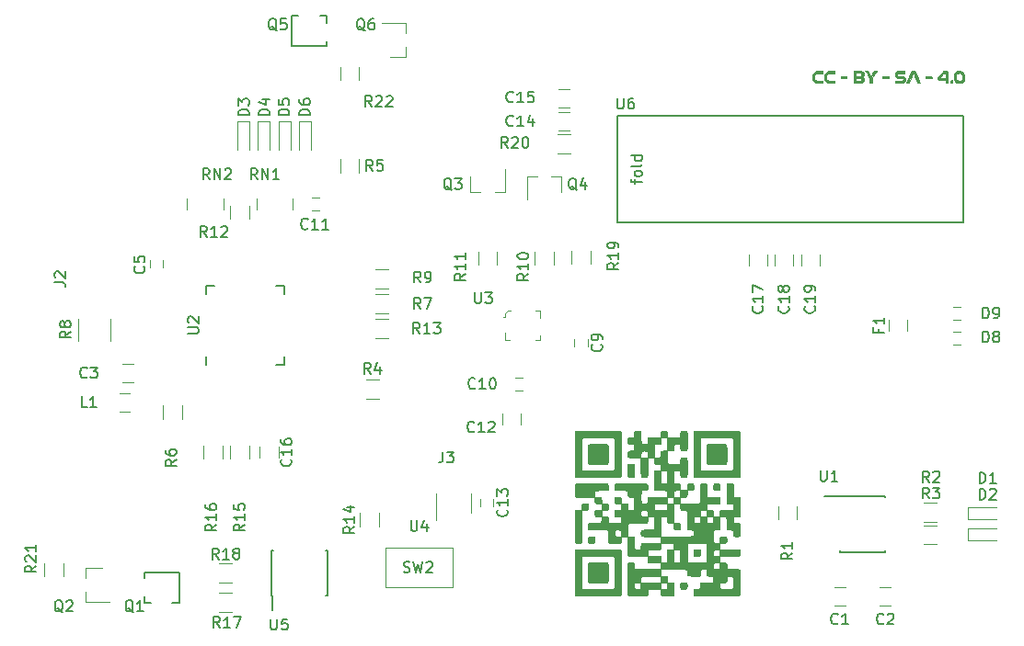
<source format=gbr>
G04 #@! TF.FileFunction,Legend,Top*
%FSLAX46Y46*%
G04 Gerber Fmt 4.6, Leading zero omitted, Abs format (unit mm)*
G04 Created by KiCad (PCBNEW 4.0.7) date Sun Apr  1 16:24:37 2018*
%MOMM*%
%LPD*%
G01*
G04 APERTURE LIST*
%ADD10C,0.100000*%
%ADD11C,0.150000*%
%ADD12C,0.120000*%
%ADD13C,0.010000*%
G04 APERTURE END LIST*
D10*
D11*
X230648671Y-54489669D02*
X230648671Y-64289669D01*
X262448671Y-54489669D02*
X230648671Y-54489669D01*
X262448671Y-64289669D02*
X262448671Y-54489669D01*
X230648671Y-64289669D02*
X262448671Y-64289669D01*
D12*
X179680000Y-95700000D02*
X179680000Y-96900000D01*
X177920000Y-96900000D02*
X177920000Y-95700000D01*
X226700000Y-75750000D02*
X226700000Y-75050000D01*
X227900000Y-75050000D02*
X227900000Y-75750000D01*
X209340000Y-94290000D02*
X215460000Y-94290000D01*
X215460000Y-94290000D02*
X215460000Y-97910000D01*
X215460000Y-97910000D02*
X209340000Y-97910000D01*
X209340000Y-97910000D02*
X209340000Y-94290000D01*
X217120000Y-61560000D02*
X218050000Y-61560000D01*
X220280000Y-61560000D02*
X219350000Y-61560000D01*
X220280000Y-61560000D02*
X220280000Y-59400000D01*
X217120000Y-61560000D02*
X217120000Y-60100000D01*
X225480000Y-60040000D02*
X224550000Y-60040000D01*
X222320000Y-60040000D02*
X223250000Y-60040000D01*
X222320000Y-60040000D02*
X222320000Y-62200000D01*
X225480000Y-60040000D02*
X225480000Y-61500000D01*
X200780000Y-62100000D02*
X200780000Y-63100000D01*
X197420000Y-62100000D02*
X197420000Y-63100000D01*
D11*
X251125000Y-89525000D02*
X251125000Y-89575000D01*
X255275000Y-89525000D02*
X255275000Y-89670000D01*
X255275000Y-94675000D02*
X255275000Y-94530000D01*
X251125000Y-94675000D02*
X251125000Y-94530000D01*
X251125000Y-89525000D02*
X255275000Y-89525000D01*
X251125000Y-94675000D02*
X255275000Y-94675000D01*
X251125000Y-89575000D02*
X249725000Y-89575000D01*
X192775000Y-70175000D02*
X193550000Y-70175000D01*
X200025000Y-77425000D02*
X199250000Y-77425000D01*
X200025000Y-70175000D02*
X199250000Y-70175000D01*
X192775000Y-77425000D02*
X192775000Y-76650000D01*
X200025000Y-77425000D02*
X200025000Y-76650000D01*
X200025000Y-70175000D02*
X200025000Y-70950000D01*
X192775000Y-70175000D02*
X192775000Y-70950000D01*
D12*
X217160000Y-91100000D02*
X217160000Y-89300000D01*
X213940000Y-89300000D02*
X213940000Y-91750000D01*
D11*
X198820000Y-98675000D02*
X198870000Y-98675000D01*
X198820000Y-94525000D02*
X198965000Y-94525000D01*
X203970000Y-94525000D02*
X203825000Y-94525000D01*
X203970000Y-98675000D02*
X203825000Y-98675000D01*
X198820000Y-98675000D02*
X198820000Y-94525000D01*
X203970000Y-98675000D02*
X203970000Y-94525000D01*
X198870000Y-98675000D02*
X198870000Y-100075000D01*
D12*
X194380000Y-62100000D02*
X194380000Y-63100000D01*
X191020000Y-62100000D02*
X191020000Y-63100000D01*
X255650000Y-73300000D02*
X255650000Y-74300000D01*
X257350000Y-74300000D02*
X257350000Y-73300000D01*
D10*
X220700000Y-75150000D02*
X220300000Y-75150000D01*
X220300000Y-75150000D02*
X220300000Y-74500000D01*
X223100000Y-75150000D02*
X223500000Y-75150000D01*
X223500000Y-75150000D02*
X223500000Y-74700000D01*
X223100000Y-72450000D02*
X223500000Y-72450000D01*
X223500000Y-72450000D02*
X223500000Y-73100000D01*
X220850000Y-72450000D02*
X220550000Y-72450000D01*
X220550000Y-72450000D02*
X220300000Y-72700000D01*
X220300000Y-72700000D02*
X220300000Y-73050000D01*
X220300000Y-73050000D02*
X220150000Y-73050000D01*
D12*
X185800000Y-80050000D02*
X184800000Y-80050000D01*
X184800000Y-81750000D02*
X185800000Y-81750000D01*
X262900000Y-90550000D02*
X262900000Y-91650000D01*
X262900000Y-91650000D02*
X265500000Y-91650000D01*
X262900000Y-90550000D02*
X265500000Y-90550000D01*
X262900000Y-92550000D02*
X262900000Y-93650000D01*
X262900000Y-93650000D02*
X265500000Y-93650000D01*
X262900000Y-92550000D02*
X265500000Y-92550000D01*
X196750000Y-55000000D02*
X195650000Y-55000000D01*
X195650000Y-55000000D02*
X195650000Y-57600000D01*
X196750000Y-55000000D02*
X196750000Y-57600000D01*
X198650000Y-55000000D02*
X197550000Y-55000000D01*
X197550000Y-55000000D02*
X197550000Y-57600000D01*
X198650000Y-55000000D02*
X198650000Y-57600000D01*
X200550000Y-55000000D02*
X199450000Y-55000000D01*
X199450000Y-55000000D02*
X199450000Y-57600000D01*
X200550000Y-55000000D02*
X200550000Y-57600000D01*
X202450000Y-55000000D02*
X201350000Y-55000000D01*
X201350000Y-55000000D02*
X201350000Y-57600000D01*
X202450000Y-55000000D02*
X202450000Y-57600000D01*
X245420000Y-91700000D02*
X245420000Y-90500000D01*
X247180000Y-90500000D02*
X247180000Y-91700000D01*
X208700000Y-80580000D02*
X207500000Y-80580000D01*
X207500000Y-78820000D02*
X208700000Y-78820000D01*
X206880000Y-58500000D02*
X206880000Y-59700000D01*
X205120000Y-59700000D02*
X205120000Y-58500000D01*
X190580000Y-81200000D02*
X190580000Y-82400000D01*
X188820000Y-82400000D02*
X188820000Y-81200000D01*
X208400000Y-70920000D02*
X209600000Y-70920000D01*
X209600000Y-72680000D02*
X208400000Y-72680000D01*
X209600000Y-70380000D02*
X208400000Y-70380000D01*
X208400000Y-68620000D02*
X209600000Y-68620000D01*
X223020000Y-68200000D02*
X223020000Y-67000000D01*
X224780000Y-67000000D02*
X224780000Y-68200000D01*
X217820000Y-68200000D02*
X217820000Y-67000000D01*
X219580000Y-67000000D02*
X219580000Y-68200000D01*
X196780000Y-62800000D02*
X196780000Y-64000000D01*
X195020000Y-64000000D02*
X195020000Y-62800000D01*
X208400000Y-73220000D02*
X209600000Y-73220000D01*
X209600000Y-74980000D02*
X208400000Y-74980000D01*
X195020000Y-86100000D02*
X195020000Y-84900000D01*
X196780000Y-84900000D02*
X196780000Y-86100000D01*
X192520000Y-86100000D02*
X192520000Y-84900000D01*
X194280000Y-84900000D02*
X194280000Y-86100000D01*
X195200000Y-100180000D02*
X194000000Y-100180000D01*
X194000000Y-98420000D02*
X195200000Y-98420000D01*
X195200000Y-97480000D02*
X194000000Y-97480000D01*
X194000000Y-95720000D02*
X195200000Y-95720000D01*
X226420000Y-68100000D02*
X226420000Y-66900000D01*
X228180000Y-66900000D02*
X228180000Y-68100000D01*
X225100000Y-56220000D02*
X226300000Y-56220000D01*
X226300000Y-57980000D02*
X225100000Y-57980000D01*
X183980000Y-73200000D02*
X183980000Y-75200000D01*
X181020000Y-75200000D02*
X181020000Y-73200000D01*
X251600000Y-97950000D02*
X250600000Y-97950000D01*
X250600000Y-99650000D02*
X251600000Y-99650000D01*
X254800000Y-99650000D02*
X255800000Y-99650000D01*
X255800000Y-97950000D02*
X254800000Y-97950000D01*
X185100000Y-79050000D02*
X186100000Y-79050000D01*
X186100000Y-77350000D02*
X185100000Y-77350000D01*
X188800000Y-67750000D02*
X188800000Y-68450000D01*
X187600000Y-68450000D02*
X187600000Y-67750000D01*
X221950000Y-79800000D02*
X221250000Y-79800000D01*
X221250000Y-78600000D02*
X221950000Y-78600000D01*
X203250000Y-63200000D02*
X202550000Y-63200000D01*
X202550000Y-62000000D02*
X203250000Y-62000000D01*
X221750000Y-82900000D02*
X221750000Y-81900000D01*
X220050000Y-81900000D02*
X220050000Y-82900000D01*
X218000000Y-90500000D02*
X218000000Y-89800000D01*
X219200000Y-89800000D02*
X219200000Y-90500000D01*
X226200000Y-54150000D02*
X225200000Y-54150000D01*
X225200000Y-55850000D02*
X226200000Y-55850000D01*
X226200000Y-52050000D02*
X225200000Y-52050000D01*
X225200000Y-53750000D02*
X226200000Y-53750000D01*
X199450000Y-86000000D02*
X199450000Y-85000000D01*
X197750000Y-85000000D02*
X197750000Y-86000000D01*
X242750000Y-67300000D02*
X242750000Y-68300000D01*
X244450000Y-68300000D02*
X244450000Y-67300000D01*
X245150000Y-67300000D02*
X245150000Y-68300000D01*
X246850000Y-68300000D02*
X246850000Y-67300000D01*
X249250000Y-68300000D02*
X249250000Y-67300000D01*
X247550000Y-67300000D02*
X247550000Y-68300000D01*
X262250000Y-75600000D02*
X261550000Y-75600000D01*
X261550000Y-74400000D02*
X262250000Y-74400000D01*
X262250000Y-73300000D02*
X261550000Y-73300000D01*
X261550000Y-72100000D02*
X262250000Y-72100000D01*
X258839398Y-90155280D02*
X260039398Y-90155280D01*
X260039398Y-91915280D02*
X258839398Y-91915280D01*
X258839398Y-92220000D02*
X260039398Y-92220000D01*
X260039398Y-93980000D02*
X258839398Y-93980000D01*
D11*
X203900000Y-48100000D02*
X203900000Y-47600000D01*
X200700000Y-48100000D02*
X203900000Y-48100000D01*
X200700000Y-45300000D02*
X200700000Y-48100000D01*
X201300000Y-45300000D02*
X200700000Y-45300000D01*
X203900000Y-45300000D02*
X203300000Y-45300000D01*
X203900000Y-45950000D02*
X203900000Y-45300000D01*
X187100000Y-96600000D02*
X187100000Y-97100000D01*
X190300000Y-96600000D02*
X187100000Y-96600000D01*
X190300000Y-99400000D02*
X190300000Y-96600000D01*
X189700000Y-99400000D02*
X190300000Y-99400000D01*
X187100000Y-99400000D02*
X187700000Y-99400000D01*
X187100000Y-98750000D02*
X187100000Y-99400000D01*
D12*
X181740000Y-96120000D02*
X181740000Y-97050000D01*
X181740000Y-99280000D02*
X181740000Y-98350000D01*
X181740000Y-99280000D02*
X183900000Y-99280000D01*
X181740000Y-96120000D02*
X183200000Y-96120000D01*
X211160000Y-49080000D02*
X211160000Y-48150000D01*
X211160000Y-45920000D02*
X211160000Y-46850000D01*
X211160000Y-45920000D02*
X209000000Y-45920000D01*
X211160000Y-49080000D02*
X209700000Y-49080000D01*
X208680000Y-91100000D02*
X208680000Y-92300000D01*
X206920000Y-92300000D02*
X206920000Y-91100000D01*
D13*
G36*
X262186144Y-50347281D02*
X262326134Y-50394417D01*
X262432657Y-50470165D01*
X262517418Y-50586368D01*
X262569134Y-50734117D01*
X262585789Y-50904672D01*
X262570023Y-51065714D01*
X262523867Y-51224909D01*
X262450094Y-51342510D01*
X262345346Y-51421612D01*
X262206270Y-51465310D01*
X262126760Y-51474588D01*
X262010384Y-51475478D01*
X261919160Y-51457293D01*
X261869069Y-51436879D01*
X261755624Y-51365590D01*
X261676042Y-51272121D01*
X261626891Y-51149623D01*
X261604735Y-50991245D01*
X261602660Y-50905471D01*
X261604012Y-50886733D01*
X261782395Y-50886733D01*
X261790721Y-51023073D01*
X261830054Y-51137341D01*
X261898262Y-51219789D01*
X261915124Y-51231567D01*
X262018897Y-51270415D01*
X262134355Y-51272896D01*
X262242844Y-51240802D01*
X262309921Y-51193628D01*
X262343239Y-51156272D01*
X262363378Y-51117079D01*
X262373616Y-51062362D01*
X262377228Y-50978435D01*
X262377578Y-50911011D01*
X262376307Y-50803882D01*
X262370310Y-50733898D01*
X262356310Y-50687371D01*
X262331032Y-50650618D01*
X262309921Y-50628395D01*
X262238539Y-50577350D01*
X262144650Y-50552802D01*
X262119231Y-50550125D01*
X261990643Y-50558104D01*
X261891534Y-50605258D01*
X261825191Y-50689607D01*
X261807208Y-50738067D01*
X261782395Y-50886733D01*
X261604012Y-50886733D01*
X261615429Y-50728565D01*
X261654833Y-50590711D01*
X261724197Y-50485766D01*
X261826847Y-50407589D01*
X261888252Y-50378047D01*
X262035830Y-50341088D01*
X262186144Y-50347281D01*
X262186144Y-50347281D01*
G37*
X262186144Y-50347281D02*
X262326134Y-50394417D01*
X262432657Y-50470165D01*
X262517418Y-50586368D01*
X262569134Y-50734117D01*
X262585789Y-50904672D01*
X262570023Y-51065714D01*
X262523867Y-51224909D01*
X262450094Y-51342510D01*
X262345346Y-51421612D01*
X262206270Y-51465310D01*
X262126760Y-51474588D01*
X262010384Y-51475478D01*
X261919160Y-51457293D01*
X261869069Y-51436879D01*
X261755624Y-51365590D01*
X261676042Y-51272121D01*
X261626891Y-51149623D01*
X261604735Y-50991245D01*
X261602660Y-50905471D01*
X261604012Y-50886733D01*
X261782395Y-50886733D01*
X261790721Y-51023073D01*
X261830054Y-51137341D01*
X261898262Y-51219789D01*
X261915124Y-51231567D01*
X262018897Y-51270415D01*
X262134355Y-51272896D01*
X262242844Y-51240802D01*
X262309921Y-51193628D01*
X262343239Y-51156272D01*
X262363378Y-51117079D01*
X262373616Y-51062362D01*
X262377228Y-50978435D01*
X262377578Y-50911011D01*
X262376307Y-50803882D01*
X262370310Y-50733898D01*
X262356310Y-50687371D01*
X262331032Y-50650618D01*
X262309921Y-50628395D01*
X262238539Y-50577350D01*
X262144650Y-50552802D01*
X262119231Y-50550125D01*
X261990643Y-50558104D01*
X261891534Y-50605258D01*
X261825191Y-50689607D01*
X261807208Y-50738067D01*
X261782395Y-50886733D01*
X261604012Y-50886733D01*
X261615429Y-50728565D01*
X261654833Y-50590711D01*
X261724197Y-50485766D01*
X261826847Y-50407589D01*
X261888252Y-50378047D01*
X262035830Y-50341088D01*
X262186144Y-50347281D01*
G36*
X249499600Y-50563392D02*
X249204950Y-50571936D01*
X249078078Y-50576163D01*
X248991582Y-50581647D01*
X248935000Y-50590691D01*
X248897870Y-50605599D01*
X248869727Y-50628673D01*
X248850624Y-50649924D01*
X248796452Y-50746028D01*
X248770921Y-50863919D01*
X248773567Y-50987607D01*
X248803927Y-51101101D01*
X248861538Y-51188410D01*
X248866336Y-51192908D01*
X248898384Y-51214962D01*
X248943832Y-51230157D01*
X249012858Y-51240188D01*
X249115643Y-51246748D01*
X249209799Y-51250086D01*
X249499600Y-51258630D01*
X249499600Y-51457658D01*
X249226276Y-51455472D01*
X249105282Y-51452525D01*
X248996156Y-51446312D01*
X248913371Y-51437845D01*
X248879059Y-51431183D01*
X248789340Y-51384129D01*
X248702326Y-51305705D01*
X248634958Y-51213359D01*
X248609603Y-51153681D01*
X248591775Y-51048007D01*
X248585491Y-50917033D01*
X248590750Y-50784984D01*
X248607552Y-50676082D01*
X248609603Y-50668342D01*
X248658143Y-50570751D01*
X248739720Y-50479396D01*
X248837589Y-50410887D01*
X248890870Y-50389365D01*
X248953806Y-50378620D01*
X249051663Y-50370189D01*
X249168524Y-50365215D01*
X249238821Y-50364365D01*
X249499600Y-50364365D01*
X249499600Y-50563392D01*
X249499600Y-50563392D01*
G37*
X249499600Y-50563392D02*
X249204950Y-50571936D01*
X249078078Y-50576163D01*
X248991582Y-50581647D01*
X248935000Y-50590691D01*
X248897870Y-50605599D01*
X248869727Y-50628673D01*
X248850624Y-50649924D01*
X248796452Y-50746028D01*
X248770921Y-50863919D01*
X248773567Y-50987607D01*
X248803927Y-51101101D01*
X248861538Y-51188410D01*
X248866336Y-51192908D01*
X248898384Y-51214962D01*
X248943832Y-51230157D01*
X249012858Y-51240188D01*
X249115643Y-51246748D01*
X249209799Y-51250086D01*
X249499600Y-51258630D01*
X249499600Y-51457658D01*
X249226276Y-51455472D01*
X249105282Y-51452525D01*
X248996156Y-51446312D01*
X248913371Y-51437845D01*
X248879059Y-51431183D01*
X248789340Y-51384129D01*
X248702326Y-51305705D01*
X248634958Y-51213359D01*
X248609603Y-51153681D01*
X248591775Y-51048007D01*
X248585491Y-50917033D01*
X248590750Y-50784984D01*
X248607552Y-50676082D01*
X248609603Y-50668342D01*
X248658143Y-50570751D01*
X248739720Y-50479396D01*
X248837589Y-50410887D01*
X248890870Y-50389365D01*
X248953806Y-50378620D01*
X249051663Y-50370189D01*
X249168524Y-50365215D01*
X249238821Y-50364365D01*
X249499600Y-50364365D01*
X249499600Y-50563392D01*
G36*
X250592893Y-50563392D02*
X250298244Y-50571936D01*
X250171371Y-50576163D01*
X250084875Y-50581647D01*
X250028294Y-50590691D01*
X249991163Y-50605599D01*
X249963020Y-50628673D01*
X249943917Y-50649924D01*
X249889746Y-50746028D01*
X249864214Y-50863919D01*
X249866860Y-50987607D01*
X249897220Y-51101101D01*
X249954831Y-51188410D01*
X249959630Y-51192908D01*
X249991678Y-51214962D01*
X250037125Y-51230157D01*
X250106151Y-51240188D01*
X250208936Y-51246748D01*
X250303092Y-51250086D01*
X250592893Y-51258630D01*
X250592893Y-51457658D01*
X250319570Y-51455472D01*
X250198575Y-51452525D01*
X250089449Y-51446312D01*
X250006664Y-51437845D01*
X249972353Y-51431183D01*
X249882633Y-51384129D01*
X249795619Y-51305705D01*
X249728251Y-51213359D01*
X249702896Y-51153681D01*
X249685068Y-51048007D01*
X249678784Y-50917033D01*
X249684043Y-50784984D01*
X249700845Y-50676082D01*
X249702896Y-50668342D01*
X249751436Y-50570751D01*
X249833013Y-50479396D01*
X249930882Y-50410887D01*
X249984163Y-50389365D01*
X250047099Y-50378620D01*
X250144956Y-50370189D01*
X250261817Y-50365215D01*
X250332114Y-50364365D01*
X250592893Y-50364365D01*
X250592893Y-50563392D01*
X250592893Y-50563392D01*
G37*
X250592893Y-50563392D02*
X250298244Y-50571936D01*
X250171371Y-50576163D01*
X250084875Y-50581647D01*
X250028294Y-50590691D01*
X249991163Y-50605599D01*
X249963020Y-50628673D01*
X249943917Y-50649924D01*
X249889746Y-50746028D01*
X249864214Y-50863919D01*
X249866860Y-50987607D01*
X249897220Y-51101101D01*
X249954831Y-51188410D01*
X249959630Y-51192908D01*
X249991678Y-51214962D01*
X250037125Y-51230157D01*
X250106151Y-51240188D01*
X250208936Y-51246748D01*
X250303092Y-51250086D01*
X250592893Y-51258630D01*
X250592893Y-51457658D01*
X250319570Y-51455472D01*
X250198575Y-51452525D01*
X250089449Y-51446312D01*
X250006664Y-51437845D01*
X249972353Y-51431183D01*
X249882633Y-51384129D01*
X249795619Y-51305705D01*
X249728251Y-51213359D01*
X249702896Y-51153681D01*
X249685068Y-51048007D01*
X249678784Y-50917033D01*
X249684043Y-50784984D01*
X249700845Y-50676082D01*
X249702896Y-50668342D01*
X249751436Y-50570751D01*
X249833013Y-50479396D01*
X249930882Y-50410887D01*
X249984163Y-50389365D01*
X250047099Y-50378620D01*
X250144956Y-50370189D01*
X250261817Y-50365215D01*
X250332114Y-50364365D01*
X250592893Y-50364365D01*
X250592893Y-50563392D01*
G36*
X252872927Y-50366142D02*
X252988170Y-50373210D01*
X253082799Y-50384364D01*
X253144937Y-50399526D01*
X253145642Y-50399817D01*
X253242675Y-50462819D01*
X253298055Y-50554364D01*
X253313413Y-50660463D01*
X253297276Y-50764303D01*
X253250670Y-50841836D01*
X253187927Y-50916402D01*
X253250670Y-50975346D01*
X253293422Y-51029752D01*
X253311309Y-51099116D01*
X253313413Y-51151327D01*
X253295906Y-51272551D01*
X253241270Y-51361041D01*
X253146339Y-51421914D01*
X253145642Y-51422205D01*
X253084157Y-51437435D01*
X252989979Y-51448658D01*
X252874987Y-51455795D01*
X252751055Y-51458768D01*
X252630062Y-51457497D01*
X252523883Y-51451903D01*
X252444395Y-51441908D01*
X252403476Y-51427432D01*
X252403183Y-51427147D01*
X252391890Y-51390886D01*
X252383018Y-51313667D01*
X252379481Y-51254254D01*
X252576076Y-51254254D01*
X252813677Y-51254254D01*
X252928764Y-51252889D01*
X253004633Y-51247391D01*
X253052873Y-51235654D01*
X253085079Y-51215575D01*
X253097994Y-51202634D01*
X253129660Y-51150503D01*
X253123448Y-51090794D01*
X253120446Y-51081863D01*
X253107739Y-51050707D01*
X253089215Y-51030367D01*
X253054828Y-51018146D01*
X252994535Y-51011343D01*
X252898291Y-51007260D01*
X252836129Y-51005467D01*
X252576076Y-50998221D01*
X252576076Y-51254254D01*
X252379481Y-51254254D01*
X252376567Y-51205325D01*
X252372537Y-51075697D01*
X252370929Y-50934616D01*
X252371741Y-50791919D01*
X252374975Y-50657440D01*
X252380565Y-50542343D01*
X252576076Y-50542343D01*
X252576076Y-50822022D01*
X252804905Y-50822022D01*
X252918851Y-50820410D01*
X252994082Y-50814110D01*
X253042670Y-50800926D01*
X253076689Y-50778665D01*
X253084585Y-50771171D01*
X253122298Y-50720834D01*
X253135435Y-50682182D01*
X253118604Y-50637066D01*
X253084585Y-50593193D01*
X253052366Y-50568230D01*
X253008698Y-50552912D01*
X252941505Y-50545045D01*
X252838714Y-50542432D01*
X252804905Y-50542343D01*
X252576076Y-50542343D01*
X252380565Y-50542343D01*
X252380630Y-50541016D01*
X252388706Y-50452481D01*
X252399204Y-50401671D01*
X252403183Y-50394875D01*
X252443347Y-50380322D01*
X252522280Y-50370252D01*
X252628105Y-50364584D01*
X252748946Y-50363241D01*
X252872927Y-50366142D01*
X252872927Y-50366142D01*
G37*
X252872927Y-50366142D02*
X252988170Y-50373210D01*
X253082799Y-50384364D01*
X253144937Y-50399526D01*
X253145642Y-50399817D01*
X253242675Y-50462819D01*
X253298055Y-50554364D01*
X253313413Y-50660463D01*
X253297276Y-50764303D01*
X253250670Y-50841836D01*
X253187927Y-50916402D01*
X253250670Y-50975346D01*
X253293422Y-51029752D01*
X253311309Y-51099116D01*
X253313413Y-51151327D01*
X253295906Y-51272551D01*
X253241270Y-51361041D01*
X253146339Y-51421914D01*
X253145642Y-51422205D01*
X253084157Y-51437435D01*
X252989979Y-51448658D01*
X252874987Y-51455795D01*
X252751055Y-51458768D01*
X252630062Y-51457497D01*
X252523883Y-51451903D01*
X252444395Y-51441908D01*
X252403476Y-51427432D01*
X252403183Y-51427147D01*
X252391890Y-51390886D01*
X252383018Y-51313667D01*
X252379481Y-51254254D01*
X252576076Y-51254254D01*
X252813677Y-51254254D01*
X252928764Y-51252889D01*
X253004633Y-51247391D01*
X253052873Y-51235654D01*
X253085079Y-51215575D01*
X253097994Y-51202634D01*
X253129660Y-51150503D01*
X253123448Y-51090794D01*
X253120446Y-51081863D01*
X253107739Y-51050707D01*
X253089215Y-51030367D01*
X253054828Y-51018146D01*
X252994535Y-51011343D01*
X252898291Y-51007260D01*
X252836129Y-51005467D01*
X252576076Y-50998221D01*
X252576076Y-51254254D01*
X252379481Y-51254254D01*
X252376567Y-51205325D01*
X252372537Y-51075697D01*
X252370929Y-50934616D01*
X252371741Y-50791919D01*
X252374975Y-50657440D01*
X252380565Y-50542343D01*
X252576076Y-50542343D01*
X252576076Y-50822022D01*
X252804905Y-50822022D01*
X252918851Y-50820410D01*
X252994082Y-50814110D01*
X253042670Y-50800926D01*
X253076689Y-50778665D01*
X253084585Y-50771171D01*
X253122298Y-50720834D01*
X253135435Y-50682182D01*
X253118604Y-50637066D01*
X253084585Y-50593193D01*
X253052366Y-50568230D01*
X253008698Y-50552912D01*
X252941505Y-50545045D01*
X252838714Y-50542432D01*
X252804905Y-50542343D01*
X252576076Y-50542343D01*
X252380565Y-50542343D01*
X252380630Y-50541016D01*
X252388706Y-50452481D01*
X252399204Y-50401671D01*
X252403183Y-50394875D01*
X252443347Y-50380322D01*
X252522280Y-50370252D01*
X252628105Y-50364584D01*
X252748946Y-50363241D01*
X252872927Y-50366142D01*
G36*
X253816646Y-50592879D02*
X253877110Y-50686325D01*
X253927752Y-50761285D01*
X253962437Y-50808885D01*
X253974474Y-50821309D01*
X253992699Y-50801339D01*
X254032170Y-50747348D01*
X254086665Y-50668108D01*
X254136655Y-50592794D01*
X254286123Y-50364365D01*
X254510851Y-50364365D01*
X254428123Y-50485135D01*
X254373463Y-50563945D01*
X254302382Y-50665095D01*
X254228189Y-50769670D01*
X254210785Y-50794034D01*
X254076176Y-50982161D01*
X254076176Y-51457658D01*
X253872773Y-51457658D01*
X253872773Y-50981156D01*
X253704346Y-50742680D01*
X253631609Y-50639696D01*
X253564929Y-50545298D01*
X253512601Y-50471225D01*
X253486499Y-50434284D01*
X253437078Y-50364365D01*
X253671530Y-50364365D01*
X253816646Y-50592879D01*
X253816646Y-50592879D01*
G37*
X253816646Y-50592879D02*
X253877110Y-50686325D01*
X253927752Y-50761285D01*
X253962437Y-50808885D01*
X253974474Y-50821309D01*
X253992699Y-50801339D01*
X254032170Y-50747348D01*
X254086665Y-50668108D01*
X254136655Y-50592794D01*
X254286123Y-50364365D01*
X254510851Y-50364365D01*
X254428123Y-50485135D01*
X254373463Y-50563945D01*
X254302382Y-50665095D01*
X254228189Y-50769670D01*
X254210785Y-50794034D01*
X254076176Y-50982161D01*
X254076176Y-51457658D01*
X253872773Y-51457658D01*
X253872773Y-50981156D01*
X253704346Y-50742680D01*
X253631609Y-50639696D01*
X253564929Y-50545298D01*
X253512601Y-50471225D01*
X253486499Y-50434284D01*
X253437078Y-50364365D01*
X253671530Y-50364365D01*
X253816646Y-50592879D01*
G36*
X257076376Y-50567768D02*
X256769600Y-50567768D01*
X256615244Y-50569830D01*
X256504774Y-50577403D01*
X256431341Y-50592565D01*
X256388098Y-50617394D01*
X256368195Y-50653967D01*
X256364464Y-50690705D01*
X256372851Y-50753046D01*
X256403654Y-50792637D01*
X256465341Y-50814126D01*
X256566380Y-50822163D01*
X256604735Y-50822644D01*
X256787992Y-50832736D01*
X256934539Y-50860881D01*
X257039483Y-50905959D01*
X257068980Y-50928729D01*
X257120648Y-51008513D01*
X257144019Y-51113095D01*
X257136657Y-51223490D01*
X257115030Y-51287715D01*
X257079364Y-51348340D01*
X257033092Y-51392988D01*
X256968541Y-51423946D01*
X256878039Y-51443501D01*
X256753911Y-51453941D01*
X256588486Y-51457552D01*
X256544956Y-51457658D01*
X256186486Y-51457658D01*
X256186486Y-51254254D01*
X256518689Y-51254254D01*
X256647547Y-51252303D01*
X256761141Y-51246970D01*
X256848106Y-51239040D01*
X256897077Y-51229299D01*
X256900070Y-51227934D01*
X256935467Y-51185455D01*
X256949448Y-51122264D01*
X256939913Y-51061823D01*
X256917467Y-51033283D01*
X256880111Y-51023680D01*
X256803983Y-51013814D01*
X256701137Y-51005007D01*
X256612695Y-50999844D01*
X256491234Y-50993486D01*
X256408845Y-50985999D01*
X256353784Y-50974266D01*
X256314312Y-50955173D01*
X256278686Y-50925604D01*
X256258626Y-50905896D01*
X256206393Y-50844375D01*
X256182140Y-50782108D01*
X256175661Y-50700214D01*
X256181790Y-50589796D01*
X256207558Y-50505546D01*
X256258370Y-50444264D01*
X256339635Y-50402751D01*
X256456761Y-50377807D01*
X256615155Y-50366233D01*
X256743332Y-50364365D01*
X257076376Y-50364365D01*
X257076376Y-50567768D01*
X257076376Y-50567768D01*
G37*
X257076376Y-50567768D02*
X256769600Y-50567768D01*
X256615244Y-50569830D01*
X256504774Y-50577403D01*
X256431341Y-50592565D01*
X256388098Y-50617394D01*
X256368195Y-50653967D01*
X256364464Y-50690705D01*
X256372851Y-50753046D01*
X256403654Y-50792637D01*
X256465341Y-50814126D01*
X256566380Y-50822163D01*
X256604735Y-50822644D01*
X256787992Y-50832736D01*
X256934539Y-50860881D01*
X257039483Y-50905959D01*
X257068980Y-50928729D01*
X257120648Y-51008513D01*
X257144019Y-51113095D01*
X257136657Y-51223490D01*
X257115030Y-51287715D01*
X257079364Y-51348340D01*
X257033092Y-51392988D01*
X256968541Y-51423946D01*
X256878039Y-51443501D01*
X256753911Y-51453941D01*
X256588486Y-51457552D01*
X256544956Y-51457658D01*
X256186486Y-51457658D01*
X256186486Y-51254254D01*
X256518689Y-51254254D01*
X256647547Y-51252303D01*
X256761141Y-51246970D01*
X256848106Y-51239040D01*
X256897077Y-51229299D01*
X256900070Y-51227934D01*
X256935467Y-51185455D01*
X256949448Y-51122264D01*
X256939913Y-51061823D01*
X256917467Y-51033283D01*
X256880111Y-51023680D01*
X256803983Y-51013814D01*
X256701137Y-51005007D01*
X256612695Y-50999844D01*
X256491234Y-50993486D01*
X256408845Y-50985999D01*
X256353784Y-50974266D01*
X256314312Y-50955173D01*
X256278686Y-50925604D01*
X256258626Y-50905896D01*
X256206393Y-50844375D01*
X256182140Y-50782108D01*
X256175661Y-50700214D01*
X256181790Y-50589796D01*
X256207558Y-50505546D01*
X256258370Y-50444264D01*
X256339635Y-50402751D01*
X256456761Y-50377807D01*
X256615155Y-50366233D01*
X256743332Y-50364365D01*
X257076376Y-50364365D01*
X257076376Y-50567768D01*
G36*
X257932865Y-50348626D02*
X257987974Y-50362824D01*
X258051545Y-50406602D01*
X258091881Y-50460187D01*
X258110629Y-50505240D01*
X258143458Y-50587961D01*
X258186554Y-50698420D01*
X258236104Y-50826688D01*
X258288296Y-50962835D01*
X258339317Y-51096929D01*
X258385353Y-51219042D01*
X258422593Y-51319243D01*
X258438266Y-51362313D01*
X258472519Y-51457658D01*
X258365589Y-51457288D01*
X258258659Y-51456919D01*
X258089532Y-51005987D01*
X258027241Y-50842443D01*
X257978675Y-50721579D01*
X257941217Y-50637925D01*
X257912247Y-50586007D01*
X257889149Y-50560353D01*
X257873766Y-50555055D01*
X257853086Y-50564631D01*
X257827904Y-50596919D01*
X257795574Y-50657258D01*
X257753452Y-50750985D01*
X257698894Y-50883441D01*
X257650204Y-51006357D01*
X257473280Y-51457658D01*
X257260276Y-51457658D01*
X257462335Y-50942793D01*
X257523247Y-50789750D01*
X257579779Y-50651765D01*
X257628763Y-50536251D01*
X257667032Y-50450618D01*
X257691417Y-50402277D01*
X257696320Y-50395294D01*
X257755861Y-50362876D01*
X257842136Y-50346493D01*
X257932865Y-50348626D01*
X257932865Y-50348626D01*
G37*
X257932865Y-50348626D02*
X257987974Y-50362824D01*
X258051545Y-50406602D01*
X258091881Y-50460187D01*
X258110629Y-50505240D01*
X258143458Y-50587961D01*
X258186554Y-50698420D01*
X258236104Y-50826688D01*
X258288296Y-50962835D01*
X258339317Y-51096929D01*
X258385353Y-51219042D01*
X258422593Y-51319243D01*
X258438266Y-51362313D01*
X258472519Y-51457658D01*
X258365589Y-51457288D01*
X258258659Y-51456919D01*
X258089532Y-51005987D01*
X258027241Y-50842443D01*
X257978675Y-50721579D01*
X257941217Y-50637925D01*
X257912247Y-50586007D01*
X257889149Y-50560353D01*
X257873766Y-50555055D01*
X257853086Y-50564631D01*
X257827904Y-50596919D01*
X257795574Y-50657258D01*
X257753452Y-50750985D01*
X257698894Y-50883441D01*
X257650204Y-51006357D01*
X257473280Y-51457658D01*
X257260276Y-51457658D01*
X257462335Y-50942793D01*
X257523247Y-50789750D01*
X257579779Y-50651765D01*
X257628763Y-50536251D01*
X257667032Y-50450618D01*
X257691417Y-50402277D01*
X257696320Y-50395294D01*
X257755861Y-50362876D01*
X257842136Y-50346493D01*
X257932865Y-50348626D01*
G36*
X260887053Y-50366781D02*
X260949932Y-50376339D01*
X260996279Y-50399371D01*
X261028610Y-50441816D01*
X261049444Y-50509617D01*
X261061296Y-50608715D01*
X261066686Y-50745052D01*
X261068128Y-50924569D01*
X261068168Y-50985616D01*
X261068168Y-51457658D01*
X260864765Y-51457658D01*
X260864765Y-51228829D01*
X260545791Y-51228829D01*
X260412922Y-51228364D01*
X260320824Y-51225824D01*
X260259422Y-51219494D01*
X260218636Y-51207659D01*
X260188390Y-51188604D01*
X260161386Y-51163398D01*
X260119213Y-51107925D01*
X260104620Y-51047793D01*
X260112845Y-51009097D01*
X260335384Y-51009097D01*
X260364404Y-51035589D01*
X260437446Y-51047593D01*
X260556833Y-51050772D01*
X260597798Y-51050851D01*
X260864765Y-51050851D01*
X260864765Y-50567768D01*
X260782132Y-50568157D01*
X260737558Y-50569310D01*
X260702281Y-50576629D01*
X260667523Y-50596646D01*
X260624508Y-50635892D01*
X260564460Y-50700896D01*
X260489253Y-50786075D01*
X260400130Y-50890002D01*
X260348067Y-50962455D01*
X260335384Y-51009097D01*
X260112845Y-51009097D01*
X260119739Y-50976670D01*
X260166702Y-50888229D01*
X260247642Y-50776138D01*
X260323147Y-50683214D01*
X260426570Y-50562345D01*
X260508125Y-50476299D01*
X260576559Y-50419299D01*
X260640618Y-50385565D01*
X260709048Y-50369318D01*
X260790596Y-50364780D01*
X260805124Y-50364754D01*
X260887053Y-50366781D01*
X260887053Y-50366781D01*
G37*
X260887053Y-50366781D02*
X260949932Y-50376339D01*
X260996279Y-50399371D01*
X261028610Y-50441816D01*
X261049444Y-50509617D01*
X261061296Y-50608715D01*
X261066686Y-50745052D01*
X261068128Y-50924569D01*
X261068168Y-50985616D01*
X261068168Y-51457658D01*
X260864765Y-51457658D01*
X260864765Y-51228829D01*
X260545791Y-51228829D01*
X260412922Y-51228364D01*
X260320824Y-51225824D01*
X260259422Y-51219494D01*
X260218636Y-51207659D01*
X260188390Y-51188604D01*
X260161386Y-51163398D01*
X260119213Y-51107925D01*
X260104620Y-51047793D01*
X260112845Y-51009097D01*
X260335384Y-51009097D01*
X260364404Y-51035589D01*
X260437446Y-51047593D01*
X260556833Y-51050772D01*
X260597798Y-51050851D01*
X260864765Y-51050851D01*
X260864765Y-50567768D01*
X260782132Y-50568157D01*
X260737558Y-50569310D01*
X260702281Y-50576629D01*
X260667523Y-50596646D01*
X260624508Y-50635892D01*
X260564460Y-50700896D01*
X260489253Y-50786075D01*
X260400130Y-50890002D01*
X260348067Y-50962455D01*
X260335384Y-51009097D01*
X260112845Y-51009097D01*
X260119739Y-50976670D01*
X260166702Y-50888229D01*
X260247642Y-50776138D01*
X260323147Y-50683214D01*
X260426570Y-50562345D01*
X260508125Y-50476299D01*
X260576559Y-50419299D01*
X260640618Y-50385565D01*
X260709048Y-50369318D01*
X260790596Y-50364780D01*
X260805124Y-50364754D01*
X260887053Y-50366781D01*
G36*
X261440665Y-51231271D02*
X261466557Y-51247825D01*
X261474426Y-51292329D01*
X261474975Y-51343243D01*
X261473075Y-51413545D01*
X261460200Y-51446835D01*
X261425586Y-51456952D01*
X261385986Y-51457658D01*
X261331307Y-51455215D01*
X261305415Y-51438662D01*
X261297546Y-51394158D01*
X261296997Y-51343243D01*
X261298897Y-51272942D01*
X261311772Y-51239652D01*
X261346386Y-51229535D01*
X261385986Y-51228829D01*
X261440665Y-51231271D01*
X261440665Y-51231271D01*
G37*
X261440665Y-51231271D02*
X261466557Y-51247825D01*
X261474426Y-51292329D01*
X261474975Y-51343243D01*
X261473075Y-51413545D01*
X261460200Y-51446835D01*
X261425586Y-51456952D01*
X261385986Y-51457658D01*
X261331307Y-51455215D01*
X261305415Y-51438662D01*
X261297546Y-51394158D01*
X261296997Y-51343243D01*
X261298897Y-51272942D01*
X261311772Y-51239652D01*
X261346386Y-51229535D01*
X261385986Y-51228829D01*
X261440665Y-51231271D01*
G36*
X251749750Y-50860160D02*
X251765684Y-51025426D01*
X251177678Y-51025426D01*
X251177678Y-50845782D01*
X251749750Y-50860160D01*
X251749750Y-50860160D01*
G37*
X251749750Y-50860160D02*
X251765684Y-51025426D01*
X251177678Y-51025426D01*
X251177678Y-50845782D01*
X251749750Y-50860160D01*
G36*
X255588989Y-50860160D02*
X255596956Y-50942793D01*
X255604924Y-51025426D01*
X255016917Y-51025426D01*
X255016917Y-50845782D01*
X255588989Y-50860160D01*
X255588989Y-50860160D01*
G37*
X255588989Y-50860160D02*
X255596956Y-50942793D01*
X255604924Y-51025426D01*
X255016917Y-51025426D01*
X255016917Y-50845782D01*
X255588989Y-50860160D01*
G36*
X259555355Y-50860160D02*
X259563323Y-50942793D01*
X259571290Y-51025426D01*
X258983283Y-51025426D01*
X258983283Y-50845782D01*
X259555355Y-50860160D01*
X259555355Y-50860160D01*
G37*
X259555355Y-50860160D02*
X259563323Y-50942793D01*
X259571290Y-51025426D01*
X258983283Y-51025426D01*
X258983283Y-50845782D01*
X259555355Y-50860160D01*
G36*
X229227310Y-94455056D02*
X229561943Y-94455473D01*
X229851699Y-94456229D01*
X230099566Y-94457374D01*
X230308531Y-94458955D01*
X230481581Y-94461021D01*
X230621702Y-94463621D01*
X230731882Y-94466802D01*
X230815108Y-94470614D01*
X230874367Y-94475105D01*
X230912645Y-94480323D01*
X230932929Y-94486317D01*
X230936579Y-94488846D01*
X230942885Y-94502990D01*
X230948396Y-94533975D01*
X230953162Y-94584789D01*
X230957230Y-94658419D01*
X230960649Y-94757850D01*
X230963467Y-94886072D01*
X230965733Y-95046069D01*
X230967496Y-95240830D01*
X230968803Y-95473342D01*
X230969704Y-95746591D01*
X230970245Y-96063564D01*
X230970477Y-96427249D01*
X230970494Y-96580611D01*
X230970435Y-96953286D01*
X230970221Y-97278400D01*
X230969782Y-97559240D01*
X230969051Y-97799098D01*
X230967958Y-98001261D01*
X230966435Y-98169019D01*
X230964413Y-98305661D01*
X230961823Y-98414476D01*
X230958598Y-98498753D01*
X230954668Y-98561782D01*
X230949964Y-98606851D01*
X230944419Y-98637249D01*
X230937962Y-98656266D01*
X230930526Y-98667191D01*
X230926873Y-98670321D01*
X230908203Y-98676389D01*
X230868020Y-98681694D01*
X230803549Y-98686278D01*
X230712014Y-98690185D01*
X230590640Y-98693458D01*
X230436650Y-98696138D01*
X230247271Y-98698268D01*
X230019725Y-98699892D01*
X229751238Y-98701052D01*
X229439033Y-98701790D01*
X229080336Y-98702150D01*
X228854099Y-98702202D01*
X228485403Y-98702177D01*
X228164188Y-98702048D01*
X227887085Y-98701732D01*
X227650725Y-98701147D01*
X227451738Y-98700210D01*
X227286755Y-98698840D01*
X227152407Y-98696953D01*
X227045323Y-98694468D01*
X226962136Y-98691301D01*
X226899475Y-98687371D01*
X226853970Y-98682596D01*
X226822254Y-98676892D01*
X226800955Y-98670178D01*
X226786706Y-98662371D01*
X226776136Y-98653389D01*
X226774074Y-98651351D01*
X226764835Y-98641125D01*
X226756789Y-98627925D01*
X226749852Y-98608381D01*
X226743944Y-98579125D01*
X226738981Y-98536787D01*
X226734881Y-98477998D01*
X226731561Y-98399388D01*
X226728940Y-98297588D01*
X226726935Y-98169228D01*
X226725463Y-98010940D01*
X226724442Y-97819353D01*
X226723790Y-97591098D01*
X226723425Y-97322806D01*
X226723263Y-97011108D01*
X226723224Y-96652634D01*
X226723224Y-96575680D01*
X227333433Y-96575680D01*
X227333540Y-96882857D01*
X227333938Y-97143182D01*
X227334740Y-97360652D01*
X227336062Y-97539265D01*
X227338017Y-97683019D01*
X227340721Y-97795913D01*
X227344288Y-97881944D01*
X227348831Y-97945109D01*
X227354466Y-97989408D01*
X227361308Y-98018838D01*
X227369470Y-98037396D01*
X227375512Y-98045495D01*
X227386719Y-98055461D01*
X227403520Y-98063895D01*
X227429939Y-98070925D01*
X227469998Y-98076677D01*
X227527721Y-98081280D01*
X227607129Y-98084859D01*
X227712247Y-98087544D01*
X227847096Y-98089460D01*
X228015699Y-98090735D01*
X228222080Y-98091497D01*
X228470262Y-98091872D01*
X228764266Y-98091988D01*
X228845327Y-98091992D01*
X229165239Y-98091761D01*
X229437718Y-98091017D01*
X229666178Y-98089684D01*
X229854035Y-98087688D01*
X230004705Y-98084950D01*
X230121602Y-98081397D01*
X230208143Y-98076951D01*
X230267741Y-98071537D01*
X230303814Y-98065079D01*
X230317811Y-98059271D01*
X230327318Y-98049756D01*
X230335379Y-98033599D01*
X230342113Y-98006860D01*
X230347638Y-97965597D01*
X230352072Y-97905867D01*
X230355533Y-97823730D01*
X230358139Y-97715244D01*
X230360008Y-97576468D01*
X230361258Y-97403459D01*
X230362008Y-97192276D01*
X230362376Y-96938978D01*
X230362478Y-96639623D01*
X230362477Y-96568467D01*
X230362053Y-96268328D01*
X230360853Y-95994468D01*
X230358929Y-95750243D01*
X230356336Y-95539006D01*
X230353127Y-95364111D01*
X230349357Y-95228913D01*
X230345078Y-95136765D01*
X230340346Y-95091022D01*
X230338718Y-95086706D01*
X230308784Y-95081838D01*
X230231354Y-95077406D01*
X230109783Y-95073464D01*
X229947425Y-95070067D01*
X229747634Y-95067268D01*
X229513765Y-95065121D01*
X229249171Y-95063679D01*
X228957207Y-95062997D01*
X228856958Y-95062947D01*
X228547127Y-95063009D01*
X228284206Y-95063309D01*
X228064252Y-95063966D01*
X227883325Y-95065098D01*
X227737481Y-95066824D01*
X227622781Y-95069260D01*
X227535281Y-95072526D01*
X227471041Y-95076740D01*
X227426120Y-95082019D01*
X227396574Y-95088481D01*
X227378464Y-95096246D01*
X227367847Y-95105430D01*
X227366154Y-95107613D01*
X227358818Y-95127735D01*
X227352589Y-95168735D01*
X227347391Y-95234033D01*
X227343146Y-95327049D01*
X227339780Y-95451204D01*
X227337214Y-95609918D01*
X227335375Y-95806611D01*
X227334184Y-96044703D01*
X227333566Y-96327615D01*
X227333433Y-96575680D01*
X226723224Y-96575680D01*
X226723223Y-96571326D01*
X226723386Y-96184896D01*
X226723903Y-95846541D01*
X226724818Y-95553484D01*
X226726172Y-95302951D01*
X226728008Y-95092165D01*
X226730370Y-94918351D01*
X226733300Y-94778733D01*
X226736840Y-94670536D01*
X226741033Y-94590985D01*
X226745923Y-94537303D01*
X226751550Y-94506715D01*
X226755104Y-94498552D01*
X226763479Y-94490656D01*
X226778478Y-94483771D01*
X226803390Y-94477828D01*
X226841505Y-94472757D01*
X226896111Y-94468490D01*
X226970498Y-94464958D01*
X227067955Y-94462093D01*
X227191771Y-94459827D01*
X227345234Y-94458090D01*
X227531635Y-94456813D01*
X227754263Y-94455929D01*
X228016405Y-94455368D01*
X228321352Y-94455062D01*
X228672393Y-94454942D01*
X228844814Y-94454931D01*
X229227310Y-94455056D01*
X229227310Y-94455056D01*
G37*
X229227310Y-94455056D02*
X229561943Y-94455473D01*
X229851699Y-94456229D01*
X230099566Y-94457374D01*
X230308531Y-94458955D01*
X230481581Y-94461021D01*
X230621702Y-94463621D01*
X230731882Y-94466802D01*
X230815108Y-94470614D01*
X230874367Y-94475105D01*
X230912645Y-94480323D01*
X230932929Y-94486317D01*
X230936579Y-94488846D01*
X230942885Y-94502990D01*
X230948396Y-94533975D01*
X230953162Y-94584789D01*
X230957230Y-94658419D01*
X230960649Y-94757850D01*
X230963467Y-94886072D01*
X230965733Y-95046069D01*
X230967496Y-95240830D01*
X230968803Y-95473342D01*
X230969704Y-95746591D01*
X230970245Y-96063564D01*
X230970477Y-96427249D01*
X230970494Y-96580611D01*
X230970435Y-96953286D01*
X230970221Y-97278400D01*
X230969782Y-97559240D01*
X230969051Y-97799098D01*
X230967958Y-98001261D01*
X230966435Y-98169019D01*
X230964413Y-98305661D01*
X230961823Y-98414476D01*
X230958598Y-98498753D01*
X230954668Y-98561782D01*
X230949964Y-98606851D01*
X230944419Y-98637249D01*
X230937962Y-98656266D01*
X230930526Y-98667191D01*
X230926873Y-98670321D01*
X230908203Y-98676389D01*
X230868020Y-98681694D01*
X230803549Y-98686278D01*
X230712014Y-98690185D01*
X230590640Y-98693458D01*
X230436650Y-98696138D01*
X230247271Y-98698268D01*
X230019725Y-98699892D01*
X229751238Y-98701052D01*
X229439033Y-98701790D01*
X229080336Y-98702150D01*
X228854099Y-98702202D01*
X228485403Y-98702177D01*
X228164188Y-98702048D01*
X227887085Y-98701732D01*
X227650725Y-98701147D01*
X227451738Y-98700210D01*
X227286755Y-98698840D01*
X227152407Y-98696953D01*
X227045323Y-98694468D01*
X226962136Y-98691301D01*
X226899475Y-98687371D01*
X226853970Y-98682596D01*
X226822254Y-98676892D01*
X226800955Y-98670178D01*
X226786706Y-98662371D01*
X226776136Y-98653389D01*
X226774074Y-98651351D01*
X226764835Y-98641125D01*
X226756789Y-98627925D01*
X226749852Y-98608381D01*
X226743944Y-98579125D01*
X226738981Y-98536787D01*
X226734881Y-98477998D01*
X226731561Y-98399388D01*
X226728940Y-98297588D01*
X226726935Y-98169228D01*
X226725463Y-98010940D01*
X226724442Y-97819353D01*
X226723790Y-97591098D01*
X226723425Y-97322806D01*
X226723263Y-97011108D01*
X226723224Y-96652634D01*
X226723224Y-96575680D01*
X227333433Y-96575680D01*
X227333540Y-96882857D01*
X227333938Y-97143182D01*
X227334740Y-97360652D01*
X227336062Y-97539265D01*
X227338017Y-97683019D01*
X227340721Y-97795913D01*
X227344288Y-97881944D01*
X227348831Y-97945109D01*
X227354466Y-97989408D01*
X227361308Y-98018838D01*
X227369470Y-98037396D01*
X227375512Y-98045495D01*
X227386719Y-98055461D01*
X227403520Y-98063895D01*
X227429939Y-98070925D01*
X227469998Y-98076677D01*
X227527721Y-98081280D01*
X227607129Y-98084859D01*
X227712247Y-98087544D01*
X227847096Y-98089460D01*
X228015699Y-98090735D01*
X228222080Y-98091497D01*
X228470262Y-98091872D01*
X228764266Y-98091988D01*
X228845327Y-98091992D01*
X229165239Y-98091761D01*
X229437718Y-98091017D01*
X229666178Y-98089684D01*
X229854035Y-98087688D01*
X230004705Y-98084950D01*
X230121602Y-98081397D01*
X230208143Y-98076951D01*
X230267741Y-98071537D01*
X230303814Y-98065079D01*
X230317811Y-98059271D01*
X230327318Y-98049756D01*
X230335379Y-98033599D01*
X230342113Y-98006860D01*
X230347638Y-97965597D01*
X230352072Y-97905867D01*
X230355533Y-97823730D01*
X230358139Y-97715244D01*
X230360008Y-97576468D01*
X230361258Y-97403459D01*
X230362008Y-97192276D01*
X230362376Y-96938978D01*
X230362478Y-96639623D01*
X230362477Y-96568467D01*
X230362053Y-96268328D01*
X230360853Y-95994468D01*
X230358929Y-95750243D01*
X230356336Y-95539006D01*
X230353127Y-95364111D01*
X230349357Y-95228913D01*
X230345078Y-95136765D01*
X230340346Y-95091022D01*
X230338718Y-95086706D01*
X230308784Y-95081838D01*
X230231354Y-95077406D01*
X230109783Y-95073464D01*
X229947425Y-95070067D01*
X229747634Y-95067268D01*
X229513765Y-95065121D01*
X229249171Y-95063679D01*
X228957207Y-95062997D01*
X228856958Y-95062947D01*
X228547127Y-95063009D01*
X228284206Y-95063309D01*
X228064252Y-95063966D01*
X227883325Y-95065098D01*
X227737481Y-95066824D01*
X227622781Y-95069260D01*
X227535281Y-95072526D01*
X227471041Y-95076740D01*
X227426120Y-95082019D01*
X227396574Y-95088481D01*
X227378464Y-95096246D01*
X227367847Y-95105430D01*
X227366154Y-95107613D01*
X227358818Y-95127735D01*
X227352589Y-95168735D01*
X227347391Y-95234033D01*
X227343146Y-95327049D01*
X227339780Y-95451204D01*
X227337214Y-95609918D01*
X227335375Y-95806611D01*
X227334184Y-96044703D01*
X227333566Y-96327615D01*
X227333433Y-96575680D01*
X226723224Y-96575680D01*
X226723223Y-96571326D01*
X226723386Y-96184896D01*
X226723903Y-95846541D01*
X226724818Y-95553484D01*
X226726172Y-95302951D01*
X226728008Y-95092165D01*
X226730370Y-94918351D01*
X226733300Y-94778733D01*
X226736840Y-94670536D01*
X226741033Y-94590985D01*
X226745923Y-94537303D01*
X226751550Y-94506715D01*
X226755104Y-94498552D01*
X226763479Y-94490656D01*
X226778478Y-94483771D01*
X226803390Y-94477828D01*
X226841505Y-94472757D01*
X226896111Y-94468490D01*
X226970498Y-94464958D01*
X227067955Y-94462093D01*
X227191771Y-94459827D01*
X227345234Y-94458090D01*
X227531635Y-94456813D01*
X227754263Y-94455929D01*
X228016405Y-94455368D01*
X228321352Y-94455062D01*
X228672393Y-94454942D01*
X228844814Y-94454931D01*
X229227310Y-94455056D01*
G36*
X234605105Y-84133433D02*
X234605105Y-83879179D01*
X234607686Y-83738302D01*
X234619898Y-83640416D01*
X234648444Y-83577742D01*
X234700024Y-83542506D01*
X234781341Y-83526930D01*
X234899098Y-83523238D01*
X234911881Y-83523223D01*
X235035413Y-83524462D01*
X235119834Y-83533601D01*
X235172588Y-83558771D01*
X235201120Y-83608103D01*
X235212874Y-83689729D01*
X235215296Y-83811779D01*
X235215315Y-83854648D01*
X235215315Y-84133433D01*
X234605105Y-84133433D01*
X234605105Y-84133433D01*
G37*
X234605105Y-84133433D02*
X234605105Y-83879179D01*
X234607686Y-83738302D01*
X234619898Y-83640416D01*
X234648444Y-83577742D01*
X234700024Y-83542506D01*
X234781341Y-83526930D01*
X234899098Y-83523238D01*
X234911881Y-83523223D01*
X235035413Y-83524462D01*
X235119834Y-83533601D01*
X235172588Y-83558771D01*
X235201120Y-83608103D01*
X235212874Y-83689729D01*
X235215296Y-83811779D01*
X235215315Y-83854648D01*
X235215315Y-84133433D01*
X234605105Y-84133433D01*
G36*
X234437856Y-95062454D02*
X234513914Y-95067481D01*
X234560930Y-95075383D01*
X234584346Y-95086381D01*
X234584861Y-95086881D01*
X234600888Y-95121245D01*
X234609646Y-95188937D01*
X234611686Y-95296546D01*
X234609873Y-95384435D01*
X234601963Y-95647817D01*
X234047020Y-95653638D01*
X233850682Y-95654934D01*
X233699879Y-95654031D01*
X233589331Y-95650692D01*
X233513760Y-95644678D01*
X233467887Y-95635754D01*
X233449522Y-95626783D01*
X233430760Y-95599883D01*
X233418745Y-95550545D01*
X233412271Y-95469695D01*
X233410132Y-95348261D01*
X233410110Y-95330220D01*
X233410110Y-95070988D01*
X233981007Y-95062417D01*
X234176845Y-95060142D01*
X234327314Y-95060081D01*
X234437856Y-95062454D01*
X234437856Y-95062454D01*
G37*
X234437856Y-95062454D02*
X234513914Y-95067481D01*
X234560930Y-95075383D01*
X234584346Y-95086381D01*
X234584861Y-95086881D01*
X234600888Y-95121245D01*
X234609646Y-95188937D01*
X234611686Y-95296546D01*
X234609873Y-95384435D01*
X234601963Y-95647817D01*
X234047020Y-95653638D01*
X233850682Y-95654934D01*
X233699879Y-95654031D01*
X233589331Y-95650692D01*
X233513760Y-95644678D01*
X233467887Y-95635754D01*
X233449522Y-95626783D01*
X233430760Y-95599883D01*
X233418745Y-95550545D01*
X233412271Y-95469695D01*
X233410132Y-95348261D01*
X233410110Y-95330220D01*
X233410110Y-95070988D01*
X233981007Y-95062417D01*
X234176845Y-95060142D01*
X234327314Y-95060081D01*
X234437856Y-95062454D01*
G36*
X228860861Y-90809652D02*
X228913617Y-90812744D01*
X229164064Y-90828002D01*
X229164064Y-91397423D01*
X228913617Y-91412681D01*
X228772246Y-91419441D01*
X228673780Y-91415259D01*
X228610470Y-91393676D01*
X228574567Y-91348230D01*
X228558324Y-91272460D01*
X228553990Y-91159906D01*
X228553854Y-91112712D01*
X228555924Y-90986352D01*
X228567303Y-90898946D01*
X228595737Y-90844033D01*
X228648976Y-90815154D01*
X228734767Y-90805847D01*
X228860861Y-90809652D01*
X228860861Y-90809652D01*
G37*
X228860861Y-90809652D02*
X228913617Y-90812744D01*
X229164064Y-90828002D01*
X229164064Y-91397423D01*
X228913617Y-91412681D01*
X228772246Y-91419441D01*
X228673780Y-91415259D01*
X228610470Y-91393676D01*
X228574567Y-91348230D01*
X228558324Y-91272460D01*
X228553990Y-91159906D01*
X228553854Y-91112712D01*
X228555924Y-90986352D01*
X228567303Y-90898946D01*
X228595737Y-90844033D01*
X228648976Y-90815154D01*
X228734767Y-90805847D01*
X228860861Y-90809652D01*
G36*
X229442849Y-90210110D02*
X229577776Y-90211245D01*
X229669985Y-90219612D01*
X229727605Y-90242656D01*
X229758769Y-90287821D01*
X229771608Y-90362553D01*
X229774253Y-90474295D01*
X229774274Y-90513543D01*
X229771279Y-90634956D01*
X229757109Y-90719319D01*
X229723987Y-90773333D01*
X229664138Y-90803701D01*
X229569785Y-90817125D01*
X229433151Y-90820307D01*
X229418318Y-90820320D01*
X229164064Y-90820320D01*
X229164064Y-90210110D01*
X229442849Y-90210110D01*
X229442849Y-90210110D01*
G37*
X229442849Y-90210110D02*
X229577776Y-90211245D01*
X229669985Y-90219612D01*
X229727605Y-90242656D01*
X229758769Y-90287821D01*
X229771608Y-90362553D01*
X229774253Y-90474295D01*
X229774274Y-90513543D01*
X229771279Y-90634956D01*
X229757109Y-90719319D01*
X229723987Y-90773333D01*
X229664138Y-90803701D01*
X229569785Y-90817125D01*
X229433151Y-90820307D01*
X229418318Y-90820320D01*
X229164064Y-90820320D01*
X229164064Y-90210110D01*
X229442849Y-90210110D01*
G36*
X230797889Y-89601262D02*
X230882322Y-89610654D01*
X230935352Y-89636028D01*
X230963827Y-89685340D01*
X230974595Y-89766545D01*
X230974506Y-89887596D01*
X230973046Y-89945849D01*
X230966105Y-90210110D01*
X230715015Y-90210110D01*
X230574095Y-90207461D01*
X230476165Y-90195158D01*
X230413462Y-90166671D01*
X230378220Y-90115467D01*
X230362676Y-90035015D01*
X230359065Y-89918782D01*
X230359059Y-89910662D01*
X230362152Y-89781466D01*
X230376926Y-89694041D01*
X230411625Y-89640284D01*
X230474493Y-89612092D01*
X230573773Y-89601362D01*
X230675205Y-89599900D01*
X230797889Y-89601262D01*
X230797889Y-89601262D01*
G37*
X230797889Y-89601262D02*
X230882322Y-89610654D01*
X230935352Y-89636028D01*
X230963827Y-89685340D01*
X230974595Y-89766545D01*
X230974506Y-89887596D01*
X230973046Y-89945849D01*
X230966105Y-90210110D01*
X230715015Y-90210110D01*
X230574095Y-90207461D01*
X230476165Y-90195158D01*
X230413462Y-90166671D01*
X230378220Y-90115467D01*
X230362676Y-90035015D01*
X230359065Y-89918782D01*
X230359059Y-89910662D01*
X230362152Y-89781466D01*
X230376926Y-89694041D01*
X230411625Y-89640284D01*
X230474493Y-89612092D01*
X230573773Y-89601362D01*
X230675205Y-89599900D01*
X230797889Y-89601262D01*
G36*
X226802383Y-89599900D02*
X226762803Y-89543391D01*
X226747131Y-89494863D01*
X226734916Y-89405678D01*
X226726156Y-89285915D01*
X226720853Y-89145649D01*
X226719006Y-88994958D01*
X226720614Y-88843919D01*
X226725679Y-88702609D01*
X226734200Y-88581105D01*
X226746176Y-88489484D01*
X226761609Y-88437824D01*
X226762803Y-88435987D01*
X226802383Y-88379479D01*
X229695114Y-88379479D01*
X229734694Y-88435987D01*
X229758215Y-88492870D01*
X229770984Y-88585151D01*
X229774274Y-88699014D01*
X229774096Y-88790376D01*
X229769566Y-88860279D01*
X229754688Y-88911592D01*
X229723467Y-88947184D01*
X229669908Y-88969923D01*
X229588015Y-88982678D01*
X229471793Y-88988317D01*
X229315246Y-88989708D01*
X229166747Y-88989689D01*
X228988340Y-88991001D01*
X228836153Y-88994735D01*
X228716582Y-89000595D01*
X228636024Y-89008281D01*
X228603033Y-89016009D01*
X228581253Y-89032542D01*
X228567000Y-89060673D01*
X228558719Y-89110048D01*
X228554856Y-89190309D01*
X228553856Y-89311102D01*
X228553854Y-89321114D01*
X228553854Y-89599900D01*
X226802383Y-89599900D01*
X226802383Y-89599900D01*
G37*
X226802383Y-89599900D02*
X226762803Y-89543391D01*
X226747131Y-89494863D01*
X226734916Y-89405678D01*
X226726156Y-89285915D01*
X226720853Y-89145649D01*
X226719006Y-88994958D01*
X226720614Y-88843919D01*
X226725679Y-88702609D01*
X226734200Y-88581105D01*
X226746176Y-88489484D01*
X226761609Y-88437824D01*
X226762803Y-88435987D01*
X226802383Y-88379479D01*
X229695114Y-88379479D01*
X229734694Y-88435987D01*
X229758215Y-88492870D01*
X229770984Y-88585151D01*
X229774274Y-88699014D01*
X229774096Y-88790376D01*
X229769566Y-88860279D01*
X229754688Y-88911592D01*
X229723467Y-88947184D01*
X229669908Y-88969923D01*
X229588015Y-88982678D01*
X229471793Y-88988317D01*
X229315246Y-88989708D01*
X229166747Y-88989689D01*
X228988340Y-88991001D01*
X228836153Y-88994735D01*
X228716582Y-89000595D01*
X228636024Y-89008281D01*
X228603033Y-89016009D01*
X228581253Y-89032542D01*
X228567000Y-89060673D01*
X228558719Y-89110048D01*
X228554856Y-89190309D01*
X228553856Y-89311102D01*
X228553854Y-89321114D01*
X228553854Y-89599900D01*
X226802383Y-89599900D01*
G36*
X228898913Y-90210110D02*
X228760775Y-90208894D01*
X228665519Y-90199933D01*
X228605175Y-90175258D01*
X228571774Y-90126901D01*
X228557347Y-90046892D01*
X228553926Y-89927262D01*
X228553854Y-89865050D01*
X228553854Y-89599900D01*
X228819004Y-89599900D01*
X228957142Y-89601116D01*
X229052399Y-89610076D01*
X229112743Y-89634751D01*
X229146143Y-89683108D01*
X229160570Y-89763118D01*
X229163992Y-89882748D01*
X229164064Y-89944959D01*
X229164064Y-90210110D01*
X228898913Y-90210110D01*
X228898913Y-90210110D01*
G37*
X228898913Y-90210110D02*
X228760775Y-90208894D01*
X228665519Y-90199933D01*
X228605175Y-90175258D01*
X228571774Y-90126901D01*
X228557347Y-90046892D01*
X228553926Y-89927262D01*
X228553854Y-89865050D01*
X228553854Y-89599900D01*
X228819004Y-89599900D01*
X228957142Y-89601116D01*
X229052399Y-89610076D01*
X229112743Y-89634751D01*
X229146143Y-89683108D01*
X229160570Y-89763118D01*
X229163992Y-89882748D01*
X229164064Y-89944959D01*
X229164064Y-90210110D01*
X228898913Y-90210110D01*
G36*
X235215315Y-84133433D02*
X235795015Y-84133433D01*
X236002485Y-84132517D01*
X236162836Y-84129643D01*
X236279767Y-84124629D01*
X236356980Y-84117288D01*
X236398174Y-84107435D01*
X236405225Y-84102923D01*
X236421540Y-84059508D01*
X236431924Y-83971146D01*
X236435729Y-83843467D01*
X236435735Y-83837397D01*
X236438891Y-83706410D01*
X236453700Y-83617888D01*
X236488181Y-83563578D01*
X236550350Y-83535223D01*
X236648223Y-83524569D01*
X236740841Y-83523223D01*
X236820924Y-83522408D01*
X236885676Y-83523205D01*
X236936716Y-83530474D01*
X236975666Y-83549076D01*
X237004147Y-83583874D01*
X237023779Y-83639726D01*
X237036184Y-83721496D01*
X237042983Y-83834044D01*
X237045797Y-83982230D01*
X237046247Y-84170917D01*
X237045954Y-84404965D01*
X237045946Y-84438164D01*
X237045687Y-84670129D01*
X237044755Y-84856446D01*
X237042910Y-85002316D01*
X237039916Y-85112940D01*
X237035536Y-85193519D01*
X237029532Y-85249254D01*
X237021666Y-85285346D01*
X237011703Y-85306996D01*
X237005991Y-85313899D01*
X236970814Y-85334806D01*
X236909908Y-85347384D01*
X236813528Y-85353101D01*
X236740841Y-85353854D01*
X236612252Y-85351585D01*
X236526031Y-85339144D01*
X236473725Y-85308076D01*
X236446880Y-85249929D01*
X236437042Y-85156247D01*
X236435735Y-85048748D01*
X236433467Y-84920160D01*
X236421026Y-84833939D01*
X236389958Y-84781633D01*
X236331810Y-84754788D01*
X236238129Y-84744950D01*
X236130630Y-84743643D01*
X236004361Y-84745686D01*
X235918826Y-84757333D01*
X235866100Y-84786866D01*
X235838259Y-84842562D01*
X235827376Y-84932703D01*
X235825525Y-85062383D01*
X235824286Y-85177787D01*
X235815323Y-85257826D01*
X235790774Y-85308971D01*
X235742772Y-85337692D01*
X235663453Y-85350460D01*
X235544952Y-85353745D01*
X235471241Y-85353854D01*
X235215315Y-85353854D01*
X235215315Y-84133433D01*
X235215315Y-84133433D01*
G37*
X235215315Y-84133433D02*
X235795015Y-84133433D01*
X236002485Y-84132517D01*
X236162836Y-84129643D01*
X236279767Y-84124629D01*
X236356980Y-84117288D01*
X236398174Y-84107435D01*
X236405225Y-84102923D01*
X236421540Y-84059508D01*
X236431924Y-83971146D01*
X236435729Y-83843467D01*
X236435735Y-83837397D01*
X236438891Y-83706410D01*
X236453700Y-83617888D01*
X236488181Y-83563578D01*
X236550350Y-83535223D01*
X236648223Y-83524569D01*
X236740841Y-83523223D01*
X236820924Y-83522408D01*
X236885676Y-83523205D01*
X236936716Y-83530474D01*
X236975666Y-83549076D01*
X237004147Y-83583874D01*
X237023779Y-83639726D01*
X237036184Y-83721496D01*
X237042983Y-83834044D01*
X237045797Y-83982230D01*
X237046247Y-84170917D01*
X237045954Y-84404965D01*
X237045946Y-84438164D01*
X237045687Y-84670129D01*
X237044755Y-84856446D01*
X237042910Y-85002316D01*
X237039916Y-85112940D01*
X237035536Y-85193519D01*
X237029532Y-85249254D01*
X237021666Y-85285346D01*
X237011703Y-85306996D01*
X237005991Y-85313899D01*
X236970814Y-85334806D01*
X236909908Y-85347384D01*
X236813528Y-85353101D01*
X236740841Y-85353854D01*
X236612252Y-85351585D01*
X236526031Y-85339144D01*
X236473725Y-85308076D01*
X236446880Y-85249929D01*
X236437042Y-85156247D01*
X236435735Y-85048748D01*
X236433467Y-84920160D01*
X236421026Y-84833939D01*
X236389958Y-84781633D01*
X236331810Y-84754788D01*
X236238129Y-84744950D01*
X236130630Y-84743643D01*
X236004361Y-84745686D01*
X235918826Y-84757333D01*
X235866100Y-84786866D01*
X235838259Y-84842562D01*
X235827376Y-84932703D01*
X235825525Y-85062383D01*
X235824286Y-85177787D01*
X235815323Y-85257826D01*
X235790774Y-85308971D01*
X235742772Y-85337692D01*
X235663453Y-85350460D01*
X235544952Y-85353745D01*
X235471241Y-85353854D01*
X235215315Y-85353854D01*
X235215315Y-84133433D01*
G36*
X234861031Y-98091992D02*
X235001325Y-98091221D01*
X235098636Y-98084007D01*
X235160821Y-98062999D01*
X235195740Y-98020844D01*
X235211251Y-97950192D01*
X235215212Y-97843690D01*
X235215315Y-97760567D01*
X235215315Y-97481781D01*
X235489910Y-97481781D01*
X235636817Y-97484864D01*
X235737762Y-97493971D01*
X235790649Y-97508894D01*
X235795015Y-97512292D01*
X235806298Y-97541652D01*
X235814793Y-97606686D01*
X235820696Y-97711054D01*
X235824202Y-97858418D01*
X235825507Y-98052437D01*
X235825525Y-98082548D01*
X235825025Y-98266256D01*
X235823224Y-98405679D01*
X235819669Y-98507374D01*
X235813909Y-98577899D01*
X235805492Y-98623812D01*
X235793966Y-98651671D01*
X235785571Y-98662248D01*
X235764853Y-98676054D01*
X235729669Y-98686358D01*
X235673328Y-98693637D01*
X235589136Y-98698370D01*
X235470400Y-98701035D01*
X235310428Y-98702110D01*
X235226212Y-98702202D01*
X235032822Y-98702221D01*
X234884347Y-98700014D01*
X234774863Y-98692187D01*
X234698448Y-98675346D01*
X234649179Y-98646095D01*
X234621132Y-98601042D01*
X234608385Y-98536791D01*
X234605015Y-98449947D01*
X234605105Y-98346246D01*
X234605105Y-98091992D01*
X234861031Y-98091992D01*
X234861031Y-98091992D01*
G37*
X234861031Y-98091992D02*
X235001325Y-98091221D01*
X235098636Y-98084007D01*
X235160821Y-98062999D01*
X235195740Y-98020844D01*
X235211251Y-97950192D01*
X235215212Y-97843690D01*
X235215315Y-97760567D01*
X235215315Y-97481781D01*
X235489910Y-97481781D01*
X235636817Y-97484864D01*
X235737762Y-97493971D01*
X235790649Y-97508894D01*
X235795015Y-97512292D01*
X235806298Y-97541652D01*
X235814793Y-97606686D01*
X235820696Y-97711054D01*
X235824202Y-97858418D01*
X235825507Y-98052437D01*
X235825525Y-98082548D01*
X235825025Y-98266256D01*
X235823224Y-98405679D01*
X235819669Y-98507374D01*
X235813909Y-98577899D01*
X235805492Y-98623812D01*
X235793966Y-98651671D01*
X235785571Y-98662248D01*
X235764853Y-98676054D01*
X235729669Y-98686358D01*
X235673328Y-98693637D01*
X235589136Y-98698370D01*
X235470400Y-98701035D01*
X235310428Y-98702110D01*
X235226212Y-98702202D01*
X235032822Y-98702221D01*
X234884347Y-98700014D01*
X234774863Y-98692187D01*
X234698448Y-98675346D01*
X234649179Y-98646095D01*
X234621132Y-98601042D01*
X234608385Y-98536791D01*
X234605015Y-98449947D01*
X234605105Y-98346246D01*
X234605105Y-98091992D01*
X234861031Y-98091992D01*
G36*
X234605105Y-96871571D02*
X234879699Y-96871571D01*
X235026607Y-96874654D01*
X235127552Y-96883761D01*
X235180439Y-96898684D01*
X235184804Y-96902082D01*
X235200785Y-96945804D01*
X235210989Y-97037974D01*
X235215208Y-97176497D01*
X235215315Y-97207187D01*
X235215315Y-97481781D01*
X234605105Y-97481781D01*
X234605105Y-96871571D01*
X234605105Y-96871571D01*
G37*
X234605105Y-96871571D02*
X234879699Y-96871571D01*
X235026607Y-96874654D01*
X235127552Y-96883761D01*
X235180439Y-96898684D01*
X235184804Y-96902082D01*
X235200785Y-96945804D01*
X235210989Y-97037974D01*
X235215208Y-97176497D01*
X235215315Y-97207187D01*
X235215315Y-97481781D01*
X234605105Y-97481781D01*
X234605105Y-96871571D01*
G36*
X240071571Y-94458199D02*
X240953712Y-94454806D01*
X241189702Y-94454049D01*
X241379988Y-94453942D01*
X241529716Y-94454720D01*
X241644029Y-94456619D01*
X241728073Y-94459875D01*
X241786994Y-94464723D01*
X241825936Y-94471401D01*
X241850045Y-94480143D01*
X241864465Y-94491187D01*
X241869027Y-94496782D01*
X241888015Y-94551571D01*
X241899319Y-94649520D01*
X241902202Y-94753408D01*
X241902974Y-94833543D01*
X241902133Y-94898743D01*
X241894948Y-94950541D01*
X241876684Y-94990470D01*
X241842608Y-95020063D01*
X241787988Y-95040854D01*
X241708091Y-95054376D01*
X241598183Y-95062161D01*
X241453531Y-95065743D01*
X241269402Y-95066656D01*
X241041063Y-95066431D01*
X240936036Y-95066366D01*
X240071571Y-95066366D01*
X240071571Y-94458199D01*
X240071571Y-94458199D01*
G37*
X240071571Y-94458199D02*
X240953712Y-94454806D01*
X241189702Y-94454049D01*
X241379988Y-94453942D01*
X241529716Y-94454720D01*
X241644029Y-94456619D01*
X241728073Y-94459875D01*
X241786994Y-94464723D01*
X241825936Y-94471401D01*
X241850045Y-94480143D01*
X241864465Y-94491187D01*
X241869027Y-94496782D01*
X241888015Y-94551571D01*
X241899319Y-94649520D01*
X241902202Y-94753408D01*
X241902974Y-94833543D01*
X241902133Y-94898743D01*
X241894948Y-94950541D01*
X241876684Y-94990470D01*
X241842608Y-95020063D01*
X241787988Y-95040854D01*
X241708091Y-95054376D01*
X241598183Y-95062161D01*
X241453531Y-95065743D01*
X241269402Y-95066656D01*
X241041063Y-95066431D01*
X240936036Y-95066366D01*
X240071571Y-95066366D01*
X240071571Y-94458199D01*
G36*
X240071571Y-93580795D02*
X240073043Y-93442649D01*
X240082154Y-93347383D01*
X240105948Y-93287032D01*
X240151470Y-93253629D01*
X240225763Y-93239207D01*
X240335872Y-93235801D01*
X240376676Y-93235735D01*
X240505265Y-93238004D01*
X240591486Y-93250445D01*
X240643792Y-93281513D01*
X240670637Y-93339660D01*
X240680475Y-93433342D01*
X240681781Y-93540841D01*
X240680117Y-93662991D01*
X240669813Y-93747226D01*
X240642903Y-93800589D01*
X240591420Y-93830124D01*
X240507398Y-93842876D01*
X240382870Y-93845888D01*
X240336722Y-93845946D01*
X240071571Y-93845946D01*
X240071571Y-93580795D01*
X240071571Y-93580795D01*
G37*
X240071571Y-93580795D02*
X240073043Y-93442649D01*
X240082154Y-93347383D01*
X240105948Y-93287032D01*
X240151470Y-93253629D01*
X240225763Y-93239207D01*
X240335872Y-93235801D01*
X240376676Y-93235735D01*
X240505265Y-93238004D01*
X240591486Y-93250445D01*
X240643792Y-93281513D01*
X240670637Y-93339660D01*
X240680475Y-93433342D01*
X240681781Y-93540841D01*
X240680117Y-93662991D01*
X240669813Y-93747226D01*
X240642903Y-93800589D01*
X240591420Y-93830124D01*
X240507398Y-93842876D01*
X240382870Y-93845888D01*
X240336722Y-93845946D01*
X240071571Y-93845946D01*
X240071571Y-93580795D01*
G36*
X234605105Y-97481781D02*
X234605105Y-98091992D01*
X234038118Y-98091992D01*
X233832810Y-98092939D01*
X233674628Y-98095908D01*
X233559881Y-98101087D01*
X233484876Y-98108664D01*
X233445922Y-98118828D01*
X233440620Y-98122502D01*
X233424221Y-98165761D01*
X233413777Y-98252766D01*
X233410110Y-98376673D01*
X233410110Y-98376756D01*
X233410840Y-98462379D01*
X233409776Y-98531558D01*
X233402042Y-98586040D01*
X233382759Y-98627569D01*
X233347048Y-98657890D01*
X233290031Y-98678750D01*
X233206830Y-98691893D01*
X233092566Y-98699065D01*
X232942361Y-98702010D01*
X232751338Y-98702474D01*
X232514617Y-98702203D01*
X232500452Y-98702202D01*
X232271203Y-98701901D01*
X232087429Y-98700833D01*
X231943758Y-98698753D01*
X231834816Y-98695414D01*
X231755230Y-98690571D01*
X231699629Y-98683978D01*
X231662638Y-98675388D01*
X231638884Y-98664556D01*
X231635987Y-98662622D01*
X231579479Y-98623042D01*
X231579479Y-97736553D01*
X232187661Y-97736553D01*
X232190038Y-97843444D01*
X232198599Y-97941925D01*
X232213087Y-98017311D01*
X232229644Y-98052037D01*
X232279535Y-98075075D01*
X232364003Y-98089360D01*
X232467543Y-98094956D01*
X232574652Y-98091925D01*
X232669825Y-98080330D01*
X232737558Y-98060234D01*
X232753403Y-98049913D01*
X232774931Y-98023070D01*
X232788735Y-97982498D01*
X232796408Y-97917760D01*
X232799538Y-97818420D01*
X232799900Y-97744808D01*
X232799900Y-97481781D01*
X232525305Y-97481781D01*
X232378398Y-97484864D01*
X232277452Y-97493971D01*
X232224565Y-97508894D01*
X232220200Y-97512292D01*
X232202485Y-97556291D01*
X232191724Y-97635940D01*
X232187661Y-97736553D01*
X231579479Y-97736553D01*
X231579479Y-95730311D01*
X231635987Y-95690731D01*
X231692870Y-95667210D01*
X231785151Y-95654441D01*
X231899014Y-95651151D01*
X232019061Y-95654021D01*
X232100565Y-95668099D01*
X232150952Y-95701587D01*
X232177645Y-95762688D01*
X232188071Y-95859602D01*
X232189689Y-95972242D01*
X232193295Y-96098215D01*
X232203611Y-96186432D01*
X232219888Y-96230531D01*
X232220200Y-96230851D01*
X232241344Y-96238493D01*
X232290295Y-96244881D01*
X232370226Y-96250094D01*
X232484310Y-96254212D01*
X232635719Y-96257315D01*
X232827624Y-96259484D01*
X233063198Y-96260798D01*
X233345614Y-96261338D01*
X233427908Y-96261361D01*
X234605105Y-96261361D01*
X234605105Y-96871571D01*
X233751682Y-96871571D01*
X233497940Y-96872376D01*
X233281965Y-96874740D01*
X233106394Y-96878586D01*
X232973862Y-96883837D01*
X232887006Y-96890416D01*
X232849079Y-96897891D01*
X232827299Y-96914424D01*
X232813046Y-96942555D01*
X232804765Y-96991930D01*
X232800902Y-97072191D01*
X232799903Y-97192984D01*
X232799900Y-97202996D01*
X232799900Y-97481781D01*
X234605105Y-97481781D01*
X234605105Y-97481781D01*
G37*
X234605105Y-97481781D02*
X234605105Y-98091992D01*
X234038118Y-98091992D01*
X233832810Y-98092939D01*
X233674628Y-98095908D01*
X233559881Y-98101087D01*
X233484876Y-98108664D01*
X233445922Y-98118828D01*
X233440620Y-98122502D01*
X233424221Y-98165761D01*
X233413777Y-98252766D01*
X233410110Y-98376673D01*
X233410110Y-98376756D01*
X233410840Y-98462379D01*
X233409776Y-98531558D01*
X233402042Y-98586040D01*
X233382759Y-98627569D01*
X233347048Y-98657890D01*
X233290031Y-98678750D01*
X233206830Y-98691893D01*
X233092566Y-98699065D01*
X232942361Y-98702010D01*
X232751338Y-98702474D01*
X232514617Y-98702203D01*
X232500452Y-98702202D01*
X232271203Y-98701901D01*
X232087429Y-98700833D01*
X231943758Y-98698753D01*
X231834816Y-98695414D01*
X231755230Y-98690571D01*
X231699629Y-98683978D01*
X231662638Y-98675388D01*
X231638884Y-98664556D01*
X231635987Y-98662622D01*
X231579479Y-98623042D01*
X231579479Y-97736553D01*
X232187661Y-97736553D01*
X232190038Y-97843444D01*
X232198599Y-97941925D01*
X232213087Y-98017311D01*
X232229644Y-98052037D01*
X232279535Y-98075075D01*
X232364003Y-98089360D01*
X232467543Y-98094956D01*
X232574652Y-98091925D01*
X232669825Y-98080330D01*
X232737558Y-98060234D01*
X232753403Y-98049913D01*
X232774931Y-98023070D01*
X232788735Y-97982498D01*
X232796408Y-97917760D01*
X232799538Y-97818420D01*
X232799900Y-97744808D01*
X232799900Y-97481781D01*
X232525305Y-97481781D01*
X232378398Y-97484864D01*
X232277452Y-97493971D01*
X232224565Y-97508894D01*
X232220200Y-97512292D01*
X232202485Y-97556291D01*
X232191724Y-97635940D01*
X232187661Y-97736553D01*
X231579479Y-97736553D01*
X231579479Y-95730311D01*
X231635987Y-95690731D01*
X231692870Y-95667210D01*
X231785151Y-95654441D01*
X231899014Y-95651151D01*
X232019061Y-95654021D01*
X232100565Y-95668099D01*
X232150952Y-95701587D01*
X232177645Y-95762688D01*
X232188071Y-95859602D01*
X232189689Y-95972242D01*
X232193295Y-96098215D01*
X232203611Y-96186432D01*
X232219888Y-96230531D01*
X232220200Y-96230851D01*
X232241344Y-96238493D01*
X232290295Y-96244881D01*
X232370226Y-96250094D01*
X232484310Y-96254212D01*
X232635719Y-96257315D01*
X232827624Y-96259484D01*
X233063198Y-96260798D01*
X233345614Y-96261338D01*
X233427908Y-96261361D01*
X234605105Y-96261361D01*
X234605105Y-96871571D01*
X233751682Y-96871571D01*
X233497940Y-96872376D01*
X233281965Y-96874740D01*
X233106394Y-96878586D01*
X232973862Y-96883837D01*
X232887006Y-96890416D01*
X232849079Y-96897891D01*
X232827299Y-96914424D01*
X232813046Y-96942555D01*
X232804765Y-96991930D01*
X232800902Y-97072191D01*
X232799903Y-97192984D01*
X232799900Y-97202996D01*
X232799900Y-97481781D01*
X234605105Y-97481781D01*
G36*
X240071571Y-91141251D02*
X240073074Y-91016219D01*
X240078486Y-90932317D01*
X240089160Y-90879889D01*
X240106449Y-90849281D01*
X240113421Y-90842665D01*
X240138810Y-90830379D01*
X240184938Y-90821715D01*
X240258062Y-90816374D01*
X240364438Y-90814058D01*
X240510322Y-90814470D01*
X240660785Y-90816580D01*
X240855808Y-90819695D01*
X241005870Y-90819720D01*
X241116859Y-90813941D01*
X241194664Y-90799644D01*
X241245173Y-90774117D01*
X241274275Y-90734644D01*
X241287857Y-90678513D01*
X241291808Y-90603009D01*
X241291992Y-90525670D01*
X241290486Y-90394558D01*
X241280840Y-90305962D01*
X241255357Y-90251552D01*
X241206341Y-90222994D01*
X241126096Y-90211958D01*
X241006927Y-90210110D01*
X241000521Y-90210110D01*
X240877372Y-90207887D01*
X240795294Y-90200297D01*
X240744663Y-90185963D01*
X240721736Y-90170156D01*
X240710657Y-90153674D01*
X240701793Y-90125294D01*
X240694908Y-90079812D01*
X240689762Y-90012026D01*
X240686120Y-89916735D01*
X240683744Y-89788736D01*
X240682396Y-89622827D01*
X240681838Y-89413805D01*
X240681781Y-89294794D01*
X240682040Y-89062885D01*
X240682973Y-88876622D01*
X240684819Y-88730804D01*
X240687815Y-88620228D01*
X240692198Y-88539692D01*
X240698206Y-88483994D01*
X240706077Y-88447932D01*
X240716047Y-88426304D01*
X240721736Y-88419433D01*
X240757198Y-88398413D01*
X240818635Y-88385818D01*
X240915804Y-88380166D01*
X240984762Y-88379479D01*
X241079808Y-88379415D01*
X241152940Y-88383142D01*
X241207026Y-88396540D01*
X241244928Y-88425487D01*
X241269514Y-88475863D01*
X241283648Y-88553546D01*
X241290196Y-88664415D01*
X241292022Y-88814350D01*
X241291992Y-89009230D01*
X241291992Y-89009866D01*
X241291720Y-89197984D01*
X241293055Y-89341333D01*
X241299223Y-89445969D01*
X241313450Y-89517947D01*
X241338963Y-89563322D01*
X241378986Y-89588151D01*
X241436747Y-89598490D01*
X241515472Y-89600393D01*
X241606322Y-89599900D01*
X241724881Y-89602685D01*
X241802630Y-89612060D01*
X241849355Y-89629553D01*
X241862248Y-89639854D01*
X241873425Y-89656479D01*
X241882345Y-89685084D01*
X241889254Y-89730923D01*
X241894395Y-89799253D01*
X241898012Y-89895326D01*
X241900350Y-90024399D01*
X241901652Y-90191725D01*
X241902164Y-90402560D01*
X241902202Y-90499459D01*
X241901835Y-90733781D01*
X241900594Y-90922276D01*
X241898270Y-91069964D01*
X241894654Y-91181865D01*
X241889537Y-91262998D01*
X241882710Y-91318384D01*
X241873964Y-91353042D01*
X241866011Y-91368463D01*
X241842904Y-91392135D01*
X241808717Y-91406098D01*
X241752080Y-91412161D01*
X241661619Y-91412130D01*
X241601871Y-91410451D01*
X241473746Y-91408432D01*
X241386903Y-91417497D01*
X241333323Y-91445644D01*
X241304989Y-91500875D01*
X241293885Y-91591188D01*
X241291992Y-91719654D01*
X241295515Y-91848671D01*
X241305648Y-91938675D01*
X241321741Y-91983998D01*
X241322502Y-91984804D01*
X241365761Y-92001204D01*
X241452766Y-92011648D01*
X241576673Y-92015315D01*
X241576756Y-92015315D01*
X241679251Y-92015604D01*
X241757612Y-92020480D01*
X241815075Y-92035955D01*
X241854876Y-92068042D01*
X241880254Y-92122753D01*
X241894443Y-92206102D01*
X241900682Y-92324099D01*
X241902207Y-92482759D01*
X241902202Y-92619868D01*
X241902125Y-92812290D01*
X241899870Y-92959822D01*
X241892399Y-93068419D01*
X241876675Y-93144033D01*
X241849661Y-93192620D01*
X241808319Y-93220133D01*
X241749612Y-93232526D01*
X241670503Y-93235753D01*
X241588027Y-93235735D01*
X241458837Y-93232217D01*
X241368731Y-93222094D01*
X241323337Y-93206012D01*
X241322502Y-93205225D01*
X241306168Y-93161841D01*
X241295771Y-93073769D01*
X241291996Y-92946896D01*
X241291992Y-92942199D01*
X241289584Y-92811500D01*
X241276872Y-92722794D01*
X241245625Y-92667962D01*
X241187611Y-92638886D01*
X241094600Y-92627449D01*
X240970901Y-92625525D01*
X240844928Y-92621920D01*
X240756711Y-92611603D01*
X240712612Y-92595327D01*
X240712292Y-92595015D01*
X240701013Y-92565666D01*
X240692520Y-92500654D01*
X240686617Y-92396318D01*
X240683109Y-92248996D01*
X240681800Y-92055029D01*
X240681781Y-92024384D01*
X240681952Y-91831214D01*
X240680157Y-91682951D01*
X240672939Y-91573674D01*
X240656841Y-91497461D01*
X240628405Y-91448391D01*
X240584173Y-91420542D01*
X240520688Y-91407992D01*
X240434490Y-91404820D01*
X240322124Y-91405104D01*
X240320168Y-91405105D01*
X240071571Y-91405105D01*
X240071571Y-91141251D01*
X240071571Y-91141251D01*
G37*
X240071571Y-91141251D02*
X240073074Y-91016219D01*
X240078486Y-90932317D01*
X240089160Y-90879889D01*
X240106449Y-90849281D01*
X240113421Y-90842665D01*
X240138810Y-90830379D01*
X240184938Y-90821715D01*
X240258062Y-90816374D01*
X240364438Y-90814058D01*
X240510322Y-90814470D01*
X240660785Y-90816580D01*
X240855808Y-90819695D01*
X241005870Y-90819720D01*
X241116859Y-90813941D01*
X241194664Y-90799644D01*
X241245173Y-90774117D01*
X241274275Y-90734644D01*
X241287857Y-90678513D01*
X241291808Y-90603009D01*
X241291992Y-90525670D01*
X241290486Y-90394558D01*
X241280840Y-90305962D01*
X241255357Y-90251552D01*
X241206341Y-90222994D01*
X241126096Y-90211958D01*
X241006927Y-90210110D01*
X241000521Y-90210110D01*
X240877372Y-90207887D01*
X240795294Y-90200297D01*
X240744663Y-90185963D01*
X240721736Y-90170156D01*
X240710657Y-90153674D01*
X240701793Y-90125294D01*
X240694908Y-90079812D01*
X240689762Y-90012026D01*
X240686120Y-89916735D01*
X240683744Y-89788736D01*
X240682396Y-89622827D01*
X240681838Y-89413805D01*
X240681781Y-89294794D01*
X240682040Y-89062885D01*
X240682973Y-88876622D01*
X240684819Y-88730804D01*
X240687815Y-88620228D01*
X240692198Y-88539692D01*
X240698206Y-88483994D01*
X240706077Y-88447932D01*
X240716047Y-88426304D01*
X240721736Y-88419433D01*
X240757198Y-88398413D01*
X240818635Y-88385818D01*
X240915804Y-88380166D01*
X240984762Y-88379479D01*
X241079808Y-88379415D01*
X241152940Y-88383142D01*
X241207026Y-88396540D01*
X241244928Y-88425487D01*
X241269514Y-88475863D01*
X241283648Y-88553546D01*
X241290196Y-88664415D01*
X241292022Y-88814350D01*
X241291992Y-89009230D01*
X241291992Y-89009866D01*
X241291720Y-89197984D01*
X241293055Y-89341333D01*
X241299223Y-89445969D01*
X241313450Y-89517947D01*
X241338963Y-89563322D01*
X241378986Y-89588151D01*
X241436747Y-89598490D01*
X241515472Y-89600393D01*
X241606322Y-89599900D01*
X241724881Y-89602685D01*
X241802630Y-89612060D01*
X241849355Y-89629553D01*
X241862248Y-89639854D01*
X241873425Y-89656479D01*
X241882345Y-89685084D01*
X241889254Y-89730923D01*
X241894395Y-89799253D01*
X241898012Y-89895326D01*
X241900350Y-90024399D01*
X241901652Y-90191725D01*
X241902164Y-90402560D01*
X241902202Y-90499459D01*
X241901835Y-90733781D01*
X241900594Y-90922276D01*
X241898270Y-91069964D01*
X241894654Y-91181865D01*
X241889537Y-91262998D01*
X241882710Y-91318384D01*
X241873964Y-91353042D01*
X241866011Y-91368463D01*
X241842904Y-91392135D01*
X241808717Y-91406098D01*
X241752080Y-91412161D01*
X241661619Y-91412130D01*
X241601871Y-91410451D01*
X241473746Y-91408432D01*
X241386903Y-91417497D01*
X241333323Y-91445644D01*
X241304989Y-91500875D01*
X241293885Y-91591188D01*
X241291992Y-91719654D01*
X241295515Y-91848671D01*
X241305648Y-91938675D01*
X241321741Y-91983998D01*
X241322502Y-91984804D01*
X241365761Y-92001204D01*
X241452766Y-92011648D01*
X241576673Y-92015315D01*
X241576756Y-92015315D01*
X241679251Y-92015604D01*
X241757612Y-92020480D01*
X241815075Y-92035955D01*
X241854876Y-92068042D01*
X241880254Y-92122753D01*
X241894443Y-92206102D01*
X241900682Y-92324099D01*
X241902207Y-92482759D01*
X241902202Y-92619868D01*
X241902125Y-92812290D01*
X241899870Y-92959822D01*
X241892399Y-93068419D01*
X241876675Y-93144033D01*
X241849661Y-93192620D01*
X241808319Y-93220133D01*
X241749612Y-93232526D01*
X241670503Y-93235753D01*
X241588027Y-93235735D01*
X241458837Y-93232217D01*
X241368731Y-93222094D01*
X241323337Y-93206012D01*
X241322502Y-93205225D01*
X241306168Y-93161841D01*
X241295771Y-93073769D01*
X241291996Y-92946896D01*
X241291992Y-92942199D01*
X241289584Y-92811500D01*
X241276872Y-92722794D01*
X241245625Y-92667962D01*
X241187611Y-92638886D01*
X241094600Y-92627449D01*
X240970901Y-92625525D01*
X240844928Y-92621920D01*
X240756711Y-92611603D01*
X240712612Y-92595327D01*
X240712292Y-92595015D01*
X240701013Y-92565666D01*
X240692520Y-92500654D01*
X240686617Y-92396318D01*
X240683109Y-92248996D01*
X240681800Y-92055029D01*
X240681781Y-92024384D01*
X240681952Y-91831214D01*
X240680157Y-91682951D01*
X240672939Y-91573674D01*
X240656841Y-91497461D01*
X240628405Y-91448391D01*
X240584173Y-91420542D01*
X240520688Y-91407992D01*
X240434490Y-91404820D01*
X240322124Y-91405104D01*
X240320168Y-91405105D01*
X240071571Y-91405105D01*
X240071571Y-91141251D01*
G36*
X237045946Y-88710904D02*
X237047033Y-88575974D01*
X237055443Y-88483763D01*
X237078895Y-88426141D01*
X237125109Y-88394976D01*
X237201807Y-88382139D01*
X237316707Y-88379498D01*
X237360650Y-88379479D01*
X237483030Y-88382829D01*
X237566068Y-88398330D01*
X237617326Y-88434158D01*
X237644365Y-88498491D01*
X237654748Y-88599505D01*
X237656156Y-88699014D01*
X237653819Y-88814542D01*
X237641563Y-88894559D01*
X237611519Y-88945573D01*
X237555815Y-88974088D01*
X237466584Y-88986611D01*
X237335955Y-88989648D01*
X237304554Y-88989689D01*
X237045946Y-88989689D01*
X237045946Y-88710904D01*
X237045946Y-88710904D01*
G37*
X237045946Y-88710904D02*
X237047033Y-88575974D01*
X237055443Y-88483763D01*
X237078895Y-88426141D01*
X237125109Y-88394976D01*
X237201807Y-88382139D01*
X237316707Y-88379498D01*
X237360650Y-88379479D01*
X237483030Y-88382829D01*
X237566068Y-88398330D01*
X237617326Y-88434158D01*
X237644365Y-88498491D01*
X237654748Y-88599505D01*
X237656156Y-88699014D01*
X237653819Y-88814542D01*
X237641563Y-88894559D01*
X237611519Y-88945573D01*
X237555815Y-88974088D01*
X237466584Y-88986611D01*
X237335955Y-88989648D01*
X237304554Y-88989689D01*
X237045946Y-88989689D01*
X237045946Y-88710904D01*
G36*
X237045946Y-89254840D02*
X237044730Y-89392978D01*
X237035769Y-89488234D01*
X237011094Y-89548578D01*
X236962737Y-89581979D01*
X236882728Y-89596406D01*
X236763097Y-89599827D01*
X236700886Y-89599900D01*
X236435735Y-89599900D01*
X236435735Y-90210110D01*
X237300200Y-90210110D01*
X237532758Y-90210016D01*
X237719816Y-90209527D01*
X237866725Y-90208335D01*
X237978837Y-90206131D01*
X238061501Y-90202606D01*
X238120069Y-90197451D01*
X238159892Y-90190358D01*
X238186321Y-90181017D01*
X238204706Y-90169120D01*
X238217614Y-90157160D01*
X238232162Y-90141144D01*
X238243709Y-90121719D01*
X238252543Y-90093381D01*
X238258954Y-90050627D01*
X238263231Y-89987953D01*
X238265661Y-89899856D01*
X238266536Y-89780833D01*
X238266142Y-89625380D01*
X238264770Y-89427993D01*
X238263554Y-89282149D01*
X238261943Y-89044879D01*
X238261672Y-88853774D01*
X238262885Y-88704162D01*
X238265726Y-88591373D01*
X238270336Y-88510735D01*
X238276860Y-88457576D01*
X238285440Y-88427225D01*
X238289993Y-88419784D01*
X238320079Y-88398890D01*
X238374515Y-88386296D01*
X238463229Y-88380430D01*
X238544299Y-88379479D01*
X238645734Y-88379290D01*
X238722825Y-88382796D01*
X238778814Y-88396105D01*
X238816944Y-88425324D01*
X238840458Y-88476563D01*
X238852599Y-88555928D01*
X238856609Y-88669528D01*
X238855732Y-88823471D01*
X238853896Y-88962629D01*
X238852249Y-89142437D01*
X238852583Y-89278535D01*
X238855322Y-89378037D01*
X238860890Y-89448060D01*
X238869708Y-89495721D01*
X238882199Y-89528134D01*
X238888104Y-89538096D01*
X238928599Y-89599900D01*
X239469575Y-89599900D01*
X239670417Y-89600918D01*
X239824108Y-89604103D01*
X239934312Y-89609650D01*
X240004689Y-89617756D01*
X240038903Y-89628614D01*
X240041061Y-89630410D01*
X240058776Y-89674409D01*
X240069537Y-89754058D01*
X240073600Y-89854671D01*
X240071222Y-89961562D01*
X240062661Y-90060043D01*
X240048174Y-90135429D01*
X240031617Y-90170156D01*
X240011380Y-90183669D01*
X239976989Y-90193833D01*
X239921914Y-90201094D01*
X239839622Y-90205900D01*
X239723583Y-90208697D01*
X239567266Y-90209932D01*
X239447727Y-90210110D01*
X239267621Y-90210360D01*
X239131721Y-90211493D01*
X239033384Y-90214081D01*
X238965965Y-90218698D01*
X238922823Y-90225916D01*
X238897311Y-90236308D01*
X238882788Y-90250448D01*
X238877471Y-90259289D01*
X238866314Y-90304778D01*
X238857503Y-90387600D01*
X238852187Y-90494252D01*
X238851151Y-90568235D01*
X238851151Y-90827373D01*
X238619773Y-90814181D01*
X238510863Y-90809675D01*
X238416955Y-90808873D01*
X238352781Y-90811778D01*
X238338143Y-90814130D01*
X238293543Y-90840777D01*
X238265590Y-90896794D01*
X238252960Y-90988160D01*
X238254330Y-91120854D01*
X238257793Y-91177056D01*
X238273981Y-91405105D01*
X238851151Y-91405105D01*
X238851151Y-91661031D01*
X238852110Y-91801307D01*
X238859441Y-91898598D01*
X238879824Y-91960767D01*
X238919937Y-91995679D01*
X238986461Y-92011197D01*
X239086074Y-92015186D01*
X239152065Y-92015315D01*
X239287319Y-92011954D01*
X239381053Y-92002188D01*
X239428940Y-91986490D01*
X239430851Y-91984804D01*
X239446831Y-91941082D01*
X239457035Y-91848912D01*
X239461254Y-91710390D01*
X239461361Y-91679699D01*
X239461361Y-91405105D01*
X238851151Y-91405105D01*
X238851151Y-90828002D01*
X239101598Y-90812744D01*
X239242974Y-90805786D01*
X239341416Y-90809775D01*
X239404692Y-90831768D01*
X239440568Y-90878820D01*
X239456812Y-90957989D01*
X239461191Y-91076330D01*
X239461361Y-91139580D01*
X239461361Y-91405105D01*
X240071571Y-91405105D01*
X240071571Y-91984804D01*
X240070655Y-92192275D01*
X240067782Y-92352626D01*
X240062767Y-92469557D01*
X240055426Y-92546770D01*
X240045573Y-92587964D01*
X240041061Y-92595015D01*
X239997677Y-92611349D01*
X239909605Y-92621746D01*
X239782732Y-92625521D01*
X239778034Y-92625525D01*
X239678968Y-92625451D01*
X239603029Y-92629199D01*
X239547148Y-92642720D01*
X239508260Y-92671968D01*
X239483297Y-92722896D01*
X239469193Y-92801458D01*
X239462879Y-92913605D01*
X239461288Y-93065290D01*
X239461361Y-93240153D01*
X239461188Y-93430960D01*
X239462987Y-93576924D01*
X239470230Y-93684033D01*
X239486394Y-93758272D01*
X239514953Y-93805628D01*
X239559380Y-93832088D01*
X239623151Y-93843638D01*
X239709740Y-93846265D01*
X239812963Y-93845946D01*
X240071571Y-93845946D01*
X240071571Y-94456156D01*
X239874524Y-94451080D01*
X239721232Y-94448058D01*
X239611496Y-94451821D01*
X239538036Y-94467893D01*
X239493572Y-94501802D01*
X239470824Y-94559070D01*
X239462514Y-94645225D01*
X239461361Y-94764679D01*
X239463805Y-94883198D01*
X239476305Y-94965792D01*
X239506614Y-95018930D01*
X239562486Y-95049079D01*
X239651674Y-95062707D01*
X239781931Y-95066284D01*
X239822974Y-95066366D01*
X240071571Y-95066366D01*
X240071571Y-95651151D01*
X240320168Y-95651151D01*
X240462192Y-95653088D01*
X240561154Y-95663397D01*
X240624818Y-95688821D01*
X240660948Y-95736107D01*
X240677306Y-95811998D01*
X240681657Y-95923241D01*
X240681781Y-95965325D01*
X240685300Y-96094516D01*
X240695423Y-96184622D01*
X240711505Y-96230015D01*
X240712292Y-96230851D01*
X240741641Y-96242130D01*
X240806653Y-96250623D01*
X240910989Y-96256525D01*
X241058310Y-96260033D01*
X241252278Y-96261342D01*
X241282922Y-96261361D01*
X241461809Y-96261528D01*
X241596693Y-96262473D01*
X241694422Y-96264864D01*
X241761843Y-96269369D01*
X241805806Y-96276655D01*
X241833157Y-96287389D01*
X241850744Y-96302239D01*
X241862622Y-96317869D01*
X241872266Y-96336952D01*
X241880238Y-96367144D01*
X241886691Y-96412968D01*
X241891779Y-96478946D01*
X241895654Y-96569600D01*
X241898469Y-96689451D01*
X241900378Y-96843021D01*
X241901533Y-97034833D01*
X241902088Y-97269407D01*
X241902202Y-97487439D01*
X241902130Y-97754524D01*
X241901781Y-97975401D01*
X241900949Y-98154713D01*
X241899434Y-98297104D01*
X241897033Y-98407216D01*
X241893541Y-98489693D01*
X241888757Y-98549178D01*
X241882477Y-98590314D01*
X241874499Y-98617744D01*
X241864620Y-98636110D01*
X241852637Y-98650057D01*
X241851351Y-98651351D01*
X241841125Y-98660590D01*
X241827925Y-98668636D01*
X241808381Y-98675573D01*
X241779125Y-98681481D01*
X241736787Y-98686444D01*
X241677998Y-98690544D01*
X241599388Y-98693864D01*
X241497588Y-98696485D01*
X241369228Y-98698490D01*
X241210940Y-98699962D01*
X241019353Y-98700983D01*
X240791098Y-98701635D01*
X240522806Y-98702000D01*
X240211108Y-98702161D01*
X239852634Y-98702201D01*
X239771326Y-98702202D01*
X239391466Y-98702071D01*
X239059414Y-98701643D01*
X238772126Y-98700869D01*
X238526560Y-98699699D01*
X238319674Y-98698082D01*
X238148423Y-98695968D01*
X238009767Y-98693307D01*
X237900660Y-98690049D01*
X237818062Y-98686143D01*
X237758929Y-98681540D01*
X237720218Y-98676189D01*
X237698887Y-98670039D01*
X237695317Y-98667956D01*
X237672386Y-98643468D01*
X237658107Y-98603536D01*
X237650497Y-98537215D01*
X237647572Y-98433559D01*
X237647353Y-98403221D01*
X237648551Y-98273155D01*
X237658891Y-98185543D01*
X237686224Y-98132002D01*
X237738404Y-98104151D01*
X237823282Y-98093609D01*
X237938949Y-98091992D01*
X238051167Y-98090470D01*
X238125048Y-98084299D01*
X238173057Y-98071070D01*
X238207658Y-98048375D01*
X238218731Y-98037925D01*
X238246264Y-98005212D01*
X238260558Y-97967416D01*
X238263738Y-97910476D01*
X238257926Y-97820331D01*
X238255582Y-97793885D01*
X238255300Y-97789569D01*
X240071571Y-97789569D01*
X240071621Y-97884761D01*
X240075772Y-97957567D01*
X240090024Y-98010983D01*
X240120376Y-98048003D01*
X240172829Y-98071624D01*
X240253383Y-98084840D01*
X240368039Y-98090648D01*
X240522795Y-98092041D01*
X240677364Y-98091992D01*
X240856886Y-98091509D01*
X240992452Y-98089723D01*
X241090953Y-98086121D01*
X241159277Y-98080194D01*
X241204314Y-98071431D01*
X241232953Y-98059323D01*
X241245495Y-98049913D01*
X241261261Y-98031634D01*
X241273027Y-98004650D01*
X241281368Y-97961989D01*
X241286861Y-97896679D01*
X241290078Y-97801748D01*
X241291597Y-97670224D01*
X241291991Y-97495136D01*
X241291992Y-97486199D01*
X241291953Y-97293972D01*
X241289912Y-97146630D01*
X241282979Y-97038215D01*
X241268266Y-96962769D01*
X241242884Y-96914334D01*
X241203945Y-96886952D01*
X241148558Y-96874665D01*
X241073836Y-96871515D01*
X240993987Y-96871571D01*
X240863693Y-96873129D01*
X240775871Y-96883014D01*
X240722145Y-96909048D01*
X240694139Y-96959050D01*
X240683476Y-97040839D01*
X240681781Y-97162236D01*
X240681781Y-97163042D01*
X240679924Y-97294939D01*
X240668829Y-97384279D01*
X240640209Y-97439347D01*
X240585781Y-97468431D01*
X240497258Y-97479813D01*
X240366355Y-97481781D01*
X240363042Y-97481781D01*
X240240682Y-97483502D01*
X240158485Y-97494287D01*
X240108464Y-97522573D01*
X240082630Y-97576793D01*
X240072995Y-97665385D01*
X240071571Y-97789569D01*
X238255300Y-97789569D01*
X238248507Y-97685673D01*
X238251852Y-97613404D01*
X238266898Y-97562996D01*
X238278378Y-97542846D01*
X238318389Y-97481781D01*
X238859365Y-97481781D01*
X239060207Y-97480763D01*
X239213898Y-97477578D01*
X239324101Y-97472031D01*
X239394479Y-97463926D01*
X239428693Y-97453067D01*
X239430851Y-97451271D01*
X239447093Y-97407756D01*
X239457432Y-97318399D01*
X239461342Y-97187924D01*
X239461361Y-97176676D01*
X239457952Y-97043324D01*
X239448075Y-96950738D01*
X239432254Y-96903641D01*
X239430851Y-96902082D01*
X239387467Y-96885747D01*
X239299394Y-96875351D01*
X239172522Y-96871575D01*
X239167824Y-96871571D01*
X239035079Y-96868972D01*
X238945227Y-96855821D01*
X238890370Y-96824087D01*
X238862614Y-96765742D01*
X238854061Y-96672755D01*
X238856193Y-96554656D01*
X238857756Y-96432278D01*
X238847029Y-96349697D01*
X238815978Y-96299117D01*
X238756564Y-96272740D01*
X238660751Y-96262767D01*
X238553899Y-96261361D01*
X238444800Y-96263202D01*
X238373508Y-96270453D01*
X238327057Y-96285708D01*
X238292479Y-96311562D01*
X238289808Y-96314195D01*
X238262839Y-96346592D01*
X238249024Y-96384691D01*
X238246318Y-96442543D01*
X238252674Y-96534198D01*
X238254649Y-96555653D01*
X238262050Y-96662086D01*
X238259140Y-96733090D01*
X238244527Y-96783298D01*
X238230621Y-96807924D01*
X238188918Y-96871571D01*
X237647942Y-96871571D01*
X237447100Y-96870553D01*
X237293409Y-96867368D01*
X237183205Y-96861821D01*
X237112828Y-96853715D01*
X237078614Y-96842857D01*
X237076456Y-96841061D01*
X237060122Y-96797677D01*
X237049725Y-96709605D01*
X237045949Y-96582732D01*
X237045946Y-96578034D01*
X237044256Y-96462301D01*
X237037919Y-96386114D01*
X237025034Y-96338244D01*
X237003698Y-96307461D01*
X236999449Y-96303440D01*
X236984579Y-96293511D01*
X236960927Y-96285261D01*
X236924066Y-96278538D01*
X236869568Y-96273188D01*
X236793007Y-96269060D01*
X236689956Y-96266000D01*
X236555987Y-96263856D01*
X236386672Y-96262475D01*
X236177585Y-96261705D01*
X235924298Y-96261393D01*
X235779029Y-96261361D01*
X234605105Y-96261361D01*
X234605105Y-95946656D01*
X239461361Y-95946656D01*
X239462812Y-96077557D01*
X239472485Y-96165952D01*
X239498359Y-96220185D01*
X239548411Y-96248601D01*
X239630622Y-96259545D01*
X239752969Y-96261360D01*
X239762276Y-96261361D01*
X239897529Y-96258000D01*
X239991263Y-96248234D01*
X240039150Y-96232536D01*
X240041061Y-96230851D01*
X240057041Y-96187129D01*
X240067246Y-96094958D01*
X240071464Y-95956436D01*
X240071571Y-95925745D01*
X240071571Y-95651151D01*
X239822974Y-95651151D01*
X239680889Y-95653241D01*
X239581865Y-95663734D01*
X239518156Y-95688959D01*
X239482014Y-95735247D01*
X239465693Y-95808929D01*
X239461445Y-95916336D01*
X239461361Y-95946656D01*
X234605105Y-95946656D01*
X234605105Y-95649107D01*
X234800564Y-95658483D01*
X234950964Y-95663013D01*
X235058848Y-95659393D01*
X235132010Y-95646886D01*
X235178241Y-95624753D01*
X235181110Y-95622461D01*
X235193210Y-95601219D01*
X235202282Y-95556501D01*
X235208676Y-95482630D01*
X235212743Y-95373932D01*
X235214832Y-95224733D01*
X235215315Y-95068112D01*
X235216250Y-94874141D01*
X235219248Y-94725939D01*
X235224601Y-94618453D01*
X235232601Y-94546631D01*
X235243538Y-94505423D01*
X235248248Y-94497112D01*
X235269746Y-94474820D01*
X235301619Y-94459966D01*
X235305509Y-94459320D01*
X235825525Y-94459320D01*
X235825525Y-95025115D01*
X235825938Y-95212780D01*
X235827464Y-95355984D01*
X235830540Y-95461109D01*
X235835599Y-95534540D01*
X235843077Y-95582662D01*
X235853407Y-95611857D01*
X235866572Y-95628139D01*
X235921469Y-95648642D01*
X236025763Y-95659856D01*
X236130630Y-95662205D01*
X236270406Y-95657593D01*
X236360529Y-95643726D01*
X236394689Y-95628139D01*
X236408524Y-95610772D01*
X236418921Y-95580376D01*
X236426346Y-95530390D01*
X236431269Y-95454252D01*
X236434160Y-95345401D01*
X236435486Y-95197276D01*
X236435735Y-95053653D01*
X236435283Y-94871010D01*
X236433616Y-94732664D01*
X236430268Y-94632067D01*
X236424774Y-94562671D01*
X236416667Y-94517929D01*
X236405483Y-94491291D01*
X236394891Y-94479335D01*
X236356029Y-94462630D01*
X236284527Y-94453371D01*
X236173432Y-94450943D01*
X236089786Y-94452379D01*
X235825525Y-94459320D01*
X235305509Y-94459320D01*
X235352790Y-94451470D01*
X235432182Y-94448251D01*
X235548715Y-94449231D01*
X235628478Y-94451080D01*
X235825525Y-94456156D01*
X235825525Y-94409380D01*
X237050455Y-94409380D01*
X237051133Y-94644646D01*
X237051955Y-94763542D01*
X237053864Y-94993484D01*
X237055803Y-95177817D01*
X237058127Y-95321784D01*
X237061191Y-95430626D01*
X237065351Y-95509585D01*
X237070961Y-95563903D01*
X237078375Y-95598820D01*
X237087950Y-95619580D01*
X237100040Y-95631423D01*
X237111150Y-95637696D01*
X237153457Y-95645533D01*
X237243988Y-95651726D01*
X237380141Y-95656209D01*
X237559316Y-95658919D01*
X237778910Y-95659789D01*
X237973043Y-95659171D01*
X238205039Y-95657461D01*
X238391137Y-95655146D01*
X238536292Y-95651988D01*
X238645455Y-95647746D01*
X238723580Y-95642182D01*
X238775618Y-95635056D01*
X238806523Y-95626129D01*
X238818613Y-95618309D01*
X238828599Y-95583445D01*
X238837171Y-95505171D01*
X238844304Y-95390908D01*
X238849973Y-95248076D01*
X238854154Y-95084097D01*
X238856821Y-94906392D01*
X238857951Y-94722382D01*
X238857517Y-94539488D01*
X238855495Y-94365132D01*
X238851861Y-94206735D01*
X238846589Y-94071717D01*
X238839654Y-93967501D01*
X238831032Y-93901507D01*
X238824428Y-93882521D01*
X238790705Y-93871833D01*
X238713514Y-93862763D01*
X238600210Y-93855318D01*
X238458145Y-93849506D01*
X238294671Y-93845333D01*
X238117142Y-93842808D01*
X237932910Y-93841937D01*
X237749329Y-93842729D01*
X237573750Y-93845191D01*
X237413528Y-93849329D01*
X237276014Y-93855152D01*
X237168562Y-93862667D01*
X237098525Y-93871882D01*
X237074137Y-93880751D01*
X237065560Y-93909307D01*
X237058973Y-93973690D01*
X237054306Y-94076659D01*
X237051490Y-94220970D01*
X237050455Y-94409380D01*
X235825525Y-94409380D01*
X235825525Y-94183143D01*
X235822458Y-94035551D01*
X235813388Y-93934172D01*
X235798512Y-93880982D01*
X235795015Y-93876456D01*
X235766728Y-93865585D01*
X235703851Y-93857297D01*
X235602682Y-93851406D01*
X235459522Y-93847729D01*
X235270670Y-93846079D01*
X235184804Y-93845946D01*
X234605105Y-93845946D01*
X234610476Y-94030280D01*
X234613781Y-94172828D01*
X234613297Y-94273384D01*
X234607979Y-94340734D01*
X234596783Y-94383664D01*
X234578664Y-94410959D01*
X234563671Y-94423753D01*
X234535508Y-94436188D01*
X234485741Y-94445180D01*
X234408218Y-94451059D01*
X234296789Y-94454153D01*
X234145305Y-94454792D01*
X234001803Y-94453860D01*
X233811308Y-94452987D01*
X233666534Y-94454589D01*
X233562401Y-94458916D01*
X233493827Y-94466218D01*
X233455732Y-94476747D01*
X233448800Y-94481123D01*
X233430794Y-94507458D01*
X233419076Y-94556545D01*
X233412567Y-94637056D01*
X233410187Y-94757665D01*
X233410110Y-94792110D01*
X233410110Y-95066366D01*
X232551303Y-95066366D01*
X232314570Y-95066091D01*
X232123487Y-95065117D01*
X231972856Y-95063218D01*
X231857479Y-95060170D01*
X231772158Y-95055747D01*
X231711694Y-95049727D01*
X231670888Y-95041882D01*
X231644543Y-95031989D01*
X231635987Y-95026786D01*
X231579479Y-94987206D01*
X231579479Y-93235735D01*
X230965925Y-93235735D01*
X230973953Y-93504740D01*
X230976697Y-93626299D01*
X230975335Y-93707330D01*
X230968477Y-93758086D01*
X230954735Y-93788818D01*
X230932722Y-93809776D01*
X230932628Y-93809845D01*
X230888523Y-93823332D01*
X230803458Y-93833999D01*
X230687224Y-93841837D01*
X230549616Y-93846831D01*
X230400426Y-93848972D01*
X230249448Y-93848246D01*
X230106475Y-93844643D01*
X229981301Y-93838149D01*
X229883718Y-93828754D01*
X229823520Y-93816444D01*
X229812756Y-93811203D01*
X229796644Y-93796136D01*
X229784791Y-93773229D01*
X229776675Y-93735522D01*
X229771772Y-93676055D01*
X229769559Y-93587867D01*
X229769514Y-93464000D01*
X229771111Y-93297493D01*
X229771529Y-93262796D01*
X229773176Y-93082988D01*
X229772842Y-92946890D01*
X229772317Y-92927790D01*
X230359059Y-92927790D01*
X230361687Y-93051618D01*
X230374878Y-93136892D01*
X230406591Y-93190777D01*
X230464787Y-93220436D01*
X230557426Y-93233032D01*
X230692467Y-93235732D01*
X230701214Y-93235735D01*
X230964209Y-93235735D01*
X230975144Y-93000550D01*
X230977410Y-92875615D01*
X230972372Y-92773930D01*
X230960743Y-92708127D01*
X230958331Y-92701801D01*
X230942477Y-92672137D01*
X230936935Y-92667604D01*
X231579479Y-92667604D01*
X231579479Y-93235735D01*
X231854074Y-93235735D01*
X232000981Y-93238818D01*
X232101927Y-93247925D01*
X232154813Y-93262848D01*
X232159179Y-93266246D01*
X232170535Y-93295799D01*
X232179065Y-93361222D01*
X232184968Y-93466166D01*
X232188441Y-93614279D01*
X232189681Y-93809212D01*
X232189689Y-93829960D01*
X232189693Y-94024228D01*
X232191592Y-94173554D01*
X232198220Y-94283840D01*
X232212411Y-94360987D01*
X232236997Y-94410895D01*
X232274814Y-94439466D01*
X232328694Y-94452599D01*
X232401470Y-94456196D01*
X232490377Y-94456156D01*
X232618886Y-94453551D01*
X232705839Y-94440219D01*
X232759324Y-94407883D01*
X232787431Y-94348265D01*
X232798252Y-94253089D01*
X232799900Y-94139482D01*
X232803449Y-94011450D01*
X232813642Y-93922027D01*
X232829794Y-93877101D01*
X232830410Y-93876456D01*
X232853987Y-93867605D01*
X232907577Y-93860449D01*
X232994684Y-93854869D01*
X233118810Y-93850748D01*
X233283459Y-93847966D01*
X233492135Y-93846405D01*
X233733013Y-93845946D01*
X234605105Y-93845946D01*
X234605105Y-93235735D01*
X233733013Y-93235735D01*
X233479502Y-93235220D01*
X233273329Y-93233596D01*
X233110991Y-93230743D01*
X232988984Y-93226545D01*
X232903805Y-93220882D01*
X232851950Y-93213636D01*
X232830410Y-93205225D01*
X232814202Y-93161670D01*
X232803883Y-93071880D01*
X232799927Y-92940181D01*
X232799900Y-92926440D01*
X232800981Y-92810225D01*
X232805456Y-92734531D01*
X232815171Y-92689055D01*
X232831970Y-92663490D01*
X232849079Y-92651845D01*
X232891500Y-92642873D01*
X232978490Y-92635469D01*
X233103782Y-92629920D01*
X233261110Y-92626516D01*
X233419709Y-92625525D01*
X233595107Y-92625345D01*
X233726642Y-92624334D01*
X233821301Y-92621789D01*
X233886073Y-92617006D01*
X233927944Y-92609282D01*
X233953904Y-92597912D01*
X233970938Y-92582193D01*
X233980740Y-92569017D01*
X233994787Y-92540750D01*
X234005198Y-92497085D01*
X234012465Y-92431071D01*
X234017078Y-92335756D01*
X234019531Y-92204189D01*
X234020257Y-92042026D01*
X234604843Y-92042026D01*
X234605048Y-92271261D01*
X234605105Y-92371271D01*
X234605105Y-93235735D01*
X236084134Y-93235735D01*
X236397659Y-93235634D01*
X236664251Y-93235257D01*
X236887829Y-93234497D01*
X237072309Y-93233245D01*
X237221611Y-93231394D01*
X237339652Y-93228835D01*
X237430350Y-93225460D01*
X237497623Y-93221162D01*
X237545389Y-93215832D01*
X237577566Y-93209362D01*
X237598071Y-93201644D01*
X237609659Y-93193657D01*
X237633314Y-93163043D01*
X237647545Y-93116014D01*
X237654455Y-93040865D01*
X237656156Y-92935048D01*
X237653551Y-92806538D01*
X237640219Y-92719586D01*
X237607883Y-92666101D01*
X237548265Y-92637994D01*
X237453089Y-92627173D01*
X237339482Y-92625525D01*
X237211450Y-92621976D01*
X237122027Y-92611783D01*
X237077101Y-92595631D01*
X237076456Y-92595015D01*
X237067458Y-92571124D01*
X237060213Y-92516928D01*
X237054598Y-92428889D01*
X237050489Y-92303475D01*
X237047763Y-92137149D01*
X237046295Y-91926378D01*
X237045946Y-91720951D01*
X237045931Y-91704086D01*
X237647353Y-91704086D01*
X237648503Y-91834168D01*
X237658812Y-91921782D01*
X237686301Y-91975294D01*
X237738991Y-92003074D01*
X237824905Y-92013491D01*
X237945305Y-92014926D01*
X238052586Y-92012222D01*
X238142946Y-92005322D01*
X238202518Y-91995479D01*
X238215515Y-91990470D01*
X238233767Y-91966366D01*
X238246750Y-91915721D01*
X238255659Y-91830742D01*
X238261690Y-91703635D01*
X238262259Y-91685754D01*
X238270865Y-91405105D01*
X238008066Y-91405105D01*
X237866637Y-91406430D01*
X237768216Y-91414737D01*
X237704961Y-91436525D01*
X237669033Y-91478293D01*
X237652591Y-91546540D01*
X237647794Y-91647765D01*
X237647353Y-91704086D01*
X237045931Y-91704086D01*
X237045734Y-91489386D01*
X237044932Y-91303449D01*
X237043288Y-91157920D01*
X237040552Y-91047577D01*
X237036473Y-90967199D01*
X237030800Y-90911564D01*
X237023281Y-90875451D01*
X237013667Y-90853640D01*
X237003729Y-90842502D01*
X236957132Y-90822854D01*
X236873913Y-90813975D01*
X236758768Y-90814648D01*
X236630095Y-90816531D01*
X236541046Y-90806628D01*
X236484354Y-90777334D01*
X236452753Y-90721040D01*
X236438977Y-90630141D01*
X236435757Y-90497029D01*
X236435735Y-90476491D01*
X236435735Y-90210110D01*
X235825525Y-90210110D01*
X235825525Y-92015315D01*
X235546740Y-92015315D01*
X235411806Y-92014282D01*
X235319590Y-92005819D01*
X235261964Y-91981883D01*
X235230797Y-91934430D01*
X235217963Y-91855415D01*
X235215330Y-91736795D01*
X235215315Y-91687351D01*
X235213409Y-91568155D01*
X235202028Y-91488354D01*
X235172682Y-91440047D01*
X235116879Y-91415337D01*
X235026126Y-91406324D01*
X234911881Y-91405105D01*
X234833338Y-91404372D01*
X234769435Y-91405330D01*
X234718668Y-91412714D01*
X234679534Y-91431258D01*
X234650531Y-91465697D01*
X234630153Y-91520765D01*
X234616899Y-91601197D01*
X234609265Y-91711729D01*
X234605748Y-91857093D01*
X234604843Y-92042026D01*
X234020257Y-92042026D01*
X234020314Y-92029418D01*
X234020320Y-92009658D01*
X234020295Y-91819198D01*
X234017861Y-91673572D01*
X234009483Y-91566772D01*
X233991625Y-91492795D01*
X233960751Y-91445635D01*
X233913325Y-91419285D01*
X233845811Y-91407742D01*
X233754673Y-91404999D01*
X233664364Y-91405105D01*
X233410110Y-91405105D01*
X233410110Y-91657190D01*
X233407613Y-91771967D01*
X233400889Y-91871494D01*
X233391090Y-91942268D01*
X233383790Y-91966136D01*
X233374603Y-91979522D01*
X233359404Y-91990232D01*
X233332938Y-91998566D01*
X233289952Y-92004818D01*
X233225191Y-92009288D01*
X233133399Y-92012273D01*
X233009323Y-92014069D01*
X232847708Y-92014975D01*
X232643299Y-92015288D01*
X232514971Y-92015315D01*
X232282961Y-92015541D01*
X232096509Y-92016387D01*
X231950325Y-92018102D01*
X231839118Y-92020937D01*
X231757598Y-92025142D01*
X231700473Y-92030969D01*
X231662453Y-92038667D01*
X231638247Y-92048487D01*
X231625976Y-92057394D01*
X231610804Y-92074893D01*
X231599321Y-92100717D01*
X231591020Y-92141506D01*
X231585396Y-92203903D01*
X231581942Y-92294550D01*
X231580153Y-92420089D01*
X231579521Y-92587163D01*
X231579479Y-92667604D01*
X230936935Y-92667604D01*
X230919134Y-92653047D01*
X230877623Y-92641711D01*
X230807264Y-92635310D01*
X230697381Y-92631025D01*
X230689315Y-92630775D01*
X230554566Y-92629654D01*
X230462389Y-92640918D01*
X230404770Y-92671774D01*
X230373693Y-92729429D01*
X230361144Y-92821092D01*
X230359059Y-92927790D01*
X229772317Y-92927790D01*
X229770102Y-92847388D01*
X229764535Y-92777364D01*
X229755717Y-92729704D01*
X229743226Y-92697291D01*
X229737320Y-92687329D01*
X229696825Y-92625525D01*
X228846554Y-92625525D01*
X228607779Y-92625947D01*
X228414962Y-92626089D01*
X228263228Y-92624266D01*
X228147704Y-92618792D01*
X228063517Y-92607982D01*
X228005791Y-92590152D01*
X227969655Y-92563616D01*
X227950233Y-92526688D01*
X227942652Y-92477683D01*
X227942038Y-92414917D01*
X227943517Y-92336703D01*
X227943643Y-92313320D01*
X227943656Y-92221140D01*
X227947614Y-92150215D01*
X227961400Y-92097764D01*
X227990895Y-92061007D01*
X228041980Y-92037164D01*
X228120538Y-92023453D01*
X228232449Y-92017095D01*
X228383596Y-92015309D01*
X228574030Y-92015315D01*
X228752927Y-92015059D01*
X228887661Y-92013903D01*
X228984920Y-92011264D01*
X229051392Y-92006557D01*
X229093764Y-91999200D01*
X229118724Y-91988608D01*
X229132959Y-91974200D01*
X229137744Y-91966136D01*
X229148900Y-91920647D01*
X229157712Y-91837825D01*
X229163028Y-91731173D01*
X229164064Y-91657190D01*
X229164064Y-91405105D01*
X229418318Y-91405105D01*
X229560360Y-91407723D01*
X229659086Y-91420037D01*
X229721942Y-91448732D01*
X229756375Y-91500498D01*
X229769830Y-91582020D01*
X229769754Y-91699985D01*
X229769075Y-91720115D01*
X229765559Y-91812620D01*
X229766344Y-91883503D01*
X229777289Y-91935632D01*
X229804254Y-91971878D01*
X229853100Y-91995111D01*
X229929686Y-92008202D01*
X230039871Y-92014019D01*
X230189515Y-92015434D01*
X230371771Y-92015315D01*
X230554687Y-92014850D01*
X230693274Y-92013149D01*
X230794046Y-92009754D01*
X230863518Y-92004207D01*
X230908206Y-91996050D01*
X230934626Y-91984823D01*
X230945696Y-91974945D01*
X230965240Y-91922286D01*
X230975884Y-91821504D01*
X230978072Y-91704086D01*
X230975222Y-91578744D01*
X230962610Y-91494041D01*
X230931965Y-91442436D01*
X230875018Y-91416389D01*
X230783498Y-91408360D01*
X230656151Y-91410579D01*
X230531351Y-91411887D01*
X230447459Y-91400869D01*
X230396382Y-91369413D01*
X230370028Y-91309405D01*
X230360305Y-91212733D01*
X230359059Y-91112712D01*
X230359076Y-91111857D01*
X232799900Y-91111857D01*
X232801958Y-91238554D01*
X232813298Y-91326196D01*
X232841671Y-91381261D01*
X232894824Y-91410230D01*
X232980507Y-91419582D01*
X233106471Y-91415798D01*
X233159663Y-91412681D01*
X233410110Y-91397423D01*
X233410110Y-91155710D01*
X233408363Y-91018180D01*
X233398712Y-90923266D01*
X233374543Y-90862751D01*
X233329243Y-90828414D01*
X233256196Y-90812039D01*
X233148788Y-90805407D01*
X233127603Y-90804689D01*
X232993567Y-90802902D01*
X232902104Y-90812926D01*
X232845110Y-90842357D01*
X232814482Y-90898790D01*
X232802115Y-90989820D01*
X232799900Y-91111857D01*
X230359076Y-91111857D01*
X230361680Y-90983652D01*
X230374938Y-90897266D01*
X230406926Y-90845441D01*
X230465735Y-90820063D01*
X230559457Y-90813021D01*
X230656151Y-90814846D01*
X230777030Y-90817271D01*
X230863585Y-90810838D01*
X230921308Y-90788501D01*
X230955691Y-90743212D01*
X230972228Y-90667925D01*
X230976410Y-90555592D01*
X230973919Y-90407157D01*
X230969269Y-90210110D01*
X231242281Y-90210110D01*
X231389874Y-90213177D01*
X231491253Y-90222247D01*
X231544443Y-90237123D01*
X231548969Y-90240620D01*
X231565284Y-90284035D01*
X231575668Y-90372397D01*
X231579473Y-90500076D01*
X231579479Y-90506146D01*
X231582634Y-90637133D01*
X231597444Y-90725655D01*
X231631925Y-90779965D01*
X231694094Y-90808320D01*
X231791967Y-90818974D01*
X231884584Y-90820320D01*
X231979686Y-90820211D01*
X232052664Y-90815925D01*
X232106441Y-90801526D01*
X232143944Y-90771077D01*
X232168096Y-90718642D01*
X232181823Y-90638284D01*
X232188049Y-90524068D01*
X232189153Y-90421025D01*
X234000826Y-90421025D01*
X234003955Y-90516480D01*
X234004689Y-90537813D01*
X234010374Y-90648556D01*
X234020303Y-90719727D01*
X234036940Y-90762575D01*
X234058984Y-90785711D01*
X234099776Y-90797134D01*
X234181689Y-90806493D01*
X234295029Y-90813715D01*
X234430107Y-90818728D01*
X234577229Y-90821458D01*
X234726706Y-90821833D01*
X234868843Y-90819781D01*
X234993951Y-90815228D01*
X235092338Y-90808104D01*
X235154311Y-90798334D01*
X235166136Y-90794000D01*
X235187916Y-90777468D01*
X235202169Y-90749336D01*
X235210450Y-90699962D01*
X235214312Y-90619700D01*
X235215312Y-90498908D01*
X235215315Y-90488895D01*
X235215315Y-90210110D01*
X234643829Y-90210110D01*
X234445338Y-90209998D01*
X234291988Y-90211609D01*
X234178081Y-90217864D01*
X234097922Y-90231684D01*
X234045813Y-90255989D01*
X234016059Y-90293701D01*
X234002962Y-90347739D01*
X234000826Y-90421025D01*
X232189153Y-90421025D01*
X232189700Y-90370055D01*
X232189689Y-90201040D01*
X232188669Y-90000346D01*
X232185476Y-89846804D01*
X232179916Y-89736752D01*
X232171792Y-89666529D01*
X232160909Y-89632475D01*
X232159179Y-89630410D01*
X232115768Y-89614092D01*
X232027450Y-89603706D01*
X231899890Y-89599905D01*
X231894028Y-89599900D01*
X231763143Y-89597923D01*
X231674758Y-89586434D01*
X231620536Y-89557095D01*
X231592141Y-89501571D01*
X231581234Y-89411524D01*
X231579479Y-89285351D01*
X231575956Y-89156334D01*
X231565823Y-89066330D01*
X231549730Y-89021006D01*
X231548969Y-89020200D01*
X231519620Y-89008921D01*
X231454608Y-89000428D01*
X231350272Y-88994525D01*
X231202950Y-88991017D01*
X231008983Y-88989708D01*
X230978338Y-88989689D01*
X230799452Y-88989523D01*
X230664568Y-88988577D01*
X230566839Y-88986186D01*
X230499417Y-88981682D01*
X230455455Y-88974396D01*
X230428104Y-88963662D01*
X230410517Y-88948811D01*
X230398639Y-88933181D01*
X230374625Y-88869545D01*
X230360993Y-88773826D01*
X230357743Y-88663718D01*
X230364875Y-88556919D01*
X230382389Y-88471125D01*
X230398639Y-88435987D01*
X230438218Y-88379479D01*
X231882085Y-88379479D01*
X232190013Y-88379549D01*
X232451089Y-88379843D01*
X232669312Y-88380485D01*
X232848682Y-88381601D01*
X232993197Y-88383317D01*
X233106857Y-88385756D01*
X233193660Y-88389045D01*
X233257607Y-88393307D01*
X233302695Y-88398670D01*
X233332924Y-88405257D01*
X233352293Y-88413194D01*
X233364801Y-88422606D01*
X233368031Y-88425976D01*
X233390267Y-88464169D01*
X233403476Y-88525559D01*
X233409368Y-88620925D01*
X233410110Y-88691127D01*
X233407902Y-88815383D01*
X233395727Y-88899300D01*
X233365257Y-88950784D01*
X233308162Y-88977739D01*
X233216115Y-88988071D01*
X233095561Y-88989689D01*
X232966544Y-88993212D01*
X232876540Y-89003346D01*
X232831217Y-89019438D01*
X232830410Y-89020200D01*
X232819127Y-89049560D01*
X232810632Y-89114594D01*
X232804729Y-89218962D01*
X232801223Y-89366326D01*
X232799918Y-89560345D01*
X232799900Y-89590456D01*
X232800400Y-89774164D01*
X232802201Y-89913587D01*
X232805755Y-90015282D01*
X232811515Y-90085807D01*
X232819932Y-90131720D01*
X232831459Y-90159578D01*
X232839854Y-90170156D01*
X232875316Y-90191176D01*
X232936753Y-90203771D01*
X233033922Y-90209423D01*
X233102880Y-90210110D01*
X233229706Y-90207546D01*
X233315792Y-90194371D01*
X233369007Y-90162364D01*
X233397218Y-90103302D01*
X233408292Y-90008963D01*
X233410110Y-89889019D01*
X233413715Y-89763046D01*
X233424032Y-89674829D01*
X233440308Y-89630730D01*
X233440620Y-89630410D01*
X233464197Y-89621559D01*
X233517787Y-89614403D01*
X233604894Y-89608823D01*
X233729020Y-89604701D01*
X233893669Y-89601920D01*
X234102345Y-89600359D01*
X234343223Y-89599900D01*
X235215315Y-89599900D01*
X235215315Y-90210110D01*
X235825525Y-90210110D01*
X235825525Y-89599900D01*
X235215315Y-89599900D01*
X235215315Y-89334749D01*
X235825525Y-89334749D01*
X235825525Y-89599900D01*
X236435735Y-89599900D01*
X236435735Y-88989689D01*
X236170585Y-88989689D01*
X236032447Y-88990905D01*
X235937190Y-88999866D01*
X235876846Y-89024541D01*
X235843446Y-89072898D01*
X235829019Y-89152907D01*
X235825597Y-89272538D01*
X235825525Y-89334749D01*
X235215315Y-89334749D01*
X235215315Y-89325305D01*
X235212233Y-89178398D01*
X235203125Y-89077452D01*
X235188203Y-89024565D01*
X235184804Y-89020200D01*
X235155407Y-89008902D01*
X235090297Y-89000400D01*
X234985815Y-88994498D01*
X234838305Y-88990998D01*
X234644106Y-88989706D01*
X234615846Y-88989689D01*
X234431365Y-88989140D01*
X234291445Y-88987216D01*
X234189805Y-88983499D01*
X234120164Y-88977574D01*
X234076241Y-88969025D01*
X234051756Y-88957435D01*
X234046060Y-88951931D01*
X234036914Y-88927227D01*
X234029593Y-88874875D01*
X234023962Y-88790993D01*
X234019889Y-88671700D01*
X234017240Y-88513113D01*
X234015881Y-88311351D01*
X234015671Y-88069410D01*
X234016103Y-87838678D01*
X234016650Y-87727065D01*
X234605105Y-87727065D01*
X234605560Y-87916606D01*
X234607203Y-88061658D01*
X234610448Y-88168577D01*
X234615710Y-88243718D01*
X234623404Y-88293439D01*
X234633943Y-88324095D01*
X234645059Y-88339525D01*
X234689705Y-88358791D01*
X234769780Y-88372346D01*
X234870596Y-88379934D01*
X234977469Y-88381297D01*
X235075711Y-88376178D01*
X235150636Y-88364320D01*
X235184804Y-88348969D01*
X235194311Y-88314764D01*
X235202136Y-88238967D01*
X235208236Y-88130811D01*
X235212564Y-87999526D01*
X235215073Y-87854347D01*
X235215718Y-87704504D01*
X235214454Y-87559231D01*
X235211234Y-87427760D01*
X235206012Y-87319323D01*
X235198742Y-87243152D01*
X235190470Y-87209910D01*
X235166366Y-87191658D01*
X235115721Y-87178675D01*
X235030742Y-87169766D01*
X234903635Y-87163735D01*
X234885754Y-87163166D01*
X234605105Y-87154560D01*
X234605105Y-87727065D01*
X234016650Y-87727065D01*
X234017011Y-87653545D01*
X234018668Y-87508758D01*
X234021349Y-87399066D01*
X234025327Y-87319215D01*
X234030877Y-87263954D01*
X234038273Y-87228031D01*
X234047789Y-87206194D01*
X234059699Y-87193190D01*
X234061466Y-87191853D01*
X234116278Y-87173427D01*
X234218589Y-87162397D01*
X234351947Y-87159059D01*
X234597578Y-87159059D01*
X234612552Y-86927934D01*
X234617784Y-86779276D01*
X234610329Y-86674441D01*
X234588980Y-86607714D01*
X234552532Y-86573380D01*
X234536629Y-86568103D01*
X234489596Y-86564361D01*
X234408530Y-86564258D01*
X234310117Y-86567777D01*
X234300000Y-86568326D01*
X234183078Y-86572464D01*
X234102336Y-86564554D01*
X234051452Y-86537141D01*
X234024105Y-86482772D01*
X234013971Y-86393994D01*
X234014730Y-86263354D01*
X234015589Y-86233014D01*
X234023571Y-85964064D01*
X233410110Y-85964064D01*
X233410110Y-86823669D01*
X233409749Y-87064853D01*
X233408540Y-87260006D01*
X233406295Y-87413943D01*
X233402827Y-87531480D01*
X233397946Y-87617430D01*
X233391464Y-87676611D01*
X233383194Y-87713837D01*
X233374607Y-87731826D01*
X233350663Y-87755368D01*
X233313441Y-87769799D01*
X233251759Y-87777115D01*
X233154435Y-87779316D01*
X233109216Y-87779244D01*
X232973186Y-87774431D01*
X232881044Y-87761834D01*
X232839613Y-87745151D01*
X232828838Y-87730952D01*
X232820168Y-87704755D01*
X232813383Y-87661527D01*
X232808262Y-87596235D01*
X232804586Y-87503846D01*
X232802133Y-87379328D01*
X232800684Y-87217648D01*
X232800018Y-87013774D01*
X232799900Y-86838128D01*
X232799900Y-85964064D01*
X232231768Y-85964064D01*
X232032934Y-85964165D01*
X231879162Y-85962629D01*
X231764680Y-85956697D01*
X231683710Y-85943609D01*
X231630479Y-85920606D01*
X231599211Y-85884930D01*
X231584131Y-85833820D01*
X231579465Y-85764519D01*
X231579441Y-85689469D01*
X232799900Y-85689469D01*
X232799900Y-85964064D01*
X233410110Y-85964064D01*
X233410110Y-85698913D01*
X233408701Y-85560772D01*
X233399631Y-85465513D01*
X233375636Y-85405166D01*
X233329454Y-85371765D01*
X233253820Y-85357340D01*
X233141471Y-85353923D01*
X233095561Y-85353854D01*
X232966544Y-85357376D01*
X232876540Y-85367510D01*
X232831217Y-85383603D01*
X232830410Y-85384364D01*
X232814430Y-85428086D01*
X232804225Y-85520257D01*
X232800007Y-85658779D01*
X232799900Y-85689469D01*
X231579441Y-85689469D01*
X231579436Y-85674266D01*
X231579479Y-85652416D01*
X231581850Y-85526572D01*
X231594593Y-85442186D01*
X231626158Y-85390992D01*
X231684994Y-85364722D01*
X231779548Y-85355108D01*
X231884584Y-85353854D01*
X232013173Y-85351585D01*
X232099394Y-85339144D01*
X232151700Y-85308076D01*
X232178545Y-85249929D01*
X232188383Y-85156247D01*
X232189689Y-85048748D01*
X232187421Y-84920160D01*
X232174980Y-84833939D01*
X232143912Y-84781633D01*
X232085764Y-84754788D01*
X231992083Y-84744950D01*
X231884584Y-84743643D01*
X231755992Y-84741358D01*
X231669767Y-84728908D01*
X231617457Y-84697899D01*
X231590612Y-84639938D01*
X231580778Y-84546632D01*
X231579479Y-84440663D01*
X231582043Y-84313837D01*
X231595218Y-84227751D01*
X231627225Y-84174536D01*
X231686287Y-84146325D01*
X231780626Y-84135251D01*
X231900570Y-84133433D01*
X232026543Y-84129828D01*
X232114760Y-84119511D01*
X232158859Y-84103235D01*
X232159179Y-84102923D01*
X232175494Y-84059508D01*
X232185878Y-83971146D01*
X232189683Y-83843467D01*
X232189689Y-83837397D01*
X232192845Y-83706410D01*
X232207654Y-83617888D01*
X232242135Y-83563578D01*
X232304304Y-83535223D01*
X232402177Y-83524569D01*
X232494794Y-83523223D01*
X232589896Y-83523332D01*
X232662874Y-83527618D01*
X232716651Y-83542017D01*
X232754154Y-83572466D01*
X232778306Y-83624901D01*
X232792033Y-83705259D01*
X232798259Y-83819475D01*
X232799910Y-83973488D01*
X232799900Y-84142502D01*
X232800920Y-84343197D01*
X232804113Y-84496739D01*
X232809673Y-84606791D01*
X232817797Y-84677014D01*
X232828680Y-84711068D01*
X232830410Y-84713133D01*
X232873820Y-84729451D01*
X232962139Y-84739837D01*
X233089699Y-84743637D01*
X233095561Y-84743643D01*
X233225727Y-84741731D01*
X233313897Y-84730472D01*
X233368245Y-84701582D01*
X233396947Y-84646778D01*
X233408177Y-84557774D01*
X233410110Y-84426289D01*
X233410110Y-84424904D01*
X233411279Y-84311142D01*
X233416090Y-84237665D01*
X233426496Y-84193938D01*
X233444452Y-84169424D01*
X233459289Y-84159753D01*
X233501581Y-84150892D01*
X233588914Y-84143575D01*
X233715499Y-84138056D01*
X233875542Y-84134591D01*
X234056787Y-84133433D01*
X234597423Y-84133433D01*
X234612681Y-84383880D01*
X234619447Y-84525250D01*
X234615273Y-84623715D01*
X234593677Y-84687024D01*
X234548181Y-84722925D01*
X234472304Y-84739169D01*
X234359567Y-84743505D01*
X234311857Y-84743643D01*
X234218278Y-84743479D01*
X234145740Y-84746796D01*
X234091697Y-84759307D01*
X234053607Y-84786725D01*
X234028926Y-84834763D01*
X234015109Y-84909134D01*
X234009612Y-85015552D01*
X234009892Y-85159730D01*
X234013404Y-85347380D01*
X234014670Y-85411061D01*
X234025378Y-85964064D01*
X234272244Y-85964064D01*
X234411219Y-85960772D01*
X234505710Y-85950410D01*
X234561685Y-85932247D01*
X234568463Y-85927851D01*
X234593055Y-85903456D01*
X234607065Y-85867120D01*
X234612571Y-85806818D01*
X234611650Y-85710525D01*
X234610777Y-85682891D01*
X234608841Y-85551817D01*
X234618481Y-85461123D01*
X234647315Y-85403395D01*
X234702962Y-85371221D01*
X234793039Y-85357187D01*
X234925166Y-85353882D01*
X234948934Y-85353854D01*
X235215315Y-85353854D01*
X235215315Y-85913213D01*
X235215570Y-86096567D01*
X235216717Y-86235917D01*
X235219326Y-86338109D01*
X235223967Y-86409989D01*
X235231210Y-86458401D01*
X235241627Y-86490193D01*
X235255788Y-86512210D01*
X235266166Y-86523423D01*
X235286422Y-86540660D01*
X235312677Y-86553502D01*
X235352098Y-86562592D01*
X235411857Y-86568571D01*
X235499124Y-86572080D01*
X235621068Y-86573763D01*
X235784858Y-86574260D01*
X235834297Y-86574274D01*
X236024251Y-86574315D01*
X236169383Y-86572298D01*
X236275713Y-86565010D01*
X236349256Y-86549238D01*
X236396031Y-86521770D01*
X236422053Y-86479394D01*
X236433341Y-86418897D01*
X236435912Y-86337067D01*
X236435735Y-86253183D01*
X236439341Y-86127210D01*
X236449657Y-86038993D01*
X236465934Y-85994894D01*
X236466246Y-85994574D01*
X236509801Y-85978366D01*
X236599591Y-85968047D01*
X236731290Y-85964091D01*
X236745031Y-85964064D01*
X236861246Y-85965145D01*
X236936940Y-85969620D01*
X236982416Y-85979335D01*
X237007981Y-85996134D01*
X237019626Y-86013243D01*
X237027537Y-86054109D01*
X237034156Y-86142892D01*
X237039393Y-86276671D01*
X237043159Y-86452527D01*
X237045365Y-86667540D01*
X237045946Y-86872848D01*
X237045553Y-87106820D01*
X237044238Y-87294901D01*
X237041796Y-87442047D01*
X237038021Y-87553214D01*
X237032711Y-87633358D01*
X237025658Y-87687433D01*
X237016660Y-87720395D01*
X237010443Y-87731826D01*
X236986499Y-87755368D01*
X236949277Y-87769799D01*
X236887595Y-87777115D01*
X236790271Y-87779316D01*
X236745052Y-87779244D01*
X236609021Y-87774431D01*
X236516880Y-87761834D01*
X236475449Y-87745151D01*
X236455519Y-87716279D01*
X236443200Y-87663493D01*
X236437091Y-87577282D01*
X236435735Y-87475205D01*
X236432643Y-87343743D01*
X236418067Y-87254776D01*
X236384063Y-87200068D01*
X236322683Y-87171388D01*
X236225983Y-87160502D01*
X236130630Y-87159059D01*
X236034253Y-87159259D01*
X235960642Y-87163881D01*
X235906732Y-87178953D01*
X235869461Y-87210507D01*
X235845765Y-87264572D01*
X235832582Y-87347178D01*
X235826848Y-87464356D01*
X235825500Y-87622135D01*
X235825525Y-87759669D01*
X235826820Y-87939838D01*
X235830513Y-88093440D01*
X235836313Y-88214209D01*
X235843933Y-88295878D01*
X235851845Y-88330300D01*
X235869991Y-88353597D01*
X235901167Y-88368196D01*
X235955908Y-88376054D01*
X236044752Y-88379123D01*
X236116996Y-88379479D01*
X236244598Y-88380975D01*
X236332590Y-88390776D01*
X236388332Y-88416850D01*
X236419186Y-88467165D01*
X236432511Y-88549691D01*
X236435670Y-88672396D01*
X236435735Y-88724539D01*
X236435735Y-88989689D01*
X237045946Y-88989689D01*
X237045946Y-89254840D01*
X237045946Y-89254840D01*
G37*
X237045946Y-89254840D02*
X237044730Y-89392978D01*
X237035769Y-89488234D01*
X237011094Y-89548578D01*
X236962737Y-89581979D01*
X236882728Y-89596406D01*
X236763097Y-89599827D01*
X236700886Y-89599900D01*
X236435735Y-89599900D01*
X236435735Y-90210110D01*
X237300200Y-90210110D01*
X237532758Y-90210016D01*
X237719816Y-90209527D01*
X237866725Y-90208335D01*
X237978837Y-90206131D01*
X238061501Y-90202606D01*
X238120069Y-90197451D01*
X238159892Y-90190358D01*
X238186321Y-90181017D01*
X238204706Y-90169120D01*
X238217614Y-90157160D01*
X238232162Y-90141144D01*
X238243709Y-90121719D01*
X238252543Y-90093381D01*
X238258954Y-90050627D01*
X238263231Y-89987953D01*
X238265661Y-89899856D01*
X238266536Y-89780833D01*
X238266142Y-89625380D01*
X238264770Y-89427993D01*
X238263554Y-89282149D01*
X238261943Y-89044879D01*
X238261672Y-88853774D01*
X238262885Y-88704162D01*
X238265726Y-88591373D01*
X238270336Y-88510735D01*
X238276860Y-88457576D01*
X238285440Y-88427225D01*
X238289993Y-88419784D01*
X238320079Y-88398890D01*
X238374515Y-88386296D01*
X238463229Y-88380430D01*
X238544299Y-88379479D01*
X238645734Y-88379290D01*
X238722825Y-88382796D01*
X238778814Y-88396105D01*
X238816944Y-88425324D01*
X238840458Y-88476563D01*
X238852599Y-88555928D01*
X238856609Y-88669528D01*
X238855732Y-88823471D01*
X238853896Y-88962629D01*
X238852249Y-89142437D01*
X238852583Y-89278535D01*
X238855322Y-89378037D01*
X238860890Y-89448060D01*
X238869708Y-89495721D01*
X238882199Y-89528134D01*
X238888104Y-89538096D01*
X238928599Y-89599900D01*
X239469575Y-89599900D01*
X239670417Y-89600918D01*
X239824108Y-89604103D01*
X239934312Y-89609650D01*
X240004689Y-89617756D01*
X240038903Y-89628614D01*
X240041061Y-89630410D01*
X240058776Y-89674409D01*
X240069537Y-89754058D01*
X240073600Y-89854671D01*
X240071222Y-89961562D01*
X240062661Y-90060043D01*
X240048174Y-90135429D01*
X240031617Y-90170156D01*
X240011380Y-90183669D01*
X239976989Y-90193833D01*
X239921914Y-90201094D01*
X239839622Y-90205900D01*
X239723583Y-90208697D01*
X239567266Y-90209932D01*
X239447727Y-90210110D01*
X239267621Y-90210360D01*
X239131721Y-90211493D01*
X239033384Y-90214081D01*
X238965965Y-90218698D01*
X238922823Y-90225916D01*
X238897311Y-90236308D01*
X238882788Y-90250448D01*
X238877471Y-90259289D01*
X238866314Y-90304778D01*
X238857503Y-90387600D01*
X238852187Y-90494252D01*
X238851151Y-90568235D01*
X238851151Y-90827373D01*
X238619773Y-90814181D01*
X238510863Y-90809675D01*
X238416955Y-90808873D01*
X238352781Y-90811778D01*
X238338143Y-90814130D01*
X238293543Y-90840777D01*
X238265590Y-90896794D01*
X238252960Y-90988160D01*
X238254330Y-91120854D01*
X238257793Y-91177056D01*
X238273981Y-91405105D01*
X238851151Y-91405105D01*
X238851151Y-91661031D01*
X238852110Y-91801307D01*
X238859441Y-91898598D01*
X238879824Y-91960767D01*
X238919937Y-91995679D01*
X238986461Y-92011197D01*
X239086074Y-92015186D01*
X239152065Y-92015315D01*
X239287319Y-92011954D01*
X239381053Y-92002188D01*
X239428940Y-91986490D01*
X239430851Y-91984804D01*
X239446831Y-91941082D01*
X239457035Y-91848912D01*
X239461254Y-91710390D01*
X239461361Y-91679699D01*
X239461361Y-91405105D01*
X238851151Y-91405105D01*
X238851151Y-90828002D01*
X239101598Y-90812744D01*
X239242974Y-90805786D01*
X239341416Y-90809775D01*
X239404692Y-90831768D01*
X239440568Y-90878820D01*
X239456812Y-90957989D01*
X239461191Y-91076330D01*
X239461361Y-91139580D01*
X239461361Y-91405105D01*
X240071571Y-91405105D01*
X240071571Y-91984804D01*
X240070655Y-92192275D01*
X240067782Y-92352626D01*
X240062767Y-92469557D01*
X240055426Y-92546770D01*
X240045573Y-92587964D01*
X240041061Y-92595015D01*
X239997677Y-92611349D01*
X239909605Y-92621746D01*
X239782732Y-92625521D01*
X239778034Y-92625525D01*
X239678968Y-92625451D01*
X239603029Y-92629199D01*
X239547148Y-92642720D01*
X239508260Y-92671968D01*
X239483297Y-92722896D01*
X239469193Y-92801458D01*
X239462879Y-92913605D01*
X239461288Y-93065290D01*
X239461361Y-93240153D01*
X239461188Y-93430960D01*
X239462987Y-93576924D01*
X239470230Y-93684033D01*
X239486394Y-93758272D01*
X239514953Y-93805628D01*
X239559380Y-93832088D01*
X239623151Y-93843638D01*
X239709740Y-93846265D01*
X239812963Y-93845946D01*
X240071571Y-93845946D01*
X240071571Y-94456156D01*
X239874524Y-94451080D01*
X239721232Y-94448058D01*
X239611496Y-94451821D01*
X239538036Y-94467893D01*
X239493572Y-94501802D01*
X239470824Y-94559070D01*
X239462514Y-94645225D01*
X239461361Y-94764679D01*
X239463805Y-94883198D01*
X239476305Y-94965792D01*
X239506614Y-95018930D01*
X239562486Y-95049079D01*
X239651674Y-95062707D01*
X239781931Y-95066284D01*
X239822974Y-95066366D01*
X240071571Y-95066366D01*
X240071571Y-95651151D01*
X240320168Y-95651151D01*
X240462192Y-95653088D01*
X240561154Y-95663397D01*
X240624818Y-95688821D01*
X240660948Y-95736107D01*
X240677306Y-95811998D01*
X240681657Y-95923241D01*
X240681781Y-95965325D01*
X240685300Y-96094516D01*
X240695423Y-96184622D01*
X240711505Y-96230015D01*
X240712292Y-96230851D01*
X240741641Y-96242130D01*
X240806653Y-96250623D01*
X240910989Y-96256525D01*
X241058310Y-96260033D01*
X241252278Y-96261342D01*
X241282922Y-96261361D01*
X241461809Y-96261528D01*
X241596693Y-96262473D01*
X241694422Y-96264864D01*
X241761843Y-96269369D01*
X241805806Y-96276655D01*
X241833157Y-96287389D01*
X241850744Y-96302239D01*
X241862622Y-96317869D01*
X241872266Y-96336952D01*
X241880238Y-96367144D01*
X241886691Y-96412968D01*
X241891779Y-96478946D01*
X241895654Y-96569600D01*
X241898469Y-96689451D01*
X241900378Y-96843021D01*
X241901533Y-97034833D01*
X241902088Y-97269407D01*
X241902202Y-97487439D01*
X241902130Y-97754524D01*
X241901781Y-97975401D01*
X241900949Y-98154713D01*
X241899434Y-98297104D01*
X241897033Y-98407216D01*
X241893541Y-98489693D01*
X241888757Y-98549178D01*
X241882477Y-98590314D01*
X241874499Y-98617744D01*
X241864620Y-98636110D01*
X241852637Y-98650057D01*
X241851351Y-98651351D01*
X241841125Y-98660590D01*
X241827925Y-98668636D01*
X241808381Y-98675573D01*
X241779125Y-98681481D01*
X241736787Y-98686444D01*
X241677998Y-98690544D01*
X241599388Y-98693864D01*
X241497588Y-98696485D01*
X241369228Y-98698490D01*
X241210940Y-98699962D01*
X241019353Y-98700983D01*
X240791098Y-98701635D01*
X240522806Y-98702000D01*
X240211108Y-98702161D01*
X239852634Y-98702201D01*
X239771326Y-98702202D01*
X239391466Y-98702071D01*
X239059414Y-98701643D01*
X238772126Y-98700869D01*
X238526560Y-98699699D01*
X238319674Y-98698082D01*
X238148423Y-98695968D01*
X238009767Y-98693307D01*
X237900660Y-98690049D01*
X237818062Y-98686143D01*
X237758929Y-98681540D01*
X237720218Y-98676189D01*
X237698887Y-98670039D01*
X237695317Y-98667956D01*
X237672386Y-98643468D01*
X237658107Y-98603536D01*
X237650497Y-98537215D01*
X237647572Y-98433559D01*
X237647353Y-98403221D01*
X237648551Y-98273155D01*
X237658891Y-98185543D01*
X237686224Y-98132002D01*
X237738404Y-98104151D01*
X237823282Y-98093609D01*
X237938949Y-98091992D01*
X238051167Y-98090470D01*
X238125048Y-98084299D01*
X238173057Y-98071070D01*
X238207658Y-98048375D01*
X238218731Y-98037925D01*
X238246264Y-98005212D01*
X238260558Y-97967416D01*
X238263738Y-97910476D01*
X238257926Y-97820331D01*
X238255582Y-97793885D01*
X238255300Y-97789569D01*
X240071571Y-97789569D01*
X240071621Y-97884761D01*
X240075772Y-97957567D01*
X240090024Y-98010983D01*
X240120376Y-98048003D01*
X240172829Y-98071624D01*
X240253383Y-98084840D01*
X240368039Y-98090648D01*
X240522795Y-98092041D01*
X240677364Y-98091992D01*
X240856886Y-98091509D01*
X240992452Y-98089723D01*
X241090953Y-98086121D01*
X241159277Y-98080194D01*
X241204314Y-98071431D01*
X241232953Y-98059323D01*
X241245495Y-98049913D01*
X241261261Y-98031634D01*
X241273027Y-98004650D01*
X241281368Y-97961989D01*
X241286861Y-97896679D01*
X241290078Y-97801748D01*
X241291597Y-97670224D01*
X241291991Y-97495136D01*
X241291992Y-97486199D01*
X241291953Y-97293972D01*
X241289912Y-97146630D01*
X241282979Y-97038215D01*
X241268266Y-96962769D01*
X241242884Y-96914334D01*
X241203945Y-96886952D01*
X241148558Y-96874665D01*
X241073836Y-96871515D01*
X240993987Y-96871571D01*
X240863693Y-96873129D01*
X240775871Y-96883014D01*
X240722145Y-96909048D01*
X240694139Y-96959050D01*
X240683476Y-97040839D01*
X240681781Y-97162236D01*
X240681781Y-97163042D01*
X240679924Y-97294939D01*
X240668829Y-97384279D01*
X240640209Y-97439347D01*
X240585781Y-97468431D01*
X240497258Y-97479813D01*
X240366355Y-97481781D01*
X240363042Y-97481781D01*
X240240682Y-97483502D01*
X240158485Y-97494287D01*
X240108464Y-97522573D01*
X240082630Y-97576793D01*
X240072995Y-97665385D01*
X240071571Y-97789569D01*
X238255300Y-97789569D01*
X238248507Y-97685673D01*
X238251852Y-97613404D01*
X238266898Y-97562996D01*
X238278378Y-97542846D01*
X238318389Y-97481781D01*
X238859365Y-97481781D01*
X239060207Y-97480763D01*
X239213898Y-97477578D01*
X239324101Y-97472031D01*
X239394479Y-97463926D01*
X239428693Y-97453067D01*
X239430851Y-97451271D01*
X239447093Y-97407756D01*
X239457432Y-97318399D01*
X239461342Y-97187924D01*
X239461361Y-97176676D01*
X239457952Y-97043324D01*
X239448075Y-96950738D01*
X239432254Y-96903641D01*
X239430851Y-96902082D01*
X239387467Y-96885747D01*
X239299394Y-96875351D01*
X239172522Y-96871575D01*
X239167824Y-96871571D01*
X239035079Y-96868972D01*
X238945227Y-96855821D01*
X238890370Y-96824087D01*
X238862614Y-96765742D01*
X238854061Y-96672755D01*
X238856193Y-96554656D01*
X238857756Y-96432278D01*
X238847029Y-96349697D01*
X238815978Y-96299117D01*
X238756564Y-96272740D01*
X238660751Y-96262767D01*
X238553899Y-96261361D01*
X238444800Y-96263202D01*
X238373508Y-96270453D01*
X238327057Y-96285708D01*
X238292479Y-96311562D01*
X238289808Y-96314195D01*
X238262839Y-96346592D01*
X238249024Y-96384691D01*
X238246318Y-96442543D01*
X238252674Y-96534198D01*
X238254649Y-96555653D01*
X238262050Y-96662086D01*
X238259140Y-96733090D01*
X238244527Y-96783298D01*
X238230621Y-96807924D01*
X238188918Y-96871571D01*
X237647942Y-96871571D01*
X237447100Y-96870553D01*
X237293409Y-96867368D01*
X237183205Y-96861821D01*
X237112828Y-96853715D01*
X237078614Y-96842857D01*
X237076456Y-96841061D01*
X237060122Y-96797677D01*
X237049725Y-96709605D01*
X237045949Y-96582732D01*
X237045946Y-96578034D01*
X237044256Y-96462301D01*
X237037919Y-96386114D01*
X237025034Y-96338244D01*
X237003698Y-96307461D01*
X236999449Y-96303440D01*
X236984579Y-96293511D01*
X236960927Y-96285261D01*
X236924066Y-96278538D01*
X236869568Y-96273188D01*
X236793007Y-96269060D01*
X236689956Y-96266000D01*
X236555987Y-96263856D01*
X236386672Y-96262475D01*
X236177585Y-96261705D01*
X235924298Y-96261393D01*
X235779029Y-96261361D01*
X234605105Y-96261361D01*
X234605105Y-95946656D01*
X239461361Y-95946656D01*
X239462812Y-96077557D01*
X239472485Y-96165952D01*
X239498359Y-96220185D01*
X239548411Y-96248601D01*
X239630622Y-96259545D01*
X239752969Y-96261360D01*
X239762276Y-96261361D01*
X239897529Y-96258000D01*
X239991263Y-96248234D01*
X240039150Y-96232536D01*
X240041061Y-96230851D01*
X240057041Y-96187129D01*
X240067246Y-96094958D01*
X240071464Y-95956436D01*
X240071571Y-95925745D01*
X240071571Y-95651151D01*
X239822974Y-95651151D01*
X239680889Y-95653241D01*
X239581865Y-95663734D01*
X239518156Y-95688959D01*
X239482014Y-95735247D01*
X239465693Y-95808929D01*
X239461445Y-95916336D01*
X239461361Y-95946656D01*
X234605105Y-95946656D01*
X234605105Y-95649107D01*
X234800564Y-95658483D01*
X234950964Y-95663013D01*
X235058848Y-95659393D01*
X235132010Y-95646886D01*
X235178241Y-95624753D01*
X235181110Y-95622461D01*
X235193210Y-95601219D01*
X235202282Y-95556501D01*
X235208676Y-95482630D01*
X235212743Y-95373932D01*
X235214832Y-95224733D01*
X235215315Y-95068112D01*
X235216250Y-94874141D01*
X235219248Y-94725939D01*
X235224601Y-94618453D01*
X235232601Y-94546631D01*
X235243538Y-94505423D01*
X235248248Y-94497112D01*
X235269746Y-94474820D01*
X235301619Y-94459966D01*
X235305509Y-94459320D01*
X235825525Y-94459320D01*
X235825525Y-95025115D01*
X235825938Y-95212780D01*
X235827464Y-95355984D01*
X235830540Y-95461109D01*
X235835599Y-95534540D01*
X235843077Y-95582662D01*
X235853407Y-95611857D01*
X235866572Y-95628139D01*
X235921469Y-95648642D01*
X236025763Y-95659856D01*
X236130630Y-95662205D01*
X236270406Y-95657593D01*
X236360529Y-95643726D01*
X236394689Y-95628139D01*
X236408524Y-95610772D01*
X236418921Y-95580376D01*
X236426346Y-95530390D01*
X236431269Y-95454252D01*
X236434160Y-95345401D01*
X236435486Y-95197276D01*
X236435735Y-95053653D01*
X236435283Y-94871010D01*
X236433616Y-94732664D01*
X236430268Y-94632067D01*
X236424774Y-94562671D01*
X236416667Y-94517929D01*
X236405483Y-94491291D01*
X236394891Y-94479335D01*
X236356029Y-94462630D01*
X236284527Y-94453371D01*
X236173432Y-94450943D01*
X236089786Y-94452379D01*
X235825525Y-94459320D01*
X235305509Y-94459320D01*
X235352790Y-94451470D01*
X235432182Y-94448251D01*
X235548715Y-94449231D01*
X235628478Y-94451080D01*
X235825525Y-94456156D01*
X235825525Y-94409380D01*
X237050455Y-94409380D01*
X237051133Y-94644646D01*
X237051955Y-94763542D01*
X237053864Y-94993484D01*
X237055803Y-95177817D01*
X237058127Y-95321784D01*
X237061191Y-95430626D01*
X237065351Y-95509585D01*
X237070961Y-95563903D01*
X237078375Y-95598820D01*
X237087950Y-95619580D01*
X237100040Y-95631423D01*
X237111150Y-95637696D01*
X237153457Y-95645533D01*
X237243988Y-95651726D01*
X237380141Y-95656209D01*
X237559316Y-95658919D01*
X237778910Y-95659789D01*
X237973043Y-95659171D01*
X238205039Y-95657461D01*
X238391137Y-95655146D01*
X238536292Y-95651988D01*
X238645455Y-95647746D01*
X238723580Y-95642182D01*
X238775618Y-95635056D01*
X238806523Y-95626129D01*
X238818613Y-95618309D01*
X238828599Y-95583445D01*
X238837171Y-95505171D01*
X238844304Y-95390908D01*
X238849973Y-95248076D01*
X238854154Y-95084097D01*
X238856821Y-94906392D01*
X238857951Y-94722382D01*
X238857517Y-94539488D01*
X238855495Y-94365132D01*
X238851861Y-94206735D01*
X238846589Y-94071717D01*
X238839654Y-93967501D01*
X238831032Y-93901507D01*
X238824428Y-93882521D01*
X238790705Y-93871833D01*
X238713514Y-93862763D01*
X238600210Y-93855318D01*
X238458145Y-93849506D01*
X238294671Y-93845333D01*
X238117142Y-93842808D01*
X237932910Y-93841937D01*
X237749329Y-93842729D01*
X237573750Y-93845191D01*
X237413528Y-93849329D01*
X237276014Y-93855152D01*
X237168562Y-93862667D01*
X237098525Y-93871882D01*
X237074137Y-93880751D01*
X237065560Y-93909307D01*
X237058973Y-93973690D01*
X237054306Y-94076659D01*
X237051490Y-94220970D01*
X237050455Y-94409380D01*
X235825525Y-94409380D01*
X235825525Y-94183143D01*
X235822458Y-94035551D01*
X235813388Y-93934172D01*
X235798512Y-93880982D01*
X235795015Y-93876456D01*
X235766728Y-93865585D01*
X235703851Y-93857297D01*
X235602682Y-93851406D01*
X235459522Y-93847729D01*
X235270670Y-93846079D01*
X235184804Y-93845946D01*
X234605105Y-93845946D01*
X234610476Y-94030280D01*
X234613781Y-94172828D01*
X234613297Y-94273384D01*
X234607979Y-94340734D01*
X234596783Y-94383664D01*
X234578664Y-94410959D01*
X234563671Y-94423753D01*
X234535508Y-94436188D01*
X234485741Y-94445180D01*
X234408218Y-94451059D01*
X234296789Y-94454153D01*
X234145305Y-94454792D01*
X234001803Y-94453860D01*
X233811308Y-94452987D01*
X233666534Y-94454589D01*
X233562401Y-94458916D01*
X233493827Y-94466218D01*
X233455732Y-94476747D01*
X233448800Y-94481123D01*
X233430794Y-94507458D01*
X233419076Y-94556545D01*
X233412567Y-94637056D01*
X233410187Y-94757665D01*
X233410110Y-94792110D01*
X233410110Y-95066366D01*
X232551303Y-95066366D01*
X232314570Y-95066091D01*
X232123487Y-95065117D01*
X231972856Y-95063218D01*
X231857479Y-95060170D01*
X231772158Y-95055747D01*
X231711694Y-95049727D01*
X231670888Y-95041882D01*
X231644543Y-95031989D01*
X231635987Y-95026786D01*
X231579479Y-94987206D01*
X231579479Y-93235735D01*
X230965925Y-93235735D01*
X230973953Y-93504740D01*
X230976697Y-93626299D01*
X230975335Y-93707330D01*
X230968477Y-93758086D01*
X230954735Y-93788818D01*
X230932722Y-93809776D01*
X230932628Y-93809845D01*
X230888523Y-93823332D01*
X230803458Y-93833999D01*
X230687224Y-93841837D01*
X230549616Y-93846831D01*
X230400426Y-93848972D01*
X230249448Y-93848246D01*
X230106475Y-93844643D01*
X229981301Y-93838149D01*
X229883718Y-93828754D01*
X229823520Y-93816444D01*
X229812756Y-93811203D01*
X229796644Y-93796136D01*
X229784791Y-93773229D01*
X229776675Y-93735522D01*
X229771772Y-93676055D01*
X229769559Y-93587867D01*
X229769514Y-93464000D01*
X229771111Y-93297493D01*
X229771529Y-93262796D01*
X229773176Y-93082988D01*
X229772842Y-92946890D01*
X229772317Y-92927790D01*
X230359059Y-92927790D01*
X230361687Y-93051618D01*
X230374878Y-93136892D01*
X230406591Y-93190777D01*
X230464787Y-93220436D01*
X230557426Y-93233032D01*
X230692467Y-93235732D01*
X230701214Y-93235735D01*
X230964209Y-93235735D01*
X230975144Y-93000550D01*
X230977410Y-92875615D01*
X230972372Y-92773930D01*
X230960743Y-92708127D01*
X230958331Y-92701801D01*
X230942477Y-92672137D01*
X230936935Y-92667604D01*
X231579479Y-92667604D01*
X231579479Y-93235735D01*
X231854074Y-93235735D01*
X232000981Y-93238818D01*
X232101927Y-93247925D01*
X232154813Y-93262848D01*
X232159179Y-93266246D01*
X232170535Y-93295799D01*
X232179065Y-93361222D01*
X232184968Y-93466166D01*
X232188441Y-93614279D01*
X232189681Y-93809212D01*
X232189689Y-93829960D01*
X232189693Y-94024228D01*
X232191592Y-94173554D01*
X232198220Y-94283840D01*
X232212411Y-94360987D01*
X232236997Y-94410895D01*
X232274814Y-94439466D01*
X232328694Y-94452599D01*
X232401470Y-94456196D01*
X232490377Y-94456156D01*
X232618886Y-94453551D01*
X232705839Y-94440219D01*
X232759324Y-94407883D01*
X232787431Y-94348265D01*
X232798252Y-94253089D01*
X232799900Y-94139482D01*
X232803449Y-94011450D01*
X232813642Y-93922027D01*
X232829794Y-93877101D01*
X232830410Y-93876456D01*
X232853987Y-93867605D01*
X232907577Y-93860449D01*
X232994684Y-93854869D01*
X233118810Y-93850748D01*
X233283459Y-93847966D01*
X233492135Y-93846405D01*
X233733013Y-93845946D01*
X234605105Y-93845946D01*
X234605105Y-93235735D01*
X233733013Y-93235735D01*
X233479502Y-93235220D01*
X233273329Y-93233596D01*
X233110991Y-93230743D01*
X232988984Y-93226545D01*
X232903805Y-93220882D01*
X232851950Y-93213636D01*
X232830410Y-93205225D01*
X232814202Y-93161670D01*
X232803883Y-93071880D01*
X232799927Y-92940181D01*
X232799900Y-92926440D01*
X232800981Y-92810225D01*
X232805456Y-92734531D01*
X232815171Y-92689055D01*
X232831970Y-92663490D01*
X232849079Y-92651845D01*
X232891500Y-92642873D01*
X232978490Y-92635469D01*
X233103782Y-92629920D01*
X233261110Y-92626516D01*
X233419709Y-92625525D01*
X233595107Y-92625345D01*
X233726642Y-92624334D01*
X233821301Y-92621789D01*
X233886073Y-92617006D01*
X233927944Y-92609282D01*
X233953904Y-92597912D01*
X233970938Y-92582193D01*
X233980740Y-92569017D01*
X233994787Y-92540750D01*
X234005198Y-92497085D01*
X234012465Y-92431071D01*
X234017078Y-92335756D01*
X234019531Y-92204189D01*
X234020257Y-92042026D01*
X234604843Y-92042026D01*
X234605048Y-92271261D01*
X234605105Y-92371271D01*
X234605105Y-93235735D01*
X236084134Y-93235735D01*
X236397659Y-93235634D01*
X236664251Y-93235257D01*
X236887829Y-93234497D01*
X237072309Y-93233245D01*
X237221611Y-93231394D01*
X237339652Y-93228835D01*
X237430350Y-93225460D01*
X237497623Y-93221162D01*
X237545389Y-93215832D01*
X237577566Y-93209362D01*
X237598071Y-93201644D01*
X237609659Y-93193657D01*
X237633314Y-93163043D01*
X237647545Y-93116014D01*
X237654455Y-93040865D01*
X237656156Y-92935048D01*
X237653551Y-92806538D01*
X237640219Y-92719586D01*
X237607883Y-92666101D01*
X237548265Y-92637994D01*
X237453089Y-92627173D01*
X237339482Y-92625525D01*
X237211450Y-92621976D01*
X237122027Y-92611783D01*
X237077101Y-92595631D01*
X237076456Y-92595015D01*
X237067458Y-92571124D01*
X237060213Y-92516928D01*
X237054598Y-92428889D01*
X237050489Y-92303475D01*
X237047763Y-92137149D01*
X237046295Y-91926378D01*
X237045946Y-91720951D01*
X237045931Y-91704086D01*
X237647353Y-91704086D01*
X237648503Y-91834168D01*
X237658812Y-91921782D01*
X237686301Y-91975294D01*
X237738991Y-92003074D01*
X237824905Y-92013491D01*
X237945305Y-92014926D01*
X238052586Y-92012222D01*
X238142946Y-92005322D01*
X238202518Y-91995479D01*
X238215515Y-91990470D01*
X238233767Y-91966366D01*
X238246750Y-91915721D01*
X238255659Y-91830742D01*
X238261690Y-91703635D01*
X238262259Y-91685754D01*
X238270865Y-91405105D01*
X238008066Y-91405105D01*
X237866637Y-91406430D01*
X237768216Y-91414737D01*
X237704961Y-91436525D01*
X237669033Y-91478293D01*
X237652591Y-91546540D01*
X237647794Y-91647765D01*
X237647353Y-91704086D01*
X237045931Y-91704086D01*
X237045734Y-91489386D01*
X237044932Y-91303449D01*
X237043288Y-91157920D01*
X237040552Y-91047577D01*
X237036473Y-90967199D01*
X237030800Y-90911564D01*
X237023281Y-90875451D01*
X237013667Y-90853640D01*
X237003729Y-90842502D01*
X236957132Y-90822854D01*
X236873913Y-90813975D01*
X236758768Y-90814648D01*
X236630095Y-90816531D01*
X236541046Y-90806628D01*
X236484354Y-90777334D01*
X236452753Y-90721040D01*
X236438977Y-90630141D01*
X236435757Y-90497029D01*
X236435735Y-90476491D01*
X236435735Y-90210110D01*
X235825525Y-90210110D01*
X235825525Y-92015315D01*
X235546740Y-92015315D01*
X235411806Y-92014282D01*
X235319590Y-92005819D01*
X235261964Y-91981883D01*
X235230797Y-91934430D01*
X235217963Y-91855415D01*
X235215330Y-91736795D01*
X235215315Y-91687351D01*
X235213409Y-91568155D01*
X235202028Y-91488354D01*
X235172682Y-91440047D01*
X235116879Y-91415337D01*
X235026126Y-91406324D01*
X234911881Y-91405105D01*
X234833338Y-91404372D01*
X234769435Y-91405330D01*
X234718668Y-91412714D01*
X234679534Y-91431258D01*
X234650531Y-91465697D01*
X234630153Y-91520765D01*
X234616899Y-91601197D01*
X234609265Y-91711729D01*
X234605748Y-91857093D01*
X234604843Y-92042026D01*
X234020257Y-92042026D01*
X234020314Y-92029418D01*
X234020320Y-92009658D01*
X234020295Y-91819198D01*
X234017861Y-91673572D01*
X234009483Y-91566772D01*
X233991625Y-91492795D01*
X233960751Y-91445635D01*
X233913325Y-91419285D01*
X233845811Y-91407742D01*
X233754673Y-91404999D01*
X233664364Y-91405105D01*
X233410110Y-91405105D01*
X233410110Y-91657190D01*
X233407613Y-91771967D01*
X233400889Y-91871494D01*
X233391090Y-91942268D01*
X233383790Y-91966136D01*
X233374603Y-91979522D01*
X233359404Y-91990232D01*
X233332938Y-91998566D01*
X233289952Y-92004818D01*
X233225191Y-92009288D01*
X233133399Y-92012273D01*
X233009323Y-92014069D01*
X232847708Y-92014975D01*
X232643299Y-92015288D01*
X232514971Y-92015315D01*
X232282961Y-92015541D01*
X232096509Y-92016387D01*
X231950325Y-92018102D01*
X231839118Y-92020937D01*
X231757598Y-92025142D01*
X231700473Y-92030969D01*
X231662453Y-92038667D01*
X231638247Y-92048487D01*
X231625976Y-92057394D01*
X231610804Y-92074893D01*
X231599321Y-92100717D01*
X231591020Y-92141506D01*
X231585396Y-92203903D01*
X231581942Y-92294550D01*
X231580153Y-92420089D01*
X231579521Y-92587163D01*
X231579479Y-92667604D01*
X230936935Y-92667604D01*
X230919134Y-92653047D01*
X230877623Y-92641711D01*
X230807264Y-92635310D01*
X230697381Y-92631025D01*
X230689315Y-92630775D01*
X230554566Y-92629654D01*
X230462389Y-92640918D01*
X230404770Y-92671774D01*
X230373693Y-92729429D01*
X230361144Y-92821092D01*
X230359059Y-92927790D01*
X229772317Y-92927790D01*
X229770102Y-92847388D01*
X229764535Y-92777364D01*
X229755717Y-92729704D01*
X229743226Y-92697291D01*
X229737320Y-92687329D01*
X229696825Y-92625525D01*
X228846554Y-92625525D01*
X228607779Y-92625947D01*
X228414962Y-92626089D01*
X228263228Y-92624266D01*
X228147704Y-92618792D01*
X228063517Y-92607982D01*
X228005791Y-92590152D01*
X227969655Y-92563616D01*
X227950233Y-92526688D01*
X227942652Y-92477683D01*
X227942038Y-92414917D01*
X227943517Y-92336703D01*
X227943643Y-92313320D01*
X227943656Y-92221140D01*
X227947614Y-92150215D01*
X227961400Y-92097764D01*
X227990895Y-92061007D01*
X228041980Y-92037164D01*
X228120538Y-92023453D01*
X228232449Y-92017095D01*
X228383596Y-92015309D01*
X228574030Y-92015315D01*
X228752927Y-92015059D01*
X228887661Y-92013903D01*
X228984920Y-92011264D01*
X229051392Y-92006557D01*
X229093764Y-91999200D01*
X229118724Y-91988608D01*
X229132959Y-91974200D01*
X229137744Y-91966136D01*
X229148900Y-91920647D01*
X229157712Y-91837825D01*
X229163028Y-91731173D01*
X229164064Y-91657190D01*
X229164064Y-91405105D01*
X229418318Y-91405105D01*
X229560360Y-91407723D01*
X229659086Y-91420037D01*
X229721942Y-91448732D01*
X229756375Y-91500498D01*
X229769830Y-91582020D01*
X229769754Y-91699985D01*
X229769075Y-91720115D01*
X229765559Y-91812620D01*
X229766344Y-91883503D01*
X229777289Y-91935632D01*
X229804254Y-91971878D01*
X229853100Y-91995111D01*
X229929686Y-92008202D01*
X230039871Y-92014019D01*
X230189515Y-92015434D01*
X230371771Y-92015315D01*
X230554687Y-92014850D01*
X230693274Y-92013149D01*
X230794046Y-92009754D01*
X230863518Y-92004207D01*
X230908206Y-91996050D01*
X230934626Y-91984823D01*
X230945696Y-91974945D01*
X230965240Y-91922286D01*
X230975884Y-91821504D01*
X230978072Y-91704086D01*
X230975222Y-91578744D01*
X230962610Y-91494041D01*
X230931965Y-91442436D01*
X230875018Y-91416389D01*
X230783498Y-91408360D01*
X230656151Y-91410579D01*
X230531351Y-91411887D01*
X230447459Y-91400869D01*
X230396382Y-91369413D01*
X230370028Y-91309405D01*
X230360305Y-91212733D01*
X230359059Y-91112712D01*
X230359076Y-91111857D01*
X232799900Y-91111857D01*
X232801958Y-91238554D01*
X232813298Y-91326196D01*
X232841671Y-91381261D01*
X232894824Y-91410230D01*
X232980507Y-91419582D01*
X233106471Y-91415798D01*
X233159663Y-91412681D01*
X233410110Y-91397423D01*
X233410110Y-91155710D01*
X233408363Y-91018180D01*
X233398712Y-90923266D01*
X233374543Y-90862751D01*
X233329243Y-90828414D01*
X233256196Y-90812039D01*
X233148788Y-90805407D01*
X233127603Y-90804689D01*
X232993567Y-90802902D01*
X232902104Y-90812926D01*
X232845110Y-90842357D01*
X232814482Y-90898790D01*
X232802115Y-90989820D01*
X232799900Y-91111857D01*
X230359076Y-91111857D01*
X230361680Y-90983652D01*
X230374938Y-90897266D01*
X230406926Y-90845441D01*
X230465735Y-90820063D01*
X230559457Y-90813021D01*
X230656151Y-90814846D01*
X230777030Y-90817271D01*
X230863585Y-90810838D01*
X230921308Y-90788501D01*
X230955691Y-90743212D01*
X230972228Y-90667925D01*
X230976410Y-90555592D01*
X230973919Y-90407157D01*
X230969269Y-90210110D01*
X231242281Y-90210110D01*
X231389874Y-90213177D01*
X231491253Y-90222247D01*
X231544443Y-90237123D01*
X231548969Y-90240620D01*
X231565284Y-90284035D01*
X231575668Y-90372397D01*
X231579473Y-90500076D01*
X231579479Y-90506146D01*
X231582634Y-90637133D01*
X231597444Y-90725655D01*
X231631925Y-90779965D01*
X231694094Y-90808320D01*
X231791967Y-90818974D01*
X231884584Y-90820320D01*
X231979686Y-90820211D01*
X232052664Y-90815925D01*
X232106441Y-90801526D01*
X232143944Y-90771077D01*
X232168096Y-90718642D01*
X232181823Y-90638284D01*
X232188049Y-90524068D01*
X232189153Y-90421025D01*
X234000826Y-90421025D01*
X234003955Y-90516480D01*
X234004689Y-90537813D01*
X234010374Y-90648556D01*
X234020303Y-90719727D01*
X234036940Y-90762575D01*
X234058984Y-90785711D01*
X234099776Y-90797134D01*
X234181689Y-90806493D01*
X234295029Y-90813715D01*
X234430107Y-90818728D01*
X234577229Y-90821458D01*
X234726706Y-90821833D01*
X234868843Y-90819781D01*
X234993951Y-90815228D01*
X235092338Y-90808104D01*
X235154311Y-90798334D01*
X235166136Y-90794000D01*
X235187916Y-90777468D01*
X235202169Y-90749336D01*
X235210450Y-90699962D01*
X235214312Y-90619700D01*
X235215312Y-90498908D01*
X235215315Y-90488895D01*
X235215315Y-90210110D01*
X234643829Y-90210110D01*
X234445338Y-90209998D01*
X234291988Y-90211609D01*
X234178081Y-90217864D01*
X234097922Y-90231684D01*
X234045813Y-90255989D01*
X234016059Y-90293701D01*
X234002962Y-90347739D01*
X234000826Y-90421025D01*
X232189153Y-90421025D01*
X232189700Y-90370055D01*
X232189689Y-90201040D01*
X232188669Y-90000346D01*
X232185476Y-89846804D01*
X232179916Y-89736752D01*
X232171792Y-89666529D01*
X232160909Y-89632475D01*
X232159179Y-89630410D01*
X232115768Y-89614092D01*
X232027450Y-89603706D01*
X231899890Y-89599905D01*
X231894028Y-89599900D01*
X231763143Y-89597923D01*
X231674758Y-89586434D01*
X231620536Y-89557095D01*
X231592141Y-89501571D01*
X231581234Y-89411524D01*
X231579479Y-89285351D01*
X231575956Y-89156334D01*
X231565823Y-89066330D01*
X231549730Y-89021006D01*
X231548969Y-89020200D01*
X231519620Y-89008921D01*
X231454608Y-89000428D01*
X231350272Y-88994525D01*
X231202950Y-88991017D01*
X231008983Y-88989708D01*
X230978338Y-88989689D01*
X230799452Y-88989523D01*
X230664568Y-88988577D01*
X230566839Y-88986186D01*
X230499417Y-88981682D01*
X230455455Y-88974396D01*
X230428104Y-88963662D01*
X230410517Y-88948811D01*
X230398639Y-88933181D01*
X230374625Y-88869545D01*
X230360993Y-88773826D01*
X230357743Y-88663718D01*
X230364875Y-88556919D01*
X230382389Y-88471125D01*
X230398639Y-88435987D01*
X230438218Y-88379479D01*
X231882085Y-88379479D01*
X232190013Y-88379549D01*
X232451089Y-88379843D01*
X232669312Y-88380485D01*
X232848682Y-88381601D01*
X232993197Y-88383317D01*
X233106857Y-88385756D01*
X233193660Y-88389045D01*
X233257607Y-88393307D01*
X233302695Y-88398670D01*
X233332924Y-88405257D01*
X233352293Y-88413194D01*
X233364801Y-88422606D01*
X233368031Y-88425976D01*
X233390267Y-88464169D01*
X233403476Y-88525559D01*
X233409368Y-88620925D01*
X233410110Y-88691127D01*
X233407902Y-88815383D01*
X233395727Y-88899300D01*
X233365257Y-88950784D01*
X233308162Y-88977739D01*
X233216115Y-88988071D01*
X233095561Y-88989689D01*
X232966544Y-88993212D01*
X232876540Y-89003346D01*
X232831217Y-89019438D01*
X232830410Y-89020200D01*
X232819127Y-89049560D01*
X232810632Y-89114594D01*
X232804729Y-89218962D01*
X232801223Y-89366326D01*
X232799918Y-89560345D01*
X232799900Y-89590456D01*
X232800400Y-89774164D01*
X232802201Y-89913587D01*
X232805755Y-90015282D01*
X232811515Y-90085807D01*
X232819932Y-90131720D01*
X232831459Y-90159578D01*
X232839854Y-90170156D01*
X232875316Y-90191176D01*
X232936753Y-90203771D01*
X233033922Y-90209423D01*
X233102880Y-90210110D01*
X233229706Y-90207546D01*
X233315792Y-90194371D01*
X233369007Y-90162364D01*
X233397218Y-90103302D01*
X233408292Y-90008963D01*
X233410110Y-89889019D01*
X233413715Y-89763046D01*
X233424032Y-89674829D01*
X233440308Y-89630730D01*
X233440620Y-89630410D01*
X233464197Y-89621559D01*
X233517787Y-89614403D01*
X233604894Y-89608823D01*
X233729020Y-89604701D01*
X233893669Y-89601920D01*
X234102345Y-89600359D01*
X234343223Y-89599900D01*
X235215315Y-89599900D01*
X235215315Y-90210110D01*
X235825525Y-90210110D01*
X235825525Y-89599900D01*
X235215315Y-89599900D01*
X235215315Y-89334749D01*
X235825525Y-89334749D01*
X235825525Y-89599900D01*
X236435735Y-89599900D01*
X236435735Y-88989689D01*
X236170585Y-88989689D01*
X236032447Y-88990905D01*
X235937190Y-88999866D01*
X235876846Y-89024541D01*
X235843446Y-89072898D01*
X235829019Y-89152907D01*
X235825597Y-89272538D01*
X235825525Y-89334749D01*
X235215315Y-89334749D01*
X235215315Y-89325305D01*
X235212233Y-89178398D01*
X235203125Y-89077452D01*
X235188203Y-89024565D01*
X235184804Y-89020200D01*
X235155407Y-89008902D01*
X235090297Y-89000400D01*
X234985815Y-88994498D01*
X234838305Y-88990998D01*
X234644106Y-88989706D01*
X234615846Y-88989689D01*
X234431365Y-88989140D01*
X234291445Y-88987216D01*
X234189805Y-88983499D01*
X234120164Y-88977574D01*
X234076241Y-88969025D01*
X234051756Y-88957435D01*
X234046060Y-88951931D01*
X234036914Y-88927227D01*
X234029593Y-88874875D01*
X234023962Y-88790993D01*
X234019889Y-88671700D01*
X234017240Y-88513113D01*
X234015881Y-88311351D01*
X234015671Y-88069410D01*
X234016103Y-87838678D01*
X234016650Y-87727065D01*
X234605105Y-87727065D01*
X234605560Y-87916606D01*
X234607203Y-88061658D01*
X234610448Y-88168577D01*
X234615710Y-88243718D01*
X234623404Y-88293439D01*
X234633943Y-88324095D01*
X234645059Y-88339525D01*
X234689705Y-88358791D01*
X234769780Y-88372346D01*
X234870596Y-88379934D01*
X234977469Y-88381297D01*
X235075711Y-88376178D01*
X235150636Y-88364320D01*
X235184804Y-88348969D01*
X235194311Y-88314764D01*
X235202136Y-88238967D01*
X235208236Y-88130811D01*
X235212564Y-87999526D01*
X235215073Y-87854347D01*
X235215718Y-87704504D01*
X235214454Y-87559231D01*
X235211234Y-87427760D01*
X235206012Y-87319323D01*
X235198742Y-87243152D01*
X235190470Y-87209910D01*
X235166366Y-87191658D01*
X235115721Y-87178675D01*
X235030742Y-87169766D01*
X234903635Y-87163735D01*
X234885754Y-87163166D01*
X234605105Y-87154560D01*
X234605105Y-87727065D01*
X234016650Y-87727065D01*
X234017011Y-87653545D01*
X234018668Y-87508758D01*
X234021349Y-87399066D01*
X234025327Y-87319215D01*
X234030877Y-87263954D01*
X234038273Y-87228031D01*
X234047789Y-87206194D01*
X234059699Y-87193190D01*
X234061466Y-87191853D01*
X234116278Y-87173427D01*
X234218589Y-87162397D01*
X234351947Y-87159059D01*
X234597578Y-87159059D01*
X234612552Y-86927934D01*
X234617784Y-86779276D01*
X234610329Y-86674441D01*
X234588980Y-86607714D01*
X234552532Y-86573380D01*
X234536629Y-86568103D01*
X234489596Y-86564361D01*
X234408530Y-86564258D01*
X234310117Y-86567777D01*
X234300000Y-86568326D01*
X234183078Y-86572464D01*
X234102336Y-86564554D01*
X234051452Y-86537141D01*
X234024105Y-86482772D01*
X234013971Y-86393994D01*
X234014730Y-86263354D01*
X234015589Y-86233014D01*
X234023571Y-85964064D01*
X233410110Y-85964064D01*
X233410110Y-86823669D01*
X233409749Y-87064853D01*
X233408540Y-87260006D01*
X233406295Y-87413943D01*
X233402827Y-87531480D01*
X233397946Y-87617430D01*
X233391464Y-87676611D01*
X233383194Y-87713837D01*
X233374607Y-87731826D01*
X233350663Y-87755368D01*
X233313441Y-87769799D01*
X233251759Y-87777115D01*
X233154435Y-87779316D01*
X233109216Y-87779244D01*
X232973186Y-87774431D01*
X232881044Y-87761834D01*
X232839613Y-87745151D01*
X232828838Y-87730952D01*
X232820168Y-87704755D01*
X232813383Y-87661527D01*
X232808262Y-87596235D01*
X232804586Y-87503846D01*
X232802133Y-87379328D01*
X232800684Y-87217648D01*
X232800018Y-87013774D01*
X232799900Y-86838128D01*
X232799900Y-85964064D01*
X232231768Y-85964064D01*
X232032934Y-85964165D01*
X231879162Y-85962629D01*
X231764680Y-85956697D01*
X231683710Y-85943609D01*
X231630479Y-85920606D01*
X231599211Y-85884930D01*
X231584131Y-85833820D01*
X231579465Y-85764519D01*
X231579441Y-85689469D01*
X232799900Y-85689469D01*
X232799900Y-85964064D01*
X233410110Y-85964064D01*
X233410110Y-85698913D01*
X233408701Y-85560772D01*
X233399631Y-85465513D01*
X233375636Y-85405166D01*
X233329454Y-85371765D01*
X233253820Y-85357340D01*
X233141471Y-85353923D01*
X233095561Y-85353854D01*
X232966544Y-85357376D01*
X232876540Y-85367510D01*
X232831217Y-85383603D01*
X232830410Y-85384364D01*
X232814430Y-85428086D01*
X232804225Y-85520257D01*
X232800007Y-85658779D01*
X232799900Y-85689469D01*
X231579441Y-85689469D01*
X231579436Y-85674266D01*
X231579479Y-85652416D01*
X231581850Y-85526572D01*
X231594593Y-85442186D01*
X231626158Y-85390992D01*
X231684994Y-85364722D01*
X231779548Y-85355108D01*
X231884584Y-85353854D01*
X232013173Y-85351585D01*
X232099394Y-85339144D01*
X232151700Y-85308076D01*
X232178545Y-85249929D01*
X232188383Y-85156247D01*
X232189689Y-85048748D01*
X232187421Y-84920160D01*
X232174980Y-84833939D01*
X232143912Y-84781633D01*
X232085764Y-84754788D01*
X231992083Y-84744950D01*
X231884584Y-84743643D01*
X231755992Y-84741358D01*
X231669767Y-84728908D01*
X231617457Y-84697899D01*
X231590612Y-84639938D01*
X231580778Y-84546632D01*
X231579479Y-84440663D01*
X231582043Y-84313837D01*
X231595218Y-84227751D01*
X231627225Y-84174536D01*
X231686287Y-84146325D01*
X231780626Y-84135251D01*
X231900570Y-84133433D01*
X232026543Y-84129828D01*
X232114760Y-84119511D01*
X232158859Y-84103235D01*
X232159179Y-84102923D01*
X232175494Y-84059508D01*
X232185878Y-83971146D01*
X232189683Y-83843467D01*
X232189689Y-83837397D01*
X232192845Y-83706410D01*
X232207654Y-83617888D01*
X232242135Y-83563578D01*
X232304304Y-83535223D01*
X232402177Y-83524569D01*
X232494794Y-83523223D01*
X232589896Y-83523332D01*
X232662874Y-83527618D01*
X232716651Y-83542017D01*
X232754154Y-83572466D01*
X232778306Y-83624901D01*
X232792033Y-83705259D01*
X232798259Y-83819475D01*
X232799910Y-83973488D01*
X232799900Y-84142502D01*
X232800920Y-84343197D01*
X232804113Y-84496739D01*
X232809673Y-84606791D01*
X232817797Y-84677014D01*
X232828680Y-84711068D01*
X232830410Y-84713133D01*
X232873820Y-84729451D01*
X232962139Y-84739837D01*
X233089699Y-84743637D01*
X233095561Y-84743643D01*
X233225727Y-84741731D01*
X233313897Y-84730472D01*
X233368245Y-84701582D01*
X233396947Y-84646778D01*
X233408177Y-84557774D01*
X233410110Y-84426289D01*
X233410110Y-84424904D01*
X233411279Y-84311142D01*
X233416090Y-84237665D01*
X233426496Y-84193938D01*
X233444452Y-84169424D01*
X233459289Y-84159753D01*
X233501581Y-84150892D01*
X233588914Y-84143575D01*
X233715499Y-84138056D01*
X233875542Y-84134591D01*
X234056787Y-84133433D01*
X234597423Y-84133433D01*
X234612681Y-84383880D01*
X234619447Y-84525250D01*
X234615273Y-84623715D01*
X234593677Y-84687024D01*
X234548181Y-84722925D01*
X234472304Y-84739169D01*
X234359567Y-84743505D01*
X234311857Y-84743643D01*
X234218278Y-84743479D01*
X234145740Y-84746796D01*
X234091697Y-84759307D01*
X234053607Y-84786725D01*
X234028926Y-84834763D01*
X234015109Y-84909134D01*
X234009612Y-85015552D01*
X234009892Y-85159730D01*
X234013404Y-85347380D01*
X234014670Y-85411061D01*
X234025378Y-85964064D01*
X234272244Y-85964064D01*
X234411219Y-85960772D01*
X234505710Y-85950410D01*
X234561685Y-85932247D01*
X234568463Y-85927851D01*
X234593055Y-85903456D01*
X234607065Y-85867120D01*
X234612571Y-85806818D01*
X234611650Y-85710525D01*
X234610777Y-85682891D01*
X234608841Y-85551817D01*
X234618481Y-85461123D01*
X234647315Y-85403395D01*
X234702962Y-85371221D01*
X234793039Y-85357187D01*
X234925166Y-85353882D01*
X234948934Y-85353854D01*
X235215315Y-85353854D01*
X235215315Y-85913213D01*
X235215570Y-86096567D01*
X235216717Y-86235917D01*
X235219326Y-86338109D01*
X235223967Y-86409989D01*
X235231210Y-86458401D01*
X235241627Y-86490193D01*
X235255788Y-86512210D01*
X235266166Y-86523423D01*
X235286422Y-86540660D01*
X235312677Y-86553502D01*
X235352098Y-86562592D01*
X235411857Y-86568571D01*
X235499124Y-86572080D01*
X235621068Y-86573763D01*
X235784858Y-86574260D01*
X235834297Y-86574274D01*
X236024251Y-86574315D01*
X236169383Y-86572298D01*
X236275713Y-86565010D01*
X236349256Y-86549238D01*
X236396031Y-86521770D01*
X236422053Y-86479394D01*
X236433341Y-86418897D01*
X236435912Y-86337067D01*
X236435735Y-86253183D01*
X236439341Y-86127210D01*
X236449657Y-86038993D01*
X236465934Y-85994894D01*
X236466246Y-85994574D01*
X236509801Y-85978366D01*
X236599591Y-85968047D01*
X236731290Y-85964091D01*
X236745031Y-85964064D01*
X236861246Y-85965145D01*
X236936940Y-85969620D01*
X236982416Y-85979335D01*
X237007981Y-85996134D01*
X237019626Y-86013243D01*
X237027537Y-86054109D01*
X237034156Y-86142892D01*
X237039393Y-86276671D01*
X237043159Y-86452527D01*
X237045365Y-86667540D01*
X237045946Y-86872848D01*
X237045553Y-87106820D01*
X237044238Y-87294901D01*
X237041796Y-87442047D01*
X237038021Y-87553214D01*
X237032711Y-87633358D01*
X237025658Y-87687433D01*
X237016660Y-87720395D01*
X237010443Y-87731826D01*
X236986499Y-87755368D01*
X236949277Y-87769799D01*
X236887595Y-87777115D01*
X236790271Y-87779316D01*
X236745052Y-87779244D01*
X236609021Y-87774431D01*
X236516880Y-87761834D01*
X236475449Y-87745151D01*
X236455519Y-87716279D01*
X236443200Y-87663493D01*
X236437091Y-87577282D01*
X236435735Y-87475205D01*
X236432643Y-87343743D01*
X236418067Y-87254776D01*
X236384063Y-87200068D01*
X236322683Y-87171388D01*
X236225983Y-87160502D01*
X236130630Y-87159059D01*
X236034253Y-87159259D01*
X235960642Y-87163881D01*
X235906732Y-87178953D01*
X235869461Y-87210507D01*
X235845765Y-87264572D01*
X235832582Y-87347178D01*
X235826848Y-87464356D01*
X235825500Y-87622135D01*
X235825525Y-87759669D01*
X235826820Y-87939838D01*
X235830513Y-88093440D01*
X235836313Y-88214209D01*
X235843933Y-88295878D01*
X235851845Y-88330300D01*
X235869991Y-88353597D01*
X235901167Y-88368196D01*
X235955908Y-88376054D01*
X236044752Y-88379123D01*
X236116996Y-88379479D01*
X236244598Y-88380975D01*
X236332590Y-88390776D01*
X236388332Y-88416850D01*
X236419186Y-88467165D01*
X236432511Y-88549691D01*
X236435670Y-88672396D01*
X236435735Y-88724539D01*
X236435735Y-88989689D01*
X237045946Y-88989689D01*
X237045946Y-89254840D01*
G36*
X236797398Y-97482130D02*
X236895879Y-97490691D01*
X236971265Y-97505179D01*
X237005991Y-97521736D01*
X237029928Y-97572622D01*
X237044479Y-97657643D01*
X237049835Y-97761423D01*
X237046188Y-97868585D01*
X237033726Y-97963753D01*
X237012641Y-98031550D01*
X236999449Y-98049913D01*
X236946908Y-98073366D01*
X236860773Y-98088343D01*
X236756547Y-98094782D01*
X236649734Y-98092618D01*
X236555839Y-98081790D01*
X236490365Y-98062235D01*
X236475690Y-98052037D01*
X236456424Y-98007392D01*
X236442868Y-97927317D01*
X236435281Y-97826500D01*
X236433918Y-97719627D01*
X236439037Y-97621385D01*
X236450895Y-97546460D01*
X236466246Y-97512292D01*
X236510245Y-97494577D01*
X236589894Y-97483816D01*
X236690507Y-97479753D01*
X236797398Y-97482130D01*
X236797398Y-97482130D01*
G37*
X236797398Y-97482130D02*
X236895879Y-97490691D01*
X236971265Y-97505179D01*
X237005991Y-97521736D01*
X237029928Y-97572622D01*
X237044479Y-97657643D01*
X237049835Y-97761423D01*
X237046188Y-97868585D01*
X237033726Y-97963753D01*
X237012641Y-98031550D01*
X236999449Y-98049913D01*
X236946908Y-98073366D01*
X236860773Y-98088343D01*
X236756547Y-98094782D01*
X236649734Y-98092618D01*
X236555839Y-98081790D01*
X236490365Y-98062235D01*
X236475690Y-98052037D01*
X236456424Y-98007392D01*
X236442868Y-97927317D01*
X236435281Y-97826500D01*
X236433918Y-97719627D01*
X236439037Y-97621385D01*
X236450895Y-97546460D01*
X236466246Y-97512292D01*
X236510245Y-97494577D01*
X236589894Y-97483816D01*
X236690507Y-97479753D01*
X236797398Y-97482130D01*
G36*
X227064237Y-90815582D02*
X227064483Y-90815589D01*
X227333433Y-90823571D01*
X227333433Y-92306813D01*
X227333802Y-92626533D01*
X227334402Y-92899129D01*
X227334472Y-93128319D01*
X227333253Y-93317819D01*
X227329985Y-93471346D01*
X227323908Y-93592619D01*
X227314261Y-93685354D01*
X227300285Y-93753269D01*
X227281219Y-93800080D01*
X227256303Y-93829506D01*
X227224778Y-93845262D01*
X227185883Y-93851067D01*
X227138858Y-93850638D01*
X227082944Y-93847692D01*
X227018729Y-93845946D01*
X226911409Y-93844655D01*
X226842863Y-93839009D01*
X226801043Y-93826347D01*
X226773899Y-93804009D01*
X226762803Y-93789437D01*
X226754182Y-93772270D01*
X226746888Y-93744722D01*
X226740813Y-93702811D01*
X226735850Y-93642553D01*
X226731891Y-93559967D01*
X226728829Y-93451068D01*
X226726558Y-93311874D01*
X226724969Y-93138403D01*
X226723955Y-92926670D01*
X226723410Y-92672694D01*
X226723226Y-92372491D01*
X226723223Y-92319622D01*
X226723398Y-92008158D01*
X226723988Y-91743736D01*
X226725085Y-91522550D01*
X226726785Y-91340791D01*
X226729181Y-91194653D01*
X226732367Y-91080329D01*
X226736437Y-90994011D01*
X226741486Y-90931891D01*
X226747608Y-90890164D01*
X226754897Y-90865020D01*
X226759378Y-90856961D01*
X226780355Y-90834912D01*
X226811074Y-90821140D01*
X226861792Y-90814255D01*
X226942761Y-90812866D01*
X227064237Y-90815582D01*
X227064237Y-90815582D01*
G37*
X227064237Y-90815582D02*
X227064483Y-90815589D01*
X227333433Y-90823571D01*
X227333433Y-92306813D01*
X227333802Y-92626533D01*
X227334402Y-92899129D01*
X227334472Y-93128319D01*
X227333253Y-93317819D01*
X227329985Y-93471346D01*
X227323908Y-93592619D01*
X227314261Y-93685354D01*
X227300285Y-93753269D01*
X227281219Y-93800080D01*
X227256303Y-93829506D01*
X227224778Y-93845262D01*
X227185883Y-93851067D01*
X227138858Y-93850638D01*
X227082944Y-93847692D01*
X227018729Y-93845946D01*
X226911409Y-93844655D01*
X226842863Y-93839009D01*
X226801043Y-93826347D01*
X226773899Y-93804009D01*
X226762803Y-93789437D01*
X226754182Y-93772270D01*
X226746888Y-93744722D01*
X226740813Y-93702811D01*
X226735850Y-93642553D01*
X226731891Y-93559967D01*
X226728829Y-93451068D01*
X226726558Y-93311874D01*
X226724969Y-93138403D01*
X226723955Y-92926670D01*
X226723410Y-92672694D01*
X226723226Y-92372491D01*
X226723223Y-92319622D01*
X226723398Y-92008158D01*
X226723988Y-91743736D01*
X226725085Y-91522550D01*
X226726785Y-91340791D01*
X226729181Y-91194653D01*
X226732367Y-91080329D01*
X226736437Y-90994011D01*
X226741486Y-90931891D01*
X226747608Y-90890164D01*
X226754897Y-90865020D01*
X226759378Y-90856961D01*
X226780355Y-90834912D01*
X226811074Y-90821140D01*
X226861792Y-90814255D01*
X226942761Y-90812866D01*
X227064237Y-90815582D01*
G36*
X227769601Y-90213470D02*
X227863335Y-90223237D01*
X227911222Y-90238935D01*
X227913133Y-90240620D01*
X227929448Y-90284035D01*
X227939832Y-90372397D01*
X227943637Y-90500076D01*
X227943643Y-90506146D01*
X227941414Y-90629538D01*
X227929549Y-90715517D01*
X227900285Y-90770830D01*
X227845860Y-90802220D01*
X227758509Y-90816432D01*
X227630469Y-90820212D01*
X227582030Y-90820320D01*
X227333433Y-90820320D01*
X227333433Y-90566020D01*
X227334376Y-90425369D01*
X227341628Y-90327722D01*
X227361823Y-90265233D01*
X227401594Y-90230055D01*
X227467574Y-90214343D01*
X227566398Y-90210250D01*
X227634348Y-90210110D01*
X227769601Y-90213470D01*
X227769601Y-90213470D01*
G37*
X227769601Y-90213470D02*
X227863335Y-90223237D01*
X227911222Y-90238935D01*
X227913133Y-90240620D01*
X227929448Y-90284035D01*
X227939832Y-90372397D01*
X227943637Y-90500076D01*
X227943643Y-90506146D01*
X227941414Y-90629538D01*
X227929549Y-90715517D01*
X227900285Y-90770830D01*
X227845860Y-90802220D01*
X227758509Y-90816432D01*
X227630469Y-90820212D01*
X227582030Y-90820320D01*
X227333433Y-90820320D01*
X227333433Y-90566020D01*
X227334376Y-90425369D01*
X227341628Y-90327722D01*
X227361823Y-90265233D01*
X227401594Y-90230055D01*
X227467574Y-90214343D01*
X227566398Y-90210250D01*
X227634348Y-90210110D01*
X227769601Y-90213470D01*
G36*
X228377337Y-93238004D02*
X228463558Y-93250445D01*
X228515864Y-93281513D01*
X228542709Y-93339660D01*
X228552547Y-93433342D01*
X228553854Y-93540841D01*
X228551585Y-93669429D01*
X228539144Y-93755650D01*
X228508076Y-93807956D01*
X228449929Y-93834801D01*
X228356247Y-93844639D01*
X228248748Y-93845946D01*
X228128379Y-93843414D01*
X228048911Y-93834839D01*
X228000601Y-93818754D01*
X227983598Y-93805991D01*
X227962691Y-93770814D01*
X227950113Y-93709908D01*
X227944396Y-93613528D01*
X227943643Y-93540841D01*
X227945912Y-93412252D01*
X227958353Y-93326031D01*
X227989421Y-93273725D01*
X228047568Y-93246880D01*
X228141250Y-93237042D01*
X228248748Y-93235735D01*
X228377337Y-93238004D01*
X228377337Y-93238004D01*
G37*
X228377337Y-93238004D02*
X228463558Y-93250445D01*
X228515864Y-93281513D01*
X228542709Y-93339660D01*
X228552547Y-93433342D01*
X228553854Y-93540841D01*
X228551585Y-93669429D01*
X228539144Y-93755650D01*
X228508076Y-93807956D01*
X228449929Y-93834801D01*
X228356247Y-93844639D01*
X228248748Y-93845946D01*
X228128379Y-93843414D01*
X228048911Y-93834839D01*
X228000601Y-93818754D01*
X227983598Y-93805991D01*
X227962691Y-93770814D01*
X227950113Y-93709908D01*
X227944396Y-93613528D01*
X227943643Y-93540841D01*
X227945912Y-93412252D01*
X227958353Y-93326031D01*
X227989421Y-93273725D01*
X228047568Y-93246880D01*
X228141250Y-93237042D01*
X228248748Y-93235735D01*
X228377337Y-93238004D01*
G36*
X239857573Y-88378853D02*
X239951468Y-88389681D01*
X240016941Y-88409236D01*
X240031617Y-88419433D01*
X240050883Y-88464079D01*
X240064439Y-88544154D01*
X240072026Y-88644971D01*
X240073389Y-88751844D01*
X240068270Y-88850086D01*
X240056412Y-88925011D01*
X240041061Y-88959179D01*
X239997062Y-88976894D01*
X239917413Y-88987655D01*
X239816800Y-88991718D01*
X239709909Y-88989340D01*
X239611428Y-88980779D01*
X239536042Y-88966292D01*
X239501315Y-88949735D01*
X239477379Y-88898849D01*
X239462828Y-88813828D01*
X239457471Y-88710048D01*
X239461119Y-88602886D01*
X239473581Y-88507718D01*
X239494666Y-88439921D01*
X239507858Y-88421558D01*
X239560398Y-88398105D01*
X239646534Y-88383128D01*
X239750760Y-88376689D01*
X239857573Y-88378853D01*
X239857573Y-88378853D01*
G37*
X239857573Y-88378853D02*
X239951468Y-88389681D01*
X240016941Y-88409236D01*
X240031617Y-88419433D01*
X240050883Y-88464079D01*
X240064439Y-88544154D01*
X240072026Y-88644971D01*
X240073389Y-88751844D01*
X240068270Y-88850086D01*
X240056412Y-88925011D01*
X240041061Y-88959179D01*
X239997062Y-88976894D01*
X239917413Y-88987655D01*
X239816800Y-88991718D01*
X239709909Y-88989340D01*
X239611428Y-88980779D01*
X239536042Y-88966292D01*
X239501315Y-88949735D01*
X239477379Y-88898849D01*
X239462828Y-88813828D01*
X239457471Y-88710048D01*
X239461119Y-88602886D01*
X239473581Y-88507718D01*
X239494666Y-88439921D01*
X239507858Y-88421558D01*
X239560398Y-88398105D01*
X239646534Y-88383128D01*
X239750760Y-88376689D01*
X239857573Y-88378853D01*
G36*
X229240529Y-83523386D02*
X229578884Y-83523903D01*
X229871941Y-83524818D01*
X230122474Y-83526172D01*
X230333260Y-83528008D01*
X230507074Y-83530370D01*
X230646692Y-83533300D01*
X230754888Y-83536840D01*
X230834440Y-83541033D01*
X230888122Y-83545923D01*
X230918710Y-83551550D01*
X230926873Y-83555104D01*
X230934768Y-83563479D01*
X230941654Y-83578478D01*
X230947597Y-83603390D01*
X230952668Y-83641505D01*
X230956935Y-83696111D01*
X230960467Y-83770498D01*
X230963331Y-83867955D01*
X230965598Y-83991771D01*
X230967335Y-84145234D01*
X230968612Y-84331635D01*
X230969496Y-84554263D01*
X230970057Y-84816405D01*
X230970363Y-85121352D01*
X230970483Y-85472393D01*
X230970494Y-85644814D01*
X230970369Y-86027373D01*
X230969951Y-86362067D01*
X230969193Y-86651880D01*
X230968047Y-86899796D01*
X230966463Y-87108800D01*
X230964394Y-87281877D01*
X230961792Y-87422011D01*
X230958607Y-87532187D01*
X230954792Y-87615389D01*
X230950299Y-87674603D01*
X230945078Y-87712812D01*
X230939081Y-87733001D01*
X230936608Y-87736550D01*
X230922142Y-87742955D01*
X230890352Y-87748599D01*
X230838234Y-87753541D01*
X230762784Y-87757838D01*
X230661000Y-87761550D01*
X230529879Y-87764734D01*
X230366416Y-87767450D01*
X230167609Y-87769754D01*
X229930455Y-87771706D01*
X229651949Y-87773363D01*
X229329090Y-87774785D01*
X228958872Y-87776030D01*
X228893781Y-87776220D01*
X228577678Y-87777019D01*
X228275643Y-87777575D01*
X227991633Y-87777892D01*
X227729601Y-87777976D01*
X227493503Y-87777833D01*
X227287294Y-87777466D01*
X227114930Y-87776883D01*
X226980364Y-87776087D01*
X226887552Y-87775084D01*
X226840450Y-87773880D01*
X226835824Y-87773480D01*
X226815696Y-87769898D01*
X226798121Y-87764420D01*
X226782927Y-87753787D01*
X226769939Y-87734742D01*
X226758985Y-87704027D01*
X226749893Y-87658383D01*
X226742487Y-87594552D01*
X226736597Y-87509275D01*
X226732047Y-87399295D01*
X226728667Y-87261352D01*
X226726281Y-87092190D01*
X226724718Y-86888549D01*
X226723803Y-86647171D01*
X226723365Y-86364798D01*
X226723229Y-86038172D01*
X226723223Y-85664035D01*
X226723223Y-85654099D01*
X226723223Y-85650187D01*
X227333433Y-85650187D01*
X227333519Y-85957400D01*
X227333857Y-86217772D01*
X227334569Y-86435310D01*
X227335774Y-86614023D01*
X227337594Y-86757919D01*
X227340150Y-86871007D01*
X227343561Y-86957295D01*
X227347949Y-87020791D01*
X227353435Y-87065505D01*
X227360140Y-87095445D01*
X227368183Y-87114618D01*
X227377687Y-87127035D01*
X227377928Y-87127277D01*
X227390089Y-87136762D01*
X227408719Y-87144772D01*
X227437808Y-87151414D01*
X227481346Y-87156793D01*
X227543324Y-87161017D01*
X227627733Y-87164191D01*
X227738563Y-87166422D01*
X227879806Y-87167817D01*
X228055452Y-87168481D01*
X228269491Y-87168522D01*
X228525916Y-87168045D01*
X228828715Y-87167157D01*
X228868788Y-87167027D01*
X229162624Y-87165656D01*
X229431993Y-87163589D01*
X229673310Y-87160896D01*
X229882992Y-87157644D01*
X230057454Y-87153905D01*
X230193113Y-87149746D01*
X230286384Y-87145238D01*
X230333684Y-87140448D01*
X230338775Y-87138662D01*
X230343610Y-87108774D01*
X230348018Y-87031448D01*
X230351943Y-86910093D01*
X230355331Y-86748121D01*
X230358128Y-86548941D01*
X230360279Y-86315965D01*
X230361728Y-86052604D01*
X230362423Y-85762267D01*
X230362477Y-85656958D01*
X230362416Y-85347127D01*
X230362116Y-85084206D01*
X230361459Y-84864252D01*
X230360327Y-84683325D01*
X230358601Y-84537481D01*
X230356165Y-84422781D01*
X230352899Y-84335281D01*
X230348685Y-84271041D01*
X230343406Y-84226120D01*
X230336944Y-84196574D01*
X230329179Y-84178464D01*
X230319995Y-84167847D01*
X230317811Y-84166154D01*
X230297689Y-84158818D01*
X230256690Y-84152589D01*
X230191392Y-84147391D01*
X230098375Y-84143146D01*
X229974220Y-84139780D01*
X229815507Y-84137214D01*
X229618814Y-84135375D01*
X229380721Y-84134184D01*
X229097810Y-84133566D01*
X228849745Y-84133433D01*
X228542568Y-84133540D01*
X228282243Y-84133938D01*
X228064773Y-84134740D01*
X227886160Y-84136062D01*
X227742405Y-84138017D01*
X227629512Y-84140721D01*
X227543481Y-84144288D01*
X227480316Y-84148831D01*
X227436017Y-84154466D01*
X227406587Y-84161308D01*
X227388029Y-84169470D01*
X227379930Y-84175512D01*
X227369979Y-84186701D01*
X227361556Y-84203478D01*
X227354533Y-84229858D01*
X227348783Y-84269856D01*
X227344180Y-84327490D01*
X227340597Y-84406773D01*
X227337908Y-84511723D01*
X227335987Y-84646353D01*
X227334705Y-84814681D01*
X227333937Y-85020722D01*
X227333557Y-85268490D01*
X227333437Y-85562003D01*
X227333433Y-85650187D01*
X226723223Y-85650187D01*
X226723248Y-85285403D01*
X226723377Y-84964188D01*
X226723693Y-84687085D01*
X226724278Y-84450725D01*
X226725214Y-84251738D01*
X226726585Y-84086755D01*
X226728472Y-83952407D01*
X226730957Y-83845323D01*
X226734124Y-83762136D01*
X226738053Y-83699475D01*
X226742829Y-83653970D01*
X226748533Y-83622254D01*
X226755247Y-83600955D01*
X226763054Y-83586706D01*
X226772036Y-83576136D01*
X226774074Y-83574074D01*
X226784300Y-83564835D01*
X226797500Y-83556789D01*
X226817044Y-83549852D01*
X226846300Y-83543944D01*
X226888637Y-83538981D01*
X226947427Y-83534881D01*
X227026037Y-83531561D01*
X227127837Y-83528940D01*
X227256197Y-83526935D01*
X227414485Y-83525463D01*
X227606072Y-83524442D01*
X227834327Y-83523790D01*
X228102618Y-83523425D01*
X228414316Y-83523263D01*
X228772790Y-83523224D01*
X228854099Y-83523223D01*
X229240529Y-83523386D01*
X229240529Y-83523386D01*
G37*
X229240529Y-83523386D02*
X229578884Y-83523903D01*
X229871941Y-83524818D01*
X230122474Y-83526172D01*
X230333260Y-83528008D01*
X230507074Y-83530370D01*
X230646692Y-83533300D01*
X230754888Y-83536840D01*
X230834440Y-83541033D01*
X230888122Y-83545923D01*
X230918710Y-83551550D01*
X230926873Y-83555104D01*
X230934768Y-83563479D01*
X230941654Y-83578478D01*
X230947597Y-83603390D01*
X230952668Y-83641505D01*
X230956935Y-83696111D01*
X230960467Y-83770498D01*
X230963331Y-83867955D01*
X230965598Y-83991771D01*
X230967335Y-84145234D01*
X230968612Y-84331635D01*
X230969496Y-84554263D01*
X230970057Y-84816405D01*
X230970363Y-85121352D01*
X230970483Y-85472393D01*
X230970494Y-85644814D01*
X230970369Y-86027373D01*
X230969951Y-86362067D01*
X230969193Y-86651880D01*
X230968047Y-86899796D01*
X230966463Y-87108800D01*
X230964394Y-87281877D01*
X230961792Y-87422011D01*
X230958607Y-87532187D01*
X230954792Y-87615389D01*
X230950299Y-87674603D01*
X230945078Y-87712812D01*
X230939081Y-87733001D01*
X230936608Y-87736550D01*
X230922142Y-87742955D01*
X230890352Y-87748599D01*
X230838234Y-87753541D01*
X230762784Y-87757838D01*
X230661000Y-87761550D01*
X230529879Y-87764734D01*
X230366416Y-87767450D01*
X230167609Y-87769754D01*
X229930455Y-87771706D01*
X229651949Y-87773363D01*
X229329090Y-87774785D01*
X228958872Y-87776030D01*
X228893781Y-87776220D01*
X228577678Y-87777019D01*
X228275643Y-87777575D01*
X227991633Y-87777892D01*
X227729601Y-87777976D01*
X227493503Y-87777833D01*
X227287294Y-87777466D01*
X227114930Y-87776883D01*
X226980364Y-87776087D01*
X226887552Y-87775084D01*
X226840450Y-87773880D01*
X226835824Y-87773480D01*
X226815696Y-87769898D01*
X226798121Y-87764420D01*
X226782927Y-87753787D01*
X226769939Y-87734742D01*
X226758985Y-87704027D01*
X226749893Y-87658383D01*
X226742487Y-87594552D01*
X226736597Y-87509275D01*
X226732047Y-87399295D01*
X226728667Y-87261352D01*
X226726281Y-87092190D01*
X226724718Y-86888549D01*
X226723803Y-86647171D01*
X226723365Y-86364798D01*
X226723229Y-86038172D01*
X226723223Y-85664035D01*
X226723223Y-85654099D01*
X226723223Y-85650187D01*
X227333433Y-85650187D01*
X227333519Y-85957400D01*
X227333857Y-86217772D01*
X227334569Y-86435310D01*
X227335774Y-86614023D01*
X227337594Y-86757919D01*
X227340150Y-86871007D01*
X227343561Y-86957295D01*
X227347949Y-87020791D01*
X227353435Y-87065505D01*
X227360140Y-87095445D01*
X227368183Y-87114618D01*
X227377687Y-87127035D01*
X227377928Y-87127277D01*
X227390089Y-87136762D01*
X227408719Y-87144772D01*
X227437808Y-87151414D01*
X227481346Y-87156793D01*
X227543324Y-87161017D01*
X227627733Y-87164191D01*
X227738563Y-87166422D01*
X227879806Y-87167817D01*
X228055452Y-87168481D01*
X228269491Y-87168522D01*
X228525916Y-87168045D01*
X228828715Y-87167157D01*
X228868788Y-87167027D01*
X229162624Y-87165656D01*
X229431993Y-87163589D01*
X229673310Y-87160896D01*
X229882992Y-87157644D01*
X230057454Y-87153905D01*
X230193113Y-87149746D01*
X230286384Y-87145238D01*
X230333684Y-87140448D01*
X230338775Y-87138662D01*
X230343610Y-87108774D01*
X230348018Y-87031448D01*
X230351943Y-86910093D01*
X230355331Y-86748121D01*
X230358128Y-86548941D01*
X230360279Y-86315965D01*
X230361728Y-86052604D01*
X230362423Y-85762267D01*
X230362477Y-85656958D01*
X230362416Y-85347127D01*
X230362116Y-85084206D01*
X230361459Y-84864252D01*
X230360327Y-84683325D01*
X230358601Y-84537481D01*
X230356165Y-84422781D01*
X230352899Y-84335281D01*
X230348685Y-84271041D01*
X230343406Y-84226120D01*
X230336944Y-84196574D01*
X230329179Y-84178464D01*
X230319995Y-84167847D01*
X230317811Y-84166154D01*
X230297689Y-84158818D01*
X230256690Y-84152589D01*
X230191392Y-84147391D01*
X230098375Y-84143146D01*
X229974220Y-84139780D01*
X229815507Y-84137214D01*
X229618814Y-84135375D01*
X229380721Y-84134184D01*
X229097810Y-84133566D01*
X228849745Y-84133433D01*
X228542568Y-84133540D01*
X228282243Y-84133938D01*
X228064773Y-84134740D01*
X227886160Y-84136062D01*
X227742405Y-84138017D01*
X227629512Y-84140721D01*
X227543481Y-84144288D01*
X227480316Y-84148831D01*
X227436017Y-84154466D01*
X227406587Y-84161308D01*
X227388029Y-84169470D01*
X227379930Y-84175512D01*
X227369979Y-84186701D01*
X227361556Y-84203478D01*
X227354533Y-84229858D01*
X227348783Y-84269856D01*
X227344180Y-84327490D01*
X227340597Y-84406773D01*
X227337908Y-84511723D01*
X227335987Y-84646353D01*
X227334705Y-84814681D01*
X227333937Y-85020722D01*
X227333557Y-85268490D01*
X227333437Y-85562003D01*
X227333433Y-85650187D01*
X226723223Y-85650187D01*
X226723248Y-85285403D01*
X226723377Y-84964188D01*
X226723693Y-84687085D01*
X226724278Y-84450725D01*
X226725214Y-84251738D01*
X226726585Y-84086755D01*
X226728472Y-83952407D01*
X226730957Y-83845323D01*
X226734124Y-83762136D01*
X226738053Y-83699475D01*
X226742829Y-83653970D01*
X226748533Y-83622254D01*
X226755247Y-83600955D01*
X226763054Y-83586706D01*
X226772036Y-83576136D01*
X226774074Y-83574074D01*
X226784300Y-83564835D01*
X226797500Y-83556789D01*
X226817044Y-83549852D01*
X226846300Y-83543944D01*
X226888637Y-83538981D01*
X226947427Y-83534881D01*
X227026037Y-83531561D01*
X227127837Y-83528940D01*
X227256197Y-83526935D01*
X227414485Y-83525463D01*
X227606072Y-83524442D01*
X227834327Y-83523790D01*
X228102618Y-83523425D01*
X228414316Y-83523263D01*
X228772790Y-83523224D01*
X228854099Y-83523223D01*
X229240529Y-83523386D01*
G36*
X232019056Y-86567531D02*
X232110210Y-86580571D01*
X232148642Y-86597285D01*
X232162478Y-86614652D01*
X232172875Y-86645049D01*
X232180300Y-86695035D01*
X232185223Y-86771173D01*
X232188114Y-86880024D01*
X232189440Y-87028149D01*
X232189689Y-87171771D01*
X232189138Y-87356747D01*
X232187210Y-87497131D01*
X232183493Y-87599176D01*
X232177578Y-87669133D01*
X232169051Y-87713253D01*
X232157503Y-87737786D01*
X232152081Y-87743404D01*
X232111310Y-87757597D01*
X232035206Y-87769715D01*
X231939273Y-87778717D01*
X231839019Y-87783565D01*
X231749950Y-87783220D01*
X231687572Y-87776642D01*
X231681181Y-87774965D01*
X231648136Y-87761191D01*
X231623086Y-87738204D01*
X231604940Y-87699534D01*
X231592608Y-87638714D01*
X231584999Y-87549274D01*
X231581022Y-87424745D01*
X231579587Y-87258659D01*
X231579479Y-87171771D01*
X231580280Y-86985986D01*
X231582942Y-86844932D01*
X231587849Y-86742511D01*
X231595389Y-86672626D01*
X231605948Y-86629178D01*
X231614961Y-86611744D01*
X231639200Y-86588085D01*
X231677141Y-86573504D01*
X231739984Y-86565941D01*
X231838928Y-86563340D01*
X231879020Y-86563219D01*
X232019056Y-86567531D01*
X232019056Y-86567531D01*
G37*
X232019056Y-86567531D02*
X232110210Y-86580571D01*
X232148642Y-86597285D01*
X232162478Y-86614652D01*
X232172875Y-86645049D01*
X232180300Y-86695035D01*
X232185223Y-86771173D01*
X232188114Y-86880024D01*
X232189440Y-87028149D01*
X232189689Y-87171771D01*
X232189138Y-87356747D01*
X232187210Y-87497131D01*
X232183493Y-87599176D01*
X232177578Y-87669133D01*
X232169051Y-87713253D01*
X232157503Y-87737786D01*
X232152081Y-87743404D01*
X232111310Y-87757597D01*
X232035206Y-87769715D01*
X231939273Y-87778717D01*
X231839019Y-87783565D01*
X231749950Y-87783220D01*
X231687572Y-87776642D01*
X231681181Y-87774965D01*
X231648136Y-87761191D01*
X231623086Y-87738204D01*
X231604940Y-87699534D01*
X231592608Y-87638714D01*
X231584999Y-87549274D01*
X231581022Y-87424745D01*
X231579587Y-87258659D01*
X231579479Y-87171771D01*
X231580280Y-86985986D01*
X231582942Y-86844932D01*
X231587849Y-86742511D01*
X231595389Y-86672626D01*
X231605948Y-86629178D01*
X231614961Y-86611744D01*
X231639200Y-86588085D01*
X231677141Y-86573504D01*
X231739984Y-86565941D01*
X231838928Y-86563340D01*
X231879020Y-86563219D01*
X232019056Y-86567531D01*
G36*
X240140022Y-83523248D02*
X240461237Y-83523377D01*
X240738340Y-83523693D01*
X240974700Y-83524278D01*
X241173687Y-83525214D01*
X241338670Y-83526585D01*
X241473018Y-83528472D01*
X241580101Y-83530957D01*
X241663289Y-83534124D01*
X241725950Y-83538053D01*
X241771454Y-83542829D01*
X241803171Y-83548533D01*
X241824469Y-83555247D01*
X241838719Y-83563054D01*
X241849289Y-83572036D01*
X241851351Y-83574074D01*
X241860590Y-83584300D01*
X241868636Y-83597500D01*
X241875573Y-83617044D01*
X241881481Y-83646300D01*
X241886444Y-83688637D01*
X241890544Y-83747427D01*
X241893864Y-83826037D01*
X241896485Y-83927837D01*
X241898490Y-84056197D01*
X241899962Y-84214485D01*
X241900983Y-84406072D01*
X241901635Y-84634327D01*
X241902000Y-84902618D01*
X241902161Y-85214316D01*
X241902201Y-85572790D01*
X241902202Y-85654099D01*
X241902039Y-86040586D01*
X241901521Y-86378997D01*
X241900605Y-86672103D01*
X241899249Y-86922679D01*
X241897411Y-87133498D01*
X241895047Y-87307332D01*
X241892115Y-87446955D01*
X241888573Y-87555139D01*
X241884377Y-87634659D01*
X241879486Y-87688286D01*
X241873855Y-87718794D01*
X241870337Y-87726851D01*
X241861841Y-87734804D01*
X241846548Y-87741755D01*
X241821146Y-87747783D01*
X241782325Y-87752967D01*
X241726774Y-87757387D01*
X241651182Y-87761123D01*
X241552238Y-87764252D01*
X241426631Y-87766856D01*
X241271051Y-87769012D01*
X241082186Y-87770801D01*
X240856725Y-87772301D01*
X240591358Y-87773592D01*
X240282774Y-87774753D01*
X239927662Y-87775864D01*
X239809359Y-87776205D01*
X239491722Y-87776896D01*
X239188194Y-87777140D01*
X238902704Y-87776960D01*
X238639179Y-87776378D01*
X238401548Y-87775415D01*
X238193740Y-87774093D01*
X238019681Y-87772434D01*
X237883301Y-87770460D01*
X237788527Y-87768192D01*
X237739288Y-87765652D01*
X237733515Y-87764694D01*
X237686309Y-87737822D01*
X237670847Y-87721619D01*
X237668375Y-87692756D01*
X237666020Y-87616892D01*
X237663813Y-87497879D01*
X237661783Y-87339566D01*
X237659959Y-87145804D01*
X237658371Y-86920444D01*
X237657048Y-86667335D01*
X237656020Y-86390329D01*
X237655316Y-86093276D01*
X237654965Y-85780027D01*
X237654931Y-85641408D01*
X237654985Y-85299333D01*
X238263690Y-85299333D01*
X238263769Y-85602256D01*
X238263780Y-85621720D01*
X238263945Y-85887126D01*
X238264131Y-86138036D01*
X238264331Y-86369707D01*
X238264540Y-86577391D01*
X238264753Y-86756344D01*
X238264964Y-86901820D01*
X238265168Y-87009074D01*
X238265359Y-87073361D01*
X238265476Y-87089958D01*
X238287372Y-87134937D01*
X238315695Y-87153522D01*
X238349703Y-87156826D01*
X238429812Y-87159773D01*
X238551274Y-87162321D01*
X238709341Y-87164424D01*
X238899265Y-87166041D01*
X239116296Y-87167127D01*
X239355687Y-87167638D01*
X239612689Y-87167532D01*
X239795848Y-87167083D01*
X240102656Y-87165994D01*
X240362590Y-87164811D01*
X240579628Y-87163399D01*
X240757748Y-87161625D01*
X240900926Y-87159354D01*
X241013140Y-87156453D01*
X241098368Y-87152787D01*
X241160587Y-87148221D01*
X241203774Y-87142623D01*
X241231906Y-87135857D01*
X241248961Y-87127790D01*
X241258917Y-87118287D01*
X241259332Y-87117729D01*
X241266657Y-87097546D01*
X241272878Y-87056341D01*
X241278070Y-86990703D01*
X241282309Y-86897223D01*
X241285671Y-86772489D01*
X241288231Y-86613092D01*
X241290066Y-86415622D01*
X241291252Y-86176668D01*
X241291864Y-85892819D01*
X241291992Y-85649745D01*
X241291885Y-85342568D01*
X241291487Y-85082243D01*
X241290685Y-84864773D01*
X241289363Y-84686160D01*
X241287408Y-84542405D01*
X241284704Y-84429512D01*
X241281137Y-84343481D01*
X241276594Y-84280316D01*
X241270958Y-84236017D01*
X241264117Y-84206587D01*
X241255955Y-84188029D01*
X241249913Y-84179930D01*
X241238706Y-84169964D01*
X241221905Y-84161530D01*
X241195486Y-84154500D01*
X241155426Y-84148748D01*
X241097704Y-84144145D01*
X241018295Y-84140565D01*
X240913178Y-84137881D01*
X240778329Y-84135965D01*
X240609725Y-84134690D01*
X240403344Y-84133928D01*
X240155163Y-84133553D01*
X239861159Y-84133437D01*
X239780098Y-84133433D01*
X239460077Y-84133665D01*
X239187496Y-84134411D01*
X238958946Y-84135747D01*
X238771019Y-84137749D01*
X238620305Y-84140491D01*
X238503396Y-84144051D01*
X238416884Y-84148503D01*
X238357358Y-84153923D01*
X238321411Y-84160388D01*
X238307668Y-84166114D01*
X238298066Y-84175729D01*
X238289945Y-84192049D01*
X238283187Y-84219068D01*
X238277669Y-84260776D01*
X238273273Y-84321164D01*
X238269877Y-84404226D01*
X238267360Y-84513952D01*
X238265604Y-84654334D01*
X238264487Y-84829363D01*
X238263889Y-85043033D01*
X238263690Y-85299333D01*
X237654985Y-85299333D01*
X237654990Y-85269060D01*
X237655205Y-84944271D01*
X237655644Y-84663750D01*
X237656377Y-84424203D01*
X237657473Y-84222339D01*
X237659000Y-84054866D01*
X237661026Y-83918493D01*
X237663622Y-83809927D01*
X237666855Y-83725876D01*
X237670794Y-83663049D01*
X237675509Y-83618154D01*
X237681068Y-83587898D01*
X237687540Y-83568990D01*
X237694994Y-83558138D01*
X237698552Y-83555104D01*
X237717222Y-83549036D01*
X237757405Y-83543731D01*
X237821876Y-83539146D01*
X237913411Y-83535239D01*
X238034785Y-83531967D01*
X238188774Y-83529287D01*
X238378154Y-83527156D01*
X238605700Y-83525533D01*
X238874187Y-83524373D01*
X239186392Y-83523634D01*
X239545089Y-83523275D01*
X239771326Y-83523223D01*
X240140022Y-83523248D01*
X240140022Y-83523248D01*
G37*
X240140022Y-83523248D02*
X240461237Y-83523377D01*
X240738340Y-83523693D01*
X240974700Y-83524278D01*
X241173687Y-83525214D01*
X241338670Y-83526585D01*
X241473018Y-83528472D01*
X241580101Y-83530957D01*
X241663289Y-83534124D01*
X241725950Y-83538053D01*
X241771454Y-83542829D01*
X241803171Y-83548533D01*
X241824469Y-83555247D01*
X241838719Y-83563054D01*
X241849289Y-83572036D01*
X241851351Y-83574074D01*
X241860590Y-83584300D01*
X241868636Y-83597500D01*
X241875573Y-83617044D01*
X241881481Y-83646300D01*
X241886444Y-83688637D01*
X241890544Y-83747427D01*
X241893864Y-83826037D01*
X241896485Y-83927837D01*
X241898490Y-84056197D01*
X241899962Y-84214485D01*
X241900983Y-84406072D01*
X241901635Y-84634327D01*
X241902000Y-84902618D01*
X241902161Y-85214316D01*
X241902201Y-85572790D01*
X241902202Y-85654099D01*
X241902039Y-86040586D01*
X241901521Y-86378997D01*
X241900605Y-86672103D01*
X241899249Y-86922679D01*
X241897411Y-87133498D01*
X241895047Y-87307332D01*
X241892115Y-87446955D01*
X241888573Y-87555139D01*
X241884377Y-87634659D01*
X241879486Y-87688286D01*
X241873855Y-87718794D01*
X241870337Y-87726851D01*
X241861841Y-87734804D01*
X241846548Y-87741755D01*
X241821146Y-87747783D01*
X241782325Y-87752967D01*
X241726774Y-87757387D01*
X241651182Y-87761123D01*
X241552238Y-87764252D01*
X241426631Y-87766856D01*
X241271051Y-87769012D01*
X241082186Y-87770801D01*
X240856725Y-87772301D01*
X240591358Y-87773592D01*
X240282774Y-87774753D01*
X239927662Y-87775864D01*
X239809359Y-87776205D01*
X239491722Y-87776896D01*
X239188194Y-87777140D01*
X238902704Y-87776960D01*
X238639179Y-87776378D01*
X238401548Y-87775415D01*
X238193740Y-87774093D01*
X238019681Y-87772434D01*
X237883301Y-87770460D01*
X237788527Y-87768192D01*
X237739288Y-87765652D01*
X237733515Y-87764694D01*
X237686309Y-87737822D01*
X237670847Y-87721619D01*
X237668375Y-87692756D01*
X237666020Y-87616892D01*
X237663813Y-87497879D01*
X237661783Y-87339566D01*
X237659959Y-87145804D01*
X237658371Y-86920444D01*
X237657048Y-86667335D01*
X237656020Y-86390329D01*
X237655316Y-86093276D01*
X237654965Y-85780027D01*
X237654931Y-85641408D01*
X237654985Y-85299333D01*
X238263690Y-85299333D01*
X238263769Y-85602256D01*
X238263780Y-85621720D01*
X238263945Y-85887126D01*
X238264131Y-86138036D01*
X238264331Y-86369707D01*
X238264540Y-86577391D01*
X238264753Y-86756344D01*
X238264964Y-86901820D01*
X238265168Y-87009074D01*
X238265359Y-87073361D01*
X238265476Y-87089958D01*
X238287372Y-87134937D01*
X238315695Y-87153522D01*
X238349703Y-87156826D01*
X238429812Y-87159773D01*
X238551274Y-87162321D01*
X238709341Y-87164424D01*
X238899265Y-87166041D01*
X239116296Y-87167127D01*
X239355687Y-87167638D01*
X239612689Y-87167532D01*
X239795848Y-87167083D01*
X240102656Y-87165994D01*
X240362590Y-87164811D01*
X240579628Y-87163399D01*
X240757748Y-87161625D01*
X240900926Y-87159354D01*
X241013140Y-87156453D01*
X241098368Y-87152787D01*
X241160587Y-87148221D01*
X241203774Y-87142623D01*
X241231906Y-87135857D01*
X241248961Y-87127790D01*
X241258917Y-87118287D01*
X241259332Y-87117729D01*
X241266657Y-87097546D01*
X241272878Y-87056341D01*
X241278070Y-86990703D01*
X241282309Y-86897223D01*
X241285671Y-86772489D01*
X241288231Y-86613092D01*
X241290066Y-86415622D01*
X241291252Y-86176668D01*
X241291864Y-85892819D01*
X241291992Y-85649745D01*
X241291885Y-85342568D01*
X241291487Y-85082243D01*
X241290685Y-84864773D01*
X241289363Y-84686160D01*
X241287408Y-84542405D01*
X241284704Y-84429512D01*
X241281137Y-84343481D01*
X241276594Y-84280316D01*
X241270958Y-84236017D01*
X241264117Y-84206587D01*
X241255955Y-84188029D01*
X241249913Y-84179930D01*
X241238706Y-84169964D01*
X241221905Y-84161530D01*
X241195486Y-84154500D01*
X241155426Y-84148748D01*
X241097704Y-84144145D01*
X241018295Y-84140565D01*
X240913178Y-84137881D01*
X240778329Y-84135965D01*
X240609725Y-84134690D01*
X240403344Y-84133928D01*
X240155163Y-84133553D01*
X239861159Y-84133437D01*
X239780098Y-84133433D01*
X239460077Y-84133665D01*
X239187496Y-84134411D01*
X238958946Y-84135747D01*
X238771019Y-84137749D01*
X238620305Y-84140491D01*
X238503396Y-84144051D01*
X238416884Y-84148503D01*
X238357358Y-84153923D01*
X238321411Y-84160388D01*
X238307668Y-84166114D01*
X238298066Y-84175729D01*
X238289945Y-84192049D01*
X238283187Y-84219068D01*
X238277669Y-84260776D01*
X238273273Y-84321164D01*
X238269877Y-84404226D01*
X238267360Y-84513952D01*
X238265604Y-84654334D01*
X238264487Y-84829363D01*
X238263889Y-85043033D01*
X238263690Y-85299333D01*
X237654985Y-85299333D01*
X237654990Y-85269060D01*
X237655205Y-84944271D01*
X237655644Y-84663750D01*
X237656377Y-84424203D01*
X237657473Y-84222339D01*
X237659000Y-84054866D01*
X237661026Y-83918493D01*
X237663622Y-83809927D01*
X237666855Y-83725876D01*
X237670794Y-83663049D01*
X237675509Y-83618154D01*
X237681068Y-83587898D01*
X237687540Y-83568990D01*
X237694994Y-83558138D01*
X237698552Y-83555104D01*
X237717222Y-83549036D01*
X237757405Y-83543731D01*
X237821876Y-83539146D01*
X237913411Y-83535239D01*
X238034785Y-83531967D01*
X238188774Y-83529287D01*
X238378154Y-83527156D01*
X238605700Y-83525533D01*
X238874187Y-83524373D01*
X239186392Y-83523634D01*
X239545089Y-83523275D01*
X239771326Y-83523223D01*
X240140022Y-83523248D01*
G36*
X229088961Y-95651279D02*
X229267998Y-95651882D01*
X229407271Y-95653289D01*
X229512321Y-95655828D01*
X229588692Y-95659826D01*
X229641927Y-95665612D01*
X229677568Y-95673515D01*
X229701159Y-95683861D01*
X229718242Y-95696981D01*
X229723423Y-95702002D01*
X229737535Y-95718150D01*
X229748765Y-95738968D01*
X229757442Y-95769998D01*
X229763894Y-95816782D01*
X229768449Y-95884864D01*
X229771435Y-95979786D01*
X229773181Y-96107092D01*
X229774014Y-96272323D01*
X229774264Y-96481024D01*
X229774274Y-96560809D01*
X229773973Y-96790058D01*
X229772905Y-96973832D01*
X229770825Y-97117503D01*
X229767486Y-97226445D01*
X229762644Y-97306030D01*
X229756050Y-97361632D01*
X229747460Y-97398623D01*
X229736628Y-97422376D01*
X229734694Y-97425273D01*
X229723019Y-97440683D01*
X229708331Y-97453001D01*
X229685268Y-97462574D01*
X229648465Y-97469746D01*
X229592560Y-97474866D01*
X229512188Y-97478278D01*
X229401986Y-97480330D01*
X229256591Y-97481366D01*
X229070639Y-97481735D01*
X228859333Y-97481781D01*
X228627368Y-97481523D01*
X228441051Y-97480590D01*
X228295181Y-97478746D01*
X228184556Y-97475752D01*
X228103977Y-97471372D01*
X228048243Y-97465367D01*
X228012151Y-97457502D01*
X227990501Y-97447539D01*
X227983598Y-97441827D01*
X227972521Y-97425349D01*
X227963659Y-97396974D01*
X227956774Y-97351500D01*
X227951628Y-97283728D01*
X227947986Y-97188455D01*
X227945608Y-97060481D01*
X227944259Y-96894604D01*
X227943700Y-96685625D01*
X227943643Y-96566092D01*
X227943703Y-96338128D01*
X227944113Y-96155652D01*
X227945219Y-96013300D01*
X227947367Y-95905707D01*
X227950905Y-95827511D01*
X227956177Y-95773349D01*
X227963531Y-95737855D01*
X227973312Y-95715668D01*
X227985867Y-95701423D01*
X228000152Y-95690731D01*
X228022304Y-95679521D01*
X228056845Y-95670593D01*
X228109147Y-95663701D01*
X228184583Y-95658597D01*
X228288526Y-95655038D01*
X228426350Y-95652775D01*
X228603426Y-95651564D01*
X228825129Y-95651158D01*
X228864616Y-95651151D01*
X229088961Y-95651279D01*
X229088961Y-95651279D01*
G37*
X229088961Y-95651279D02*
X229267998Y-95651882D01*
X229407271Y-95653289D01*
X229512321Y-95655828D01*
X229588692Y-95659826D01*
X229641927Y-95665612D01*
X229677568Y-95673515D01*
X229701159Y-95683861D01*
X229718242Y-95696981D01*
X229723423Y-95702002D01*
X229737535Y-95718150D01*
X229748765Y-95738968D01*
X229757442Y-95769998D01*
X229763894Y-95816782D01*
X229768449Y-95884864D01*
X229771435Y-95979786D01*
X229773181Y-96107092D01*
X229774014Y-96272323D01*
X229774264Y-96481024D01*
X229774274Y-96560809D01*
X229773973Y-96790058D01*
X229772905Y-96973832D01*
X229770825Y-97117503D01*
X229767486Y-97226445D01*
X229762644Y-97306030D01*
X229756050Y-97361632D01*
X229747460Y-97398623D01*
X229736628Y-97422376D01*
X229734694Y-97425273D01*
X229723019Y-97440683D01*
X229708331Y-97453001D01*
X229685268Y-97462574D01*
X229648465Y-97469746D01*
X229592560Y-97474866D01*
X229512188Y-97478278D01*
X229401986Y-97480330D01*
X229256591Y-97481366D01*
X229070639Y-97481735D01*
X228859333Y-97481781D01*
X228627368Y-97481523D01*
X228441051Y-97480590D01*
X228295181Y-97478746D01*
X228184556Y-97475752D01*
X228103977Y-97471372D01*
X228048243Y-97465367D01*
X228012151Y-97457502D01*
X227990501Y-97447539D01*
X227983598Y-97441827D01*
X227972521Y-97425349D01*
X227963659Y-97396974D01*
X227956774Y-97351500D01*
X227951628Y-97283728D01*
X227947986Y-97188455D01*
X227945608Y-97060481D01*
X227944259Y-96894604D01*
X227943700Y-96685625D01*
X227943643Y-96566092D01*
X227943703Y-96338128D01*
X227944113Y-96155652D01*
X227945219Y-96013300D01*
X227947367Y-95905707D01*
X227950905Y-95827511D01*
X227956177Y-95773349D01*
X227963531Y-95737855D01*
X227973312Y-95715668D01*
X227985867Y-95701423D01*
X228000152Y-95690731D01*
X228022304Y-95679521D01*
X228056845Y-95670593D01*
X228109147Y-95663701D01*
X228184583Y-95658597D01*
X228288526Y-95655038D01*
X228426350Y-95652775D01*
X228603426Y-95651564D01*
X228825129Y-95651158D01*
X228864616Y-95651151D01*
X229088961Y-95651279D01*
G36*
X236227211Y-92017094D02*
X236322968Y-92027322D01*
X236383757Y-92053340D01*
X236417514Y-92102486D01*
X236432175Y-92182099D01*
X236435674Y-92299520D01*
X236435735Y-92336406D01*
X236432130Y-92462379D01*
X236421813Y-92550596D01*
X236405537Y-92594695D01*
X236405225Y-92595015D01*
X236361670Y-92611223D01*
X236271880Y-92621542D01*
X236140181Y-92625497D01*
X236126440Y-92625525D01*
X236010225Y-92624444D01*
X235934531Y-92619969D01*
X235889055Y-92610254D01*
X235863490Y-92593455D01*
X235851845Y-92576346D01*
X235840609Y-92530707D01*
X235831764Y-92447883D01*
X235826488Y-92341523D01*
X235825525Y-92271241D01*
X235825525Y-92015315D01*
X236088552Y-92015315D01*
X236227211Y-92017094D01*
X236227211Y-92017094D01*
G37*
X236227211Y-92017094D02*
X236322968Y-92027322D01*
X236383757Y-92053340D01*
X236417514Y-92102486D01*
X236432175Y-92182099D01*
X236435674Y-92299520D01*
X236435735Y-92336406D01*
X236432130Y-92462379D01*
X236421813Y-92550596D01*
X236405537Y-92594695D01*
X236405225Y-92595015D01*
X236361670Y-92611223D01*
X236271880Y-92621542D01*
X236140181Y-92625497D01*
X236126440Y-92625525D01*
X236010225Y-92624444D01*
X235934531Y-92619969D01*
X235889055Y-92610254D01*
X235863490Y-92593455D01*
X235851845Y-92576346D01*
X235840609Y-92530707D01*
X235831764Y-92447883D01*
X235826488Y-92341523D01*
X235825525Y-92271241D01*
X235825525Y-92015315D01*
X236088552Y-92015315D01*
X236227211Y-92017094D01*
G36*
X238087378Y-94451464D02*
X238176319Y-94461933D01*
X238221934Y-94477895D01*
X238223107Y-94478973D01*
X238238695Y-94518572D01*
X238251921Y-94597181D01*
X238260962Y-94702964D01*
X238262448Y-94734639D01*
X238265495Y-94845294D01*
X238262846Y-94917672D01*
X238252513Y-94964209D01*
X238232509Y-94997343D01*
X238217954Y-95013076D01*
X238182502Y-95040885D01*
X238136340Y-95056865D01*
X238065759Y-95063846D01*
X237967617Y-95064754D01*
X237864757Y-95061064D01*
X237775628Y-95052817D01*
X237717664Y-95041701D01*
X237713363Y-95040148D01*
X237686490Y-95027211D01*
X237668532Y-95007878D01*
X237657660Y-94972851D01*
X237652042Y-94912835D01*
X237649848Y-94818530D01*
X237649336Y-94714978D01*
X237652015Y-94602696D01*
X237666280Y-94526943D01*
X237700402Y-94480638D01*
X237762654Y-94456701D01*
X237861306Y-94448051D01*
X237962027Y-94447327D01*
X238087378Y-94451464D01*
X238087378Y-94451464D01*
G37*
X238087378Y-94451464D02*
X238176319Y-94461933D01*
X238221934Y-94477895D01*
X238223107Y-94478973D01*
X238238695Y-94518572D01*
X238251921Y-94597181D01*
X238260962Y-94702964D01*
X238262448Y-94734639D01*
X238265495Y-94845294D01*
X238262846Y-94917672D01*
X238252513Y-94964209D01*
X238232509Y-94997343D01*
X238217954Y-95013076D01*
X238182502Y-95040885D01*
X238136340Y-95056865D01*
X238065759Y-95063846D01*
X237967617Y-95064754D01*
X237864757Y-95061064D01*
X237775628Y-95052817D01*
X237717664Y-95041701D01*
X237713363Y-95040148D01*
X237686490Y-95027211D01*
X237668532Y-95007878D01*
X237657660Y-94972851D01*
X237652042Y-94912835D01*
X237649848Y-94818530D01*
X237649336Y-94714978D01*
X237652015Y-94602696D01*
X237666280Y-94526943D01*
X237700402Y-94480638D01*
X237762654Y-94456701D01*
X237861306Y-94448051D01*
X237962027Y-94447327D01*
X238087378Y-94451464D01*
G36*
X229087297Y-84743703D02*
X229269773Y-84744113D01*
X229412125Y-84745219D01*
X229519718Y-84747367D01*
X229597913Y-84750905D01*
X229652076Y-84756177D01*
X229687569Y-84763531D01*
X229709757Y-84773312D01*
X229724002Y-84785867D01*
X229734694Y-84800152D01*
X229745903Y-84822304D01*
X229754831Y-84856845D01*
X229761724Y-84909147D01*
X229766827Y-84984583D01*
X229770387Y-85088526D01*
X229772650Y-85226350D01*
X229773861Y-85403426D01*
X229774267Y-85625129D01*
X229774274Y-85664616D01*
X229774146Y-85888961D01*
X229773542Y-86067998D01*
X229772136Y-86207271D01*
X229769597Y-86312321D01*
X229765599Y-86388692D01*
X229759813Y-86441927D01*
X229751910Y-86477568D01*
X229741563Y-86501159D01*
X229728444Y-86518242D01*
X229723423Y-86523423D01*
X229707274Y-86537535D01*
X229686457Y-86548765D01*
X229655427Y-86557442D01*
X229608643Y-86563894D01*
X229540561Y-86568449D01*
X229445639Y-86571435D01*
X229318333Y-86573181D01*
X229153101Y-86574014D01*
X228944400Y-86574264D01*
X228864616Y-86574274D01*
X228635367Y-86573973D01*
X228451593Y-86572905D01*
X228307922Y-86570825D01*
X228198980Y-86567486D01*
X228119395Y-86562644D01*
X228063793Y-86556050D01*
X228026802Y-86547460D01*
X228003049Y-86536628D01*
X228000152Y-86534694D01*
X227984741Y-86523019D01*
X227972423Y-86508331D01*
X227962851Y-86485268D01*
X227955678Y-86448465D01*
X227950559Y-86392560D01*
X227947147Y-86312188D01*
X227945095Y-86201986D01*
X227944058Y-86056591D01*
X227943690Y-85870639D01*
X227943643Y-85659333D01*
X227943902Y-85427368D01*
X227944834Y-85241051D01*
X227946679Y-85095181D01*
X227949673Y-84984556D01*
X227954053Y-84903977D01*
X227960057Y-84848243D01*
X227967923Y-84812151D01*
X227977886Y-84790501D01*
X227983598Y-84783598D01*
X228000076Y-84772521D01*
X228028451Y-84763659D01*
X228073924Y-84756774D01*
X228141697Y-84751628D01*
X228236970Y-84747986D01*
X228364944Y-84745608D01*
X228530820Y-84744259D01*
X228739800Y-84743700D01*
X228859333Y-84743643D01*
X229087297Y-84743703D01*
X229087297Y-84743703D01*
G37*
X229087297Y-84743703D02*
X229269773Y-84744113D01*
X229412125Y-84745219D01*
X229519718Y-84747367D01*
X229597913Y-84750905D01*
X229652076Y-84756177D01*
X229687569Y-84763531D01*
X229709757Y-84773312D01*
X229724002Y-84785867D01*
X229734694Y-84800152D01*
X229745903Y-84822304D01*
X229754831Y-84856845D01*
X229761724Y-84909147D01*
X229766827Y-84984583D01*
X229770387Y-85088526D01*
X229772650Y-85226350D01*
X229773861Y-85403426D01*
X229774267Y-85625129D01*
X229774274Y-85664616D01*
X229774146Y-85888961D01*
X229773542Y-86067998D01*
X229772136Y-86207271D01*
X229769597Y-86312321D01*
X229765599Y-86388692D01*
X229759813Y-86441927D01*
X229751910Y-86477568D01*
X229741563Y-86501159D01*
X229728444Y-86518242D01*
X229723423Y-86523423D01*
X229707274Y-86537535D01*
X229686457Y-86548765D01*
X229655427Y-86557442D01*
X229608643Y-86563894D01*
X229540561Y-86568449D01*
X229445639Y-86571435D01*
X229318333Y-86573181D01*
X229153101Y-86574014D01*
X228944400Y-86574264D01*
X228864616Y-86574274D01*
X228635367Y-86573973D01*
X228451593Y-86572905D01*
X228307922Y-86570825D01*
X228198980Y-86567486D01*
X228119395Y-86562644D01*
X228063793Y-86556050D01*
X228026802Y-86547460D01*
X228003049Y-86536628D01*
X228000152Y-86534694D01*
X227984741Y-86523019D01*
X227972423Y-86508331D01*
X227962851Y-86485268D01*
X227955678Y-86448465D01*
X227950559Y-86392560D01*
X227947147Y-86312188D01*
X227945095Y-86201986D01*
X227944058Y-86056591D01*
X227943690Y-85870639D01*
X227943643Y-85659333D01*
X227943902Y-85427368D01*
X227944834Y-85241051D01*
X227946679Y-85095181D01*
X227949673Y-84984556D01*
X227954053Y-84903977D01*
X227960057Y-84848243D01*
X227967923Y-84812151D01*
X227977886Y-84790501D01*
X227983598Y-84783598D01*
X228000076Y-84772521D01*
X228028451Y-84763659D01*
X228073924Y-84756774D01*
X228141697Y-84751628D01*
X228236970Y-84747986D01*
X228364944Y-84745608D01*
X228530820Y-84744259D01*
X228739800Y-84743700D01*
X228859333Y-84743643D01*
X229087297Y-84743703D01*
G36*
X239998057Y-84743902D02*
X240184374Y-84744834D01*
X240330244Y-84746679D01*
X240440868Y-84749673D01*
X240521447Y-84754053D01*
X240577182Y-84760057D01*
X240613274Y-84767923D01*
X240634924Y-84777886D01*
X240641827Y-84783598D01*
X240652904Y-84800076D01*
X240661766Y-84828451D01*
X240668651Y-84873924D01*
X240673796Y-84941697D01*
X240677439Y-85036970D01*
X240679816Y-85164944D01*
X240681166Y-85330820D01*
X240681724Y-85539800D01*
X240681781Y-85659333D01*
X240681722Y-85887297D01*
X240681312Y-86069773D01*
X240680206Y-86212125D01*
X240678058Y-86319718D01*
X240674520Y-86397913D01*
X240669248Y-86452076D01*
X240661894Y-86487569D01*
X240652113Y-86509757D01*
X240639558Y-86524002D01*
X240625273Y-86534694D01*
X240603121Y-86545903D01*
X240568580Y-86554831D01*
X240516278Y-86561724D01*
X240440842Y-86566827D01*
X240336898Y-86570387D01*
X240199075Y-86572650D01*
X240021999Y-86573861D01*
X239800296Y-86574267D01*
X239760809Y-86574274D01*
X239536464Y-86574146D01*
X239357427Y-86573542D01*
X239218154Y-86572136D01*
X239113104Y-86569597D01*
X239036733Y-86565599D01*
X238983498Y-86559813D01*
X238947857Y-86551910D01*
X238924266Y-86541563D01*
X238907183Y-86528444D01*
X238902002Y-86523423D01*
X238887890Y-86507274D01*
X238876660Y-86486457D01*
X238867983Y-86455427D01*
X238861531Y-86408643D01*
X238856976Y-86340561D01*
X238853990Y-86245639D01*
X238852244Y-86118333D01*
X238851410Y-85953101D01*
X238851161Y-85744400D01*
X238851151Y-85664616D01*
X238851452Y-85435367D01*
X238852520Y-85251593D01*
X238854600Y-85107922D01*
X238857938Y-84998980D01*
X238862781Y-84919395D01*
X238869375Y-84863793D01*
X238877965Y-84826802D01*
X238888797Y-84803049D01*
X238890731Y-84800152D01*
X238902406Y-84784741D01*
X238917094Y-84772423D01*
X238940157Y-84762851D01*
X238976960Y-84755678D01*
X239032865Y-84750559D01*
X239113237Y-84747147D01*
X239223438Y-84745095D01*
X239368834Y-84744058D01*
X239554786Y-84743690D01*
X239766092Y-84743643D01*
X239998057Y-84743902D01*
X239998057Y-84743902D01*
G37*
X239998057Y-84743902D02*
X240184374Y-84744834D01*
X240330244Y-84746679D01*
X240440868Y-84749673D01*
X240521447Y-84754053D01*
X240577182Y-84760057D01*
X240613274Y-84767923D01*
X240634924Y-84777886D01*
X240641827Y-84783598D01*
X240652904Y-84800076D01*
X240661766Y-84828451D01*
X240668651Y-84873924D01*
X240673796Y-84941697D01*
X240677439Y-85036970D01*
X240679816Y-85164944D01*
X240681166Y-85330820D01*
X240681724Y-85539800D01*
X240681781Y-85659333D01*
X240681722Y-85887297D01*
X240681312Y-86069773D01*
X240680206Y-86212125D01*
X240678058Y-86319718D01*
X240674520Y-86397913D01*
X240669248Y-86452076D01*
X240661894Y-86487569D01*
X240652113Y-86509757D01*
X240639558Y-86524002D01*
X240625273Y-86534694D01*
X240603121Y-86545903D01*
X240568580Y-86554831D01*
X240516278Y-86561724D01*
X240440842Y-86566827D01*
X240336898Y-86570387D01*
X240199075Y-86572650D01*
X240021999Y-86573861D01*
X239800296Y-86574267D01*
X239760809Y-86574274D01*
X239536464Y-86574146D01*
X239357427Y-86573542D01*
X239218154Y-86572136D01*
X239113104Y-86569597D01*
X239036733Y-86565599D01*
X238983498Y-86559813D01*
X238947857Y-86551910D01*
X238924266Y-86541563D01*
X238907183Y-86528444D01*
X238902002Y-86523423D01*
X238887890Y-86507274D01*
X238876660Y-86486457D01*
X238867983Y-86455427D01*
X238861531Y-86408643D01*
X238856976Y-86340561D01*
X238853990Y-86245639D01*
X238852244Y-86118333D01*
X238851410Y-85953101D01*
X238851161Y-85744400D01*
X238851151Y-85664616D01*
X238851452Y-85435367D01*
X238852520Y-85251593D01*
X238854600Y-85107922D01*
X238857938Y-84998980D01*
X238862781Y-84919395D01*
X238869375Y-84863793D01*
X238877965Y-84826802D01*
X238888797Y-84803049D01*
X238890731Y-84800152D01*
X238902406Y-84784741D01*
X238917094Y-84772423D01*
X238940157Y-84762851D01*
X238976960Y-84755678D01*
X239032865Y-84750559D01*
X239113237Y-84747147D01*
X239223438Y-84745095D01*
X239368834Y-84744058D01*
X239554786Y-84743690D01*
X239766092Y-84743643D01*
X239998057Y-84743902D01*
D12*
X205120000Y-51200000D02*
X205120000Y-50000000D01*
X206880000Y-50000000D02*
X206880000Y-51200000D01*
D11*
X230638095Y-52852381D02*
X230638095Y-53661905D01*
X230685714Y-53757143D01*
X230733333Y-53804762D01*
X230828571Y-53852381D01*
X231019048Y-53852381D01*
X231114286Y-53804762D01*
X231161905Y-53757143D01*
X231209524Y-53661905D01*
X231209524Y-52852381D01*
X232114286Y-52852381D02*
X231923809Y-52852381D01*
X231828571Y-52900000D01*
X231780952Y-52947619D01*
X231685714Y-53090476D01*
X231638095Y-53280952D01*
X231638095Y-53661905D01*
X231685714Y-5
... [50091 chars truncated]
</source>
